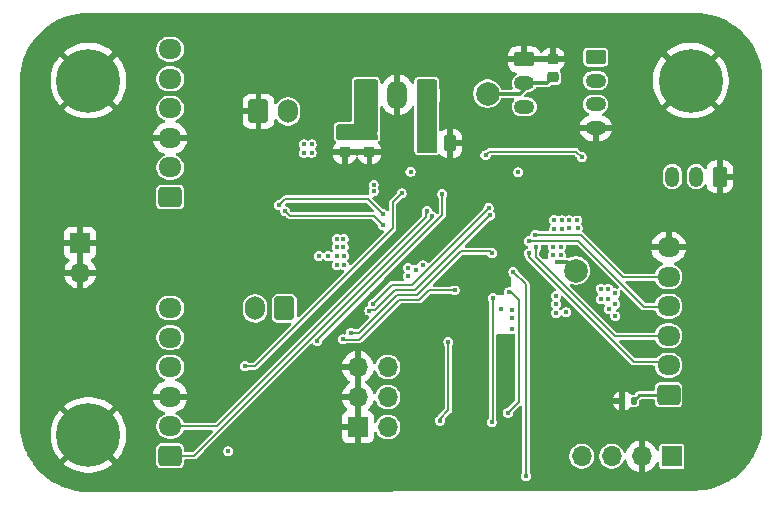
<source format=gbl>
%TF.GenerationSoftware,KiCad,Pcbnew,9.0.0*%
%TF.CreationDate,2025-04-03T16:38:41+02:00*%
%TF.ProjectId,PCB_projetV2,5043425f-7072-46f6-9a65-7456322e6b69,03/04/2025*%
%TF.SameCoordinates,Original*%
%TF.FileFunction,Copper,L4,Bot*%
%TF.FilePolarity,Positive*%
%FSLAX46Y46*%
G04 Gerber Fmt 4.6, Leading zero omitted, Abs format (unit mm)*
G04 Created by KiCad (PCBNEW 9.0.0) date 2025-04-03 16:38:41*
%MOMM*%
%LPD*%
G01*
G04 APERTURE LIST*
G04 Aperture macros list*
%AMRoundRect*
0 Rectangle with rounded corners*
0 $1 Rounding radius*
0 $2 $3 $4 $5 $6 $7 $8 $9 X,Y pos of 4 corners*
0 Add a 4 corners polygon primitive as box body*
4,1,4,$2,$3,$4,$5,$6,$7,$8,$9,$2,$3,0*
0 Add four circle primitives for the rounded corners*
1,1,$1+$1,$2,$3*
1,1,$1+$1,$4,$5*
1,1,$1+$1,$6,$7*
1,1,$1+$1,$8,$9*
0 Add four rect primitives between the rounded corners*
20,1,$1+$1,$2,$3,$4,$5,0*
20,1,$1+$1,$4,$5,$6,$7,0*
20,1,$1+$1,$6,$7,$8,$9,0*
20,1,$1+$1,$8,$9,$2,$3,0*%
G04 Aperture macros list end*
%TA.AperFunction,ComponentPad*%
%ADD10R,1.700000X1.700000*%
%TD*%
%TA.AperFunction,ComponentPad*%
%ADD11O,1.700000X1.700000*%
%TD*%
%TA.AperFunction,ComponentPad*%
%ADD12C,5.400000*%
%TD*%
%TA.AperFunction,ComponentPad*%
%ADD13RoundRect,0.250000X0.725000X-0.600000X0.725000X0.600000X-0.725000X0.600000X-0.725000X-0.600000X0*%
%TD*%
%TA.AperFunction,ComponentPad*%
%ADD14O,1.950000X1.700000*%
%TD*%
%TA.AperFunction,ComponentPad*%
%ADD15RoundRect,0.250000X-0.625000X0.350000X-0.625000X-0.350000X0.625000X-0.350000X0.625000X0.350000X0*%
%TD*%
%TA.AperFunction,ComponentPad*%
%ADD16O,1.750000X1.200000*%
%TD*%
%TA.AperFunction,ComponentPad*%
%ADD17RoundRect,0.250000X0.350000X0.625000X-0.350000X0.625000X-0.350000X-0.625000X0.350000X-0.625000X0*%
%TD*%
%TA.AperFunction,ComponentPad*%
%ADD18O,1.200000X1.750000*%
%TD*%
%TA.AperFunction,SMDPad,CuDef*%
%ADD19RoundRect,0.225000X-0.250000X0.225000X-0.250000X-0.225000X0.250000X-0.225000X0.250000X0.225000X0*%
%TD*%
%TA.AperFunction,SMDPad,CuDef*%
%ADD20RoundRect,0.140000X0.140000X0.170000X-0.140000X0.170000X-0.140000X-0.170000X0.140000X-0.170000X0*%
%TD*%
%TA.AperFunction,SMDPad,CuDef*%
%ADD21RoundRect,0.250000X-0.250000X-0.475000X0.250000X-0.475000X0.250000X0.475000X-0.250000X0.475000X0*%
%TD*%
%TA.AperFunction,ComponentPad*%
%ADD22RoundRect,0.250000X0.600000X0.750000X-0.600000X0.750000X-0.600000X-0.750000X0.600000X-0.750000X0*%
%TD*%
%TA.AperFunction,ComponentPad*%
%ADD23O,1.700000X2.000000*%
%TD*%
%TA.AperFunction,SMDPad,CuDef*%
%ADD24C,2.000000*%
%TD*%
%TA.AperFunction,ComponentPad*%
%ADD25RoundRect,0.250000X-0.600000X-0.750000X0.600000X-0.750000X0.600000X0.750000X-0.600000X0.750000X0*%
%TD*%
%TA.AperFunction,SMDPad,CuDef*%
%ADD26RoundRect,0.225000X0.250000X-0.225000X0.250000X0.225000X-0.250000X0.225000X-0.250000X-0.225000X0*%
%TD*%
%TA.AperFunction,ComponentPad*%
%ADD27R,1.700000X2.500000*%
%TD*%
%TA.AperFunction,ComponentPad*%
%ADD28O,1.700000X2.500000*%
%TD*%
%TA.AperFunction,ViaPad*%
%ADD29C,0.450000*%
%TD*%
%TA.AperFunction,Conductor*%
%ADD30C,0.250000*%
%TD*%
%TA.AperFunction,Conductor*%
%ADD31C,0.300000*%
%TD*%
%TA.AperFunction,Conductor*%
%ADD32C,0.200000*%
%TD*%
G04 APERTURE END LIST*
D10*
X148810000Y-109325000D03*
D11*
X151350000Y-109325000D03*
X148810000Y-106785000D03*
X151350000Y-106785000D03*
X148810000Y-104245000D03*
X151350000Y-104245000D03*
D12*
X126000000Y-80000000D03*
D13*
X175125000Y-106600000D03*
D14*
X175125000Y-104100000D03*
X175125000Y-101600000D03*
X175125000Y-99100000D03*
X175125000Y-96600000D03*
X175125000Y-94100000D03*
D15*
X162900000Y-78200000D03*
D16*
X162900000Y-80200000D03*
X162900000Y-82200000D03*
D10*
X175400000Y-111800000D03*
D11*
X172860000Y-111800000D03*
X170320000Y-111800000D03*
X167780000Y-111800000D03*
D17*
X179450000Y-88125000D03*
D18*
X177450000Y-88125000D03*
X175450000Y-88125000D03*
D12*
X126000000Y-110000000D03*
X177000000Y-80000000D03*
D15*
X168950000Y-78000000D03*
D16*
X168950000Y-80000000D03*
X168950000Y-82000000D03*
X168950000Y-84000000D03*
D19*
X149800000Y-84525000D03*
X149800000Y-86075000D03*
D20*
X172160000Y-107090000D03*
X171200000Y-107090000D03*
D19*
X147700000Y-84525000D03*
X147700000Y-86075000D03*
D13*
X132925000Y-89850000D03*
D14*
X132925000Y-87350000D03*
X132925000Y-84850000D03*
X132925000Y-82350000D03*
X132925000Y-79850000D03*
X132925000Y-77350000D03*
D21*
X154750000Y-85300000D03*
X156650000Y-85300000D03*
D10*
X125300000Y-93725000D03*
D11*
X125300000Y-96265000D03*
D22*
X142600000Y-99275000D03*
D23*
X140100000Y-99275000D03*
D24*
X167275000Y-96075000D03*
D13*
X132925000Y-111750000D03*
D14*
X132925000Y-109250000D03*
X132925000Y-106750000D03*
X132925000Y-104250000D03*
X132925000Y-101750000D03*
X132925000Y-99250000D03*
D24*
X159800000Y-81100000D03*
D25*
X140400000Y-82600000D03*
D23*
X142900000Y-82600000D03*
D26*
X165340000Y-79715000D03*
X165340000Y-78165000D03*
D27*
X149602500Y-81207500D03*
D28*
X152142500Y-81207500D03*
X154682500Y-81207500D03*
D29*
X155000000Y-89800000D03*
X120870000Y-91905000D03*
X167640000Y-100460000D03*
X166500000Y-78870000D03*
X147110000Y-90610000D03*
X177010000Y-85680000D03*
X143925000Y-97100000D03*
X139190744Y-111514729D03*
X140080000Y-76320000D03*
X143550000Y-88725000D03*
X152900000Y-108200000D03*
X127720000Y-105935000D03*
X140400000Y-84950000D03*
X137050000Y-107700000D03*
X135625000Y-107330000D03*
X135000000Y-76320000D03*
X120870000Y-89365000D03*
X140350000Y-92650000D03*
X128490000Y-84285000D03*
X157860000Y-76320000D03*
X165415000Y-85175000D03*
X166080000Y-106295000D03*
X150240000Y-76320000D03*
X168620000Y-106295000D03*
X145875000Y-74825000D03*
X165690000Y-90580000D03*
X125950000Y-86825000D03*
X145160000Y-76320000D03*
X136475000Y-93875000D03*
X158500000Y-114300000D03*
X164175000Y-105000000D03*
X170225000Y-109575000D03*
X157540000Y-99490000D03*
X178850000Y-96865000D03*
X122640000Y-105935000D03*
X152325000Y-91325000D03*
X159625000Y-77400000D03*
X131030000Y-91905000D03*
X136275000Y-82375000D03*
X182300000Y-101795000D03*
X139325000Y-96575000D03*
X155190000Y-93810000D03*
X161370000Y-83350000D03*
X178850000Y-94325000D03*
X144475000Y-84350000D03*
X125180000Y-98315000D03*
X150335000Y-111900000D03*
X150300000Y-105450000D03*
X148780000Y-86100000D03*
X174375000Y-90825000D03*
X159610000Y-95200000D03*
X173740000Y-114300000D03*
X146600000Y-105930000D03*
X166830000Y-90870000D03*
X150250000Y-102775000D03*
X135625000Y-109870000D03*
X146425000Y-80775000D03*
X155150000Y-94725000D03*
X169370000Y-90870000D03*
X146445000Y-78550000D03*
X163100000Y-95575000D03*
X171910000Y-90870000D03*
X178850000Y-113725000D03*
X160980000Y-104970000D03*
X168660000Y-114300000D03*
X134675000Y-98300000D03*
X136275000Y-88425000D03*
X166570000Y-81150000D03*
X145800000Y-114300000D03*
X152550000Y-99275000D03*
X163580000Y-114300000D03*
X140400000Y-88725000D03*
X152875000Y-105450000D03*
X148985000Y-78550000D03*
X128020000Y-114300000D03*
X141880000Y-107670000D03*
X121075000Y-97015000D03*
X127720000Y-100855000D03*
X143260000Y-114300000D03*
X182300000Y-86555000D03*
X164600000Y-91775000D03*
X128095000Y-74825000D03*
X128250000Y-94800000D03*
X159700000Y-102050000D03*
X121075000Y-79235000D03*
X134675000Y-100125000D03*
X158470000Y-95050000D03*
X155415000Y-111900000D03*
X173400000Y-102740000D03*
X157475000Y-91850000D03*
X130275000Y-109050000D03*
X160190000Y-89930000D03*
X162875000Y-85175000D03*
X140720000Y-114300000D03*
X150030000Y-98100000D03*
X148340000Y-114300000D03*
X120870000Y-86825000D03*
X178170000Y-83580000D03*
X155320000Y-76320000D03*
X157475000Y-89575000D03*
X160625000Y-92175000D03*
X163775000Y-102140000D03*
X158390000Y-100500000D03*
X144610000Y-103310000D03*
X136930000Y-103640000D03*
X168950000Y-85680000D03*
X150550000Y-94775000D03*
X179550000Y-90775000D03*
X161040000Y-114300000D03*
X143335000Y-74825000D03*
X138180000Y-114300000D03*
X166950000Y-85375000D03*
X152875000Y-111900000D03*
X154100000Y-88750000D03*
X163655000Y-74825000D03*
X135625000Y-112410000D03*
X140795000Y-74825000D03*
X151000000Y-90250000D03*
X157310000Y-78670000D03*
X125180000Y-100855000D03*
X172190000Y-83130000D03*
X121075000Y-109715000D03*
X178850000Y-104485000D03*
X122640000Y-100855000D03*
X143905000Y-78550000D03*
X136250000Y-80550000D03*
X152100000Y-86725000D03*
X171925000Y-95790000D03*
X136285000Y-78550000D03*
X140125000Y-101550000D03*
X154065000Y-78550000D03*
X164175000Y-112075000D03*
X138255000Y-74825000D03*
X125950000Y-89365000D03*
X131030000Y-84285000D03*
X176280000Y-114300000D03*
X133175000Y-74825000D03*
X156160000Y-80440000D03*
X133100000Y-114300000D03*
X154825000Y-105400000D03*
X173815000Y-74825000D03*
X142620000Y-76320000D03*
X172875000Y-109575000D03*
X120870000Y-81745000D03*
X144000000Y-92375000D03*
X178850000Y-99405000D03*
X121075000Y-102095000D03*
X145950000Y-82900000D03*
X147070000Y-104290000D03*
X160335000Y-85175000D03*
X160575000Y-93725000D03*
X142975000Y-86575000D03*
X151525000Y-78550000D03*
X123410000Y-86825000D03*
X121975000Y-111975000D03*
X164600000Y-88675000D03*
X127720000Y-103395000D03*
X161115000Y-74825000D03*
X182300000Y-99255000D03*
X143900000Y-107575000D03*
X125950000Y-91905000D03*
X166975000Y-83900000D03*
X136425000Y-92350000D03*
X135640000Y-114300000D03*
X161225000Y-97050000D03*
X130260000Y-98315000D03*
X123750000Y-75830000D03*
X179810000Y-85670000D03*
X138200000Y-112450000D03*
X125180000Y-105935000D03*
X163420000Y-90060000D03*
X168735000Y-74825000D03*
X130260000Y-100855000D03*
X174730000Y-85670000D03*
X153420000Y-114300000D03*
X166250000Y-109650000D03*
X123410000Y-89365000D03*
X180850000Y-76500000D03*
X161225000Y-95925000D03*
X182300000Y-91635000D03*
X122640000Y-98315000D03*
X171275000Y-74825000D03*
X120870000Y-84285000D03*
X157110000Y-81570000D03*
X148575000Y-94225000D03*
X146430000Y-102000000D03*
X140430000Y-111540000D03*
X123975000Y-113625000D03*
X171925000Y-105950000D03*
X121075000Y-104635000D03*
X137540000Y-76320000D03*
X156035000Y-74825000D03*
X163775000Y-99600000D03*
X173410000Y-97740000D03*
X171925000Y-93250000D03*
X121075000Y-99555000D03*
X125950000Y-84285000D03*
X157110000Y-83290000D03*
X182300000Y-104335000D03*
X161440000Y-76270000D03*
X151025000Y-100825000D03*
X159720000Y-104280000D03*
X148875000Y-100175000D03*
X164600000Y-94250000D03*
X178850000Y-101945000D03*
X182300000Y-96715000D03*
X153270000Y-84490000D03*
X169060000Y-76270000D03*
X161375000Y-88575000D03*
X163980000Y-76270000D03*
X164170000Y-81150000D03*
X168575000Y-92475000D03*
X171925000Y-100870000D03*
X130260000Y-103395000D03*
X130125000Y-94725000D03*
X121925000Y-77150000D03*
X170620000Y-78460000D03*
X128490000Y-86825000D03*
X144000000Y-90650000D03*
X166520000Y-76270000D03*
X145775000Y-112450000D03*
X169160000Y-96620000D03*
X159260000Y-82910000D03*
X150955000Y-74825000D03*
X161525000Y-102890000D03*
X170580000Y-76940000D03*
X130260000Y-105935000D03*
X147709454Y-87341082D03*
X182300000Y-81475000D03*
X182300000Y-89095000D03*
X131030000Y-89365000D03*
X175725000Y-109575000D03*
X150880000Y-114300000D03*
X161580000Y-79510000D03*
X178475000Y-75250000D03*
X125660000Y-75090000D03*
X173160000Y-77440000D03*
X149950000Y-92150000D03*
X153495000Y-74825000D03*
X145170000Y-107650000D03*
X166975000Y-88200000D03*
X171910000Y-99300000D03*
X140300000Y-91875000D03*
X157190000Y-107450000D03*
X138175000Y-101550000D03*
X144000000Y-94025000D03*
X181050000Y-112075000D03*
X166080000Y-103755000D03*
X147700000Y-76320000D03*
X123410000Y-84285000D03*
X135715000Y-74825000D03*
X172190000Y-85670000D03*
X151250000Y-96870000D03*
X141365000Y-78550000D03*
X154850000Y-108200000D03*
X122640000Y-103395000D03*
X130200000Y-79500000D03*
X121075000Y-107175000D03*
X178850000Y-107025000D03*
X167750000Y-97510000D03*
X130635000Y-74825000D03*
X128490000Y-91905000D03*
X138825000Y-78550000D03*
X174730000Y-83130000D03*
X130200000Y-76960000D03*
X158575000Y-74825000D03*
X176900000Y-90800000D03*
X151000000Y-89275000D03*
X168620000Y-103755000D03*
X155670000Y-92710000D03*
X125180000Y-103395000D03*
X154625000Y-100500000D03*
X154675000Y-102800000D03*
X141960000Y-103300000D03*
X146600000Y-108470000D03*
X147025000Y-98150000D03*
X171400000Y-80750000D03*
X152780000Y-76320000D03*
X170025000Y-93975000D03*
X140400000Y-88025000D03*
X121075000Y-94475000D03*
X128490000Y-89365000D03*
X179550000Y-82620000D03*
X182300000Y-84015000D03*
X151025000Y-87075000D03*
X143875000Y-80800000D03*
X136300000Y-96575000D03*
X166100000Y-101600000D03*
X182300000Y-94175000D03*
X182300000Y-106875000D03*
X134675000Y-93875000D03*
X150880000Y-84450000D03*
X178850000Y-109565000D03*
X176355000Y-74825000D03*
X155425000Y-86700000D03*
X166195000Y-74825000D03*
X164175000Y-109650000D03*
X163775000Y-97060000D03*
X158740000Y-102050000D03*
X127720000Y-98315000D03*
X182300000Y-109415000D03*
X136275000Y-84915000D03*
X130275000Y-111650000D03*
X157550000Y-98310000D03*
X182300000Y-78935000D03*
X123410000Y-91905000D03*
X140340000Y-107620000D03*
X160450000Y-111900000D03*
X159500000Y-107450000D03*
X143250000Y-112450000D03*
X148800000Y-96425000D03*
X166120000Y-114300000D03*
X148840000Y-102560000D03*
X131030000Y-86825000D03*
X140725000Y-112450000D03*
X155960000Y-114300000D03*
X161525000Y-106625000D03*
X135625000Y-104790000D03*
X171200000Y-114300000D03*
X130560000Y-114300000D03*
X148415000Y-74825000D03*
X155230000Y-83600000D03*
X165600000Y-98200000D03*
X165600000Y-98925000D03*
X170025000Y-98500000D03*
X170050000Y-99325000D03*
X169375000Y-98500000D03*
X154170000Y-83580000D03*
X154150000Y-84270000D03*
X170607930Y-98014965D03*
X170025000Y-97600000D03*
X154140000Y-82860000D03*
X170625000Y-98900000D03*
X154690000Y-83960000D03*
X155240000Y-82910000D03*
X165600000Y-99675000D03*
X169375000Y-97600000D03*
X155230000Y-84260000D03*
X170625000Y-99950000D03*
X166475000Y-99625000D03*
X154710000Y-83240000D03*
X161825000Y-101025000D03*
X153075000Y-95875000D03*
X166090000Y-92520000D03*
X137850000Y-111380000D03*
X150150000Y-89375000D03*
X165350000Y-94775000D03*
X166720000Y-91830000D03*
X166080000Y-91830000D03*
X165675000Y-95350000D03*
X153075000Y-96575000D03*
X161825000Y-100125000D03*
X167410000Y-91830000D03*
X165975000Y-94775000D03*
X153725000Y-96000000D03*
X154300000Y-95625000D03*
X165440000Y-92525000D03*
X153275000Y-87700000D03*
X161825000Y-99375000D03*
X162400000Y-87750000D03*
X165350000Y-94100000D03*
X167420000Y-92500000D03*
X150150000Y-88800000D03*
X165430000Y-91810000D03*
X160925000Y-99350000D03*
X165975000Y-94100000D03*
X166730000Y-92510000D03*
X144900000Y-85400000D03*
X147650000Y-94850000D03*
X147050000Y-94100000D03*
X147600000Y-94100000D03*
X144250000Y-86100000D03*
X144250000Y-85400000D03*
X147650000Y-95600000D03*
X147050000Y-95600000D03*
X147600000Y-93400000D03*
X146300000Y-94850000D03*
X147050000Y-94850000D03*
X147050000Y-93400000D03*
X144900000Y-86100000D03*
X145500000Y-94850000D03*
X157000000Y-97741020D03*
X147548768Y-101898768D03*
X150925000Y-91275000D03*
X142151162Y-90515077D03*
X150950000Y-92225000D03*
X142675000Y-91050000D03*
X167775000Y-86475000D03*
X159625000Y-86325000D03*
X139240000Y-104170000D03*
X152525000Y-89550000D03*
X155975000Y-89600000D03*
X145396232Y-102046232D03*
X160175000Y-94575000D03*
X148250000Y-101325000D03*
X163050000Y-113500002D03*
X161975000Y-96175000D03*
X163900000Y-94100000D03*
X163850000Y-93050000D03*
X163275000Y-94625000D03*
X163275000Y-93575000D03*
X155115211Y-91491430D03*
X154662500Y-91025000D03*
X150075000Y-98875000D03*
X159881156Y-90775906D03*
X160012500Y-91412500D03*
X149795543Y-99461862D03*
X155765000Y-108775000D03*
X156475000Y-102100000D03*
X161525000Y-108100000D03*
X161575000Y-97925000D03*
X160150000Y-108925000D03*
X160250000Y-98375000D03*
D30*
X175125000Y-106600000D02*
X172650000Y-106600000D01*
D31*
X162525000Y-81100000D02*
X162925000Y-80700000D01*
X159800000Y-81100000D02*
X162525000Y-81100000D01*
X164855000Y-80200000D02*
X165340000Y-79715000D01*
D30*
X172650000Y-106600000D02*
X172160000Y-107090000D01*
D31*
X162900000Y-80200000D02*
X164855000Y-80200000D01*
X166550000Y-95350000D02*
X167275000Y-96075000D01*
X165675000Y-95350000D02*
X166550000Y-95350000D01*
D32*
X152290100Y-98552000D02*
X153994700Y-98552000D01*
X147548768Y-101898768D02*
X147575000Y-101925000D01*
X147575000Y-101925000D02*
X148917100Y-101925000D01*
X148917100Y-101925000D02*
X152290100Y-98552000D01*
X154805680Y-97741020D02*
X157000000Y-97741020D01*
X153994700Y-98552000D02*
X154805680Y-97741020D01*
X149670000Y-90020000D02*
X150925000Y-91275000D01*
X142151162Y-90515077D02*
X142646239Y-90020000D01*
X142646239Y-90020000D02*
X149670000Y-90020000D01*
X142675000Y-91050000D02*
X143050000Y-91425000D01*
X143050000Y-91425000D02*
X150150000Y-91425000D01*
X150150000Y-91425000D02*
X150950000Y-92225000D01*
X167300000Y-86000000D02*
X159950000Y-86000000D01*
X167775000Y-86475000D02*
X167300000Y-86000000D01*
X159950000Y-86000000D02*
X159625000Y-86325000D01*
X140095000Y-104170000D02*
X151775000Y-92490000D01*
X151775000Y-90300000D02*
X152525000Y-89550000D01*
X139240000Y-104170000D02*
X140095000Y-104170000D01*
X151775000Y-92490000D02*
X151775000Y-90300000D01*
X155975000Y-91395000D02*
X155975000Y-89600000D01*
X145396232Y-102046232D02*
X145396232Y-101973768D01*
X145396232Y-101973768D02*
X155975000Y-91395000D01*
X152124000Y-98151000D02*
X148950000Y-101325000D01*
X153828600Y-98151000D02*
X153496400Y-98151000D01*
X160050000Y-94450000D02*
X157529600Y-94450000D01*
X154063500Y-97916100D02*
X153828600Y-98151000D01*
X153496400Y-98151000D02*
X152124000Y-98151000D01*
X160175000Y-94575000D02*
X160050000Y-94450000D01*
X157529600Y-94450000D02*
X154063500Y-97916100D01*
X148950000Y-101325000D02*
X148250000Y-101325000D01*
X163050000Y-113500002D02*
X163050000Y-97250000D01*
X163050000Y-97250000D02*
X161975000Y-96175000D01*
X163875000Y-94932900D02*
X170592100Y-101650000D01*
X170592100Y-101650000D02*
X175075000Y-101650000D01*
X163900000Y-94100000D02*
X163875000Y-94125000D01*
X163875000Y-94125000D02*
X163875000Y-94932900D01*
X175075000Y-101650000D02*
X175125000Y-101600000D01*
X163850000Y-93050000D02*
X167700000Y-93050000D01*
X171300000Y-96650000D02*
X175075000Y-96650000D01*
X167700000Y-93050000D02*
X171300000Y-96650000D01*
X175075000Y-96650000D02*
X175125000Y-96600000D01*
X174825000Y-103800000D02*
X175125000Y-104100000D01*
X163275000Y-94625000D02*
X163275000Y-94900000D01*
X172175000Y-103800000D02*
X174825000Y-103800000D01*
X163275000Y-94900000D02*
X172175000Y-103800000D01*
X173050835Y-99150000D02*
X175075000Y-99150000D01*
X167475835Y-93575000D02*
X173050835Y-99150000D01*
X163275000Y-93575000D02*
X167475835Y-93575000D01*
X175075000Y-99150000D02*
X175125000Y-99100000D01*
X155115211Y-91491430D02*
X155115211Y-91584789D01*
X134950000Y-111750000D02*
X132925000Y-111750000D01*
X155115211Y-91584789D02*
X134950000Y-111750000D01*
X154589211Y-91273553D02*
X154589211Y-91543689D01*
X154589211Y-91543689D02*
X136882900Y-109250000D01*
X154662500Y-91025000D02*
X154662500Y-91200264D01*
X154662500Y-91200264D02*
X154589211Y-91273553D01*
X136882900Y-109250000D02*
X132925000Y-109250000D01*
X159813500Y-90886500D02*
X159794623Y-90886500D01*
X153406123Y-97275000D02*
X151675000Y-97275000D01*
X159888500Y-90811500D02*
X159813500Y-90886500D01*
X151675000Y-97275000D02*
X150075000Y-98875000D01*
X159888500Y-90783250D02*
X159888500Y-90811500D01*
X159881156Y-90775906D02*
X159888500Y-90783250D01*
X159794623Y-90886500D02*
X153406123Y-97275000D01*
X151943877Y-97750000D02*
X153662500Y-97750000D01*
X149856764Y-99400641D02*
X149857123Y-99401000D01*
X150292877Y-99401000D02*
X151943877Y-97750000D01*
X149857123Y-99401000D02*
X150292877Y-99401000D01*
X160000000Y-91412500D02*
X160012500Y-91412500D01*
X153662500Y-97750000D02*
X160000000Y-91412500D01*
X149795543Y-99461862D02*
X149856764Y-99400641D01*
X156475000Y-107925000D02*
X155765000Y-108635000D01*
X155765000Y-108635000D02*
X155765000Y-108775000D01*
X156475000Y-102100000D02*
X156475000Y-107925000D01*
X161575000Y-97925000D02*
X161750000Y-97925000D01*
X161750000Y-97925000D02*
X162425000Y-98600000D01*
X162425000Y-98600000D02*
X162425000Y-107200000D01*
X162425000Y-107200000D02*
X161525000Y-108100000D01*
X160250000Y-98375000D02*
X160250000Y-108825000D01*
X160250000Y-108825000D02*
X160150000Y-108925000D01*
%TA.AperFunction,Conductor*%
G36*
X149060000Y-108891988D02*
G01*
X149002993Y-108859075D01*
X148875826Y-108825000D01*
X148744174Y-108825000D01*
X148617007Y-108859075D01*
X148560000Y-108891988D01*
X148560000Y-107218012D01*
X148617007Y-107250925D01*
X148744174Y-107285000D01*
X148875826Y-107285000D01*
X149002993Y-107250925D01*
X149060000Y-107218012D01*
X149060000Y-108891988D01*
G37*
%TD.AperFunction*%
%TA.AperFunction,Conductor*%
G36*
X149060000Y-106351988D02*
G01*
X149002993Y-106319075D01*
X148875826Y-106285000D01*
X148744174Y-106285000D01*
X148617007Y-106319075D01*
X148560000Y-106351988D01*
X148560000Y-104678012D01*
X148617007Y-104710925D01*
X148744174Y-104745000D01*
X148875826Y-104745000D01*
X149002993Y-104710925D01*
X149060000Y-104678012D01*
X149060000Y-106351988D01*
G37*
%TD.AperFunction*%
%TA.AperFunction,Conductor*%
G36*
X164875084Y-93895185D02*
G01*
X164920839Y-93947989D01*
X164930783Y-94017147D01*
X164927821Y-94031586D01*
X164924500Y-94043982D01*
X164924500Y-94156018D01*
X164933854Y-94190925D01*
X164953497Y-94264236D01*
X164953498Y-94264239D01*
X165009515Y-94361263D01*
X165010092Y-94362015D01*
X165010381Y-94362763D01*
X165013579Y-94368302D01*
X165012715Y-94368800D01*
X165035285Y-94427185D01*
X165021246Y-94495630D01*
X165010092Y-94512985D01*
X165009515Y-94513736D01*
X164953498Y-94610760D01*
X164953497Y-94610763D01*
X164924500Y-94718982D01*
X164924500Y-94831018D01*
X164944071Y-94904060D01*
X164948050Y-94918907D01*
X164946387Y-94988757D01*
X164907224Y-95046619D01*
X164842996Y-95074123D01*
X164828275Y-95075000D01*
X164493433Y-95075000D01*
X164426394Y-95055315D01*
X164405752Y-95038681D01*
X164211819Y-94844748D01*
X164178334Y-94783425D01*
X164175500Y-94757067D01*
X164175500Y-94477610D01*
X164195185Y-94410571D01*
X164211819Y-94389929D01*
X164222591Y-94379157D01*
X164240485Y-94361263D01*
X164296503Y-94264237D01*
X164325500Y-94156018D01*
X164325500Y-94043982D01*
X164322180Y-94031591D01*
X164323843Y-93961744D01*
X164363006Y-93903881D01*
X164427234Y-93876377D01*
X164441955Y-93875500D01*
X164808045Y-93875500D01*
X164875084Y-93895185D01*
G37*
%TD.AperFunction*%
%TA.AperFunction,Conductor*%
G36*
X149561206Y-90340185D02*
G01*
X149581848Y-90356819D01*
X150137848Y-90912819D01*
X150171333Y-90974142D01*
X150166349Y-91043834D01*
X150124477Y-91099767D01*
X150059013Y-91124184D01*
X150050167Y-91124500D01*
X143225833Y-91124500D01*
X143196392Y-91115855D01*
X143166406Y-91109332D01*
X143161390Y-91105577D01*
X143158794Y-91104815D01*
X143138152Y-91088181D01*
X143136819Y-91086848D01*
X143103334Y-91025525D01*
X143100500Y-90999167D01*
X143100500Y-90993984D01*
X143100500Y-90993982D01*
X143071503Y-90885763D01*
X143015485Y-90788737D01*
X142936263Y-90709515D01*
X142839237Y-90653497D01*
X142731018Y-90624500D01*
X142731016Y-90624500D01*
X142730020Y-90624233D01*
X142724834Y-90621072D01*
X142718778Y-90620639D01*
X142695347Y-90603099D01*
X142670359Y-90587868D01*
X142667706Y-90582407D01*
X142662845Y-90578768D01*
X142652616Y-90551344D01*
X142639830Y-90525021D01*
X142640550Y-90518992D01*
X142638429Y-90513303D01*
X142644650Y-90484701D01*
X142648125Y-90455646D01*
X142652319Y-90449447D01*
X142653281Y-90445030D01*
X142674426Y-90416783D01*
X142734393Y-90356816D01*
X142795715Y-90323334D01*
X142822072Y-90320500D01*
X149494167Y-90320500D01*
X149561206Y-90340185D01*
G37*
%TD.AperFunction*%
%TA.AperFunction,Conductor*%
G36*
X125550000Y-95831988D02*
G01*
X125492993Y-95799075D01*
X125365826Y-95765000D01*
X125234174Y-95765000D01*
X125107007Y-95799075D01*
X125050000Y-95831988D01*
X125050000Y-94158012D01*
X125107007Y-94190925D01*
X125234174Y-94225000D01*
X125365826Y-94225000D01*
X125492993Y-94190925D01*
X125550000Y-94158012D01*
X125550000Y-95831988D01*
G37*
%TD.AperFunction*%
%TA.AperFunction,Conductor*%
G36*
X177377443Y-74250596D02*
G01*
X177817304Y-74267878D01*
X177826999Y-74268640D01*
X178261780Y-74320099D01*
X178271376Y-74321620D01*
X178700764Y-74407031D01*
X178710195Y-74409295D01*
X179131553Y-74528130D01*
X179140787Y-74531130D01*
X179551534Y-74682663D01*
X179560528Y-74686389D01*
X179958092Y-74869667D01*
X179966768Y-74874088D01*
X180348734Y-75088000D01*
X180357036Y-75093087D01*
X180721031Y-75336301D01*
X180728905Y-75342022D01*
X181072711Y-75613056D01*
X181080102Y-75619369D01*
X181401583Y-75916543D01*
X181408462Y-75923422D01*
X181705625Y-76244891D01*
X181711945Y-76252291D01*
X181780987Y-76339870D01*
X181982975Y-76596091D01*
X181988698Y-76603968D01*
X182231912Y-76967963D01*
X182236999Y-76976265D01*
X182450911Y-77358231D01*
X182455332Y-77366907D01*
X182638610Y-77764471D01*
X182642336Y-77773465D01*
X182793865Y-78184199D01*
X182796873Y-78193460D01*
X182915699Y-78614787D01*
X182917972Y-78624254D01*
X182985268Y-78962573D01*
X182997617Y-79024652D01*
X183000000Y-79048843D01*
X183000000Y-109855880D01*
X182997617Y-109880071D01*
X182916591Y-110287414D01*
X182914318Y-110296882D01*
X182794423Y-110721995D01*
X182791415Y-110731255D01*
X182638530Y-111145668D01*
X182634804Y-111154663D01*
X182449882Y-111555792D01*
X182445461Y-111564467D01*
X182229631Y-111949858D01*
X182224544Y-111958160D01*
X181979149Y-112325420D01*
X181973426Y-112333296D01*
X181699968Y-112680177D01*
X181693645Y-112687581D01*
X181393817Y-113011932D01*
X181386932Y-113018817D01*
X181062581Y-113318645D01*
X181055177Y-113324968D01*
X180708296Y-113598426D01*
X180700420Y-113604149D01*
X180333160Y-113849544D01*
X180324858Y-113854631D01*
X179939467Y-114070461D01*
X179930792Y-114074882D01*
X179529663Y-114259804D01*
X179520668Y-114263530D01*
X179106255Y-114416415D01*
X179096995Y-114419423D01*
X178671882Y-114539318D01*
X178662414Y-114541591D01*
X178229197Y-114627763D01*
X178219581Y-114629286D01*
X177780940Y-114681203D01*
X177771233Y-114681967D01*
X177327419Y-114699404D01*
X177322815Y-114699500D01*
X177280830Y-114699500D01*
X177280580Y-114699589D01*
X177269711Y-114699613D01*
X177269709Y-114699612D01*
X177269706Y-114699613D01*
X125945180Y-114806852D01*
X125940054Y-114806756D01*
X125496417Y-114789329D01*
X125486710Y-114788566D01*
X125048045Y-114736650D01*
X125038428Y-114735126D01*
X124605229Y-114648959D01*
X124595762Y-114646687D01*
X124170627Y-114526789D01*
X124161367Y-114523780D01*
X123746963Y-114370900D01*
X123737973Y-114367176D01*
X123475450Y-114246153D01*
X123336844Y-114182255D01*
X123328169Y-114177835D01*
X122942765Y-113962000D01*
X122934477Y-113956920D01*
X122567215Y-113711525D01*
X122559338Y-113705802D01*
X122212451Y-113432339D01*
X122205048Y-113426016D01*
X122095735Y-113324968D01*
X121880690Y-113126182D01*
X121873817Y-113119309D01*
X121573978Y-112794945D01*
X121567660Y-112787548D01*
X121555119Y-112771640D01*
X121390548Y-112562882D01*
X121311207Y-112462238D01*
X121294197Y-112440661D01*
X121288474Y-112432784D01*
X121269419Y-112404266D01*
X121043074Y-112065515D01*
X121037999Y-112057234D01*
X121022759Y-112030021D01*
X120835999Y-111696534D01*
X120822164Y-111671830D01*
X120817744Y-111663155D01*
X120769562Y-111558639D01*
X120632817Y-111262013D01*
X120629099Y-111253036D01*
X120622058Y-111233951D01*
X120476215Y-110838622D01*
X120473210Y-110829372D01*
X120456544Y-110770276D01*
X120353308Y-110404223D01*
X120351043Y-110394785D01*
X120264870Y-109961556D01*
X120263351Y-109951969D01*
X120247766Y-109820287D01*
X122800000Y-109820287D01*
X122800000Y-110179712D01*
X122840240Y-110536851D01*
X122840242Y-110536863D01*
X122920219Y-110887268D01*
X122920220Y-110887270D01*
X123038927Y-111226517D01*
X123194870Y-111550336D01*
X123386092Y-111854664D01*
X123566081Y-112080364D01*
X124884728Y-110761717D01*
X124970278Y-110879466D01*
X125120534Y-111029722D01*
X125238281Y-111115270D01*
X123919634Y-112433916D01*
X123919634Y-112433917D01*
X124145335Y-112613907D01*
X124449663Y-112805129D01*
X124773482Y-112961072D01*
X125112729Y-113079779D01*
X125112731Y-113079780D01*
X125463136Y-113159757D01*
X125463148Y-113159759D01*
X125820287Y-113199999D01*
X125820289Y-113200000D01*
X126179711Y-113200000D01*
X126179712Y-113199999D01*
X126536851Y-113159759D01*
X126536863Y-113159757D01*
X126887268Y-113079780D01*
X126887270Y-113079779D01*
X127226517Y-112961072D01*
X127550336Y-112805129D01*
X127854664Y-112613907D01*
X128080364Y-112433916D01*
X126761718Y-111115270D01*
X126879466Y-111029722D01*
X127029722Y-110879466D01*
X127115270Y-110761718D01*
X128433916Y-112080364D01*
X128613907Y-111854664D01*
X128805129Y-111550336D01*
X128961072Y-111226517D01*
X129079779Y-110887270D01*
X129079780Y-110887268D01*
X129159757Y-110536863D01*
X129159759Y-110536851D01*
X129199999Y-110179712D01*
X129200000Y-110179710D01*
X129200000Y-109820289D01*
X129199999Y-109820287D01*
X129159759Y-109463148D01*
X129159757Y-109463136D01*
X129079780Y-109112731D01*
X129079779Y-109112729D01*
X128961072Y-108773482D01*
X128805129Y-108449663D01*
X128613907Y-108145335D01*
X128433916Y-107919634D01*
X127115270Y-109238281D01*
X127029722Y-109120534D01*
X126879466Y-108970278D01*
X126761716Y-108884728D01*
X128080364Y-107566081D01*
X127854664Y-107386092D01*
X127550336Y-107194870D01*
X127300709Y-107074656D01*
X127300707Y-107074654D01*
X127226522Y-107038929D01*
X127226518Y-107038927D01*
X126887270Y-106920220D01*
X126887268Y-106920219D01*
X126536863Y-106840242D01*
X126536851Y-106840240D01*
X126179712Y-106800000D01*
X125820287Y-106800000D01*
X125463148Y-106840240D01*
X125463136Y-106840242D01*
X125112731Y-106920219D01*
X125112729Y-106920220D01*
X124773482Y-107038927D01*
X124449663Y-107194870D01*
X124145335Y-107386092D01*
X123919634Y-107566081D01*
X125238282Y-108884729D01*
X125120534Y-108970278D01*
X124970278Y-109120534D01*
X124884729Y-109238282D01*
X123566081Y-107919634D01*
X123386092Y-108145335D01*
X123194870Y-108449663D01*
X123038927Y-108773482D01*
X122920220Y-109112729D01*
X122920219Y-109112731D01*
X122840242Y-109463136D01*
X122840240Y-109463148D01*
X122800000Y-109820287D01*
X120247766Y-109820287D01*
X120211432Y-109513281D01*
X120210670Y-109503582D01*
X120208013Y-109435957D01*
X120193237Y-109059804D01*
X120193141Y-109054937D01*
X120193141Y-106500000D01*
X131472769Y-106500000D01*
X132520854Y-106500000D01*
X132482370Y-106566657D01*
X132450000Y-106687465D01*
X132450000Y-106812535D01*
X132482370Y-106933343D01*
X132520854Y-107000000D01*
X131472769Y-107000000D01*
X131483242Y-107066126D01*
X131483242Y-107066129D01*
X131548904Y-107268217D01*
X131645379Y-107457557D01*
X131770272Y-107629459D01*
X131770276Y-107629464D01*
X131920535Y-107779723D01*
X131920540Y-107779727D01*
X132092442Y-107904620D01*
X132281782Y-108001095D01*
X132403855Y-108040759D01*
X132461530Y-108080196D01*
X132488729Y-108144555D01*
X132476815Y-108213401D01*
X132429570Y-108264877D01*
X132412990Y-108273251D01*
X132302404Y-108319057D01*
X132130342Y-108434024D01*
X131984024Y-108580342D01*
X131869058Y-108752403D01*
X131789870Y-108943579D01*
X131789868Y-108943587D01*
X131749500Y-109146530D01*
X131749500Y-109353469D01*
X131789868Y-109556412D01*
X131789870Y-109556420D01*
X131859739Y-109725099D01*
X131869059Y-109747598D01*
X131874475Y-109755703D01*
X131984024Y-109919657D01*
X132130342Y-110065975D01*
X132130345Y-110065977D01*
X132302402Y-110180941D01*
X132493580Y-110260130D01*
X132630747Y-110287414D01*
X132696530Y-110300499D01*
X132696534Y-110300500D01*
X132696535Y-110300500D01*
X133153466Y-110300500D01*
X133153467Y-110300499D01*
X133356420Y-110260130D01*
X133547598Y-110180941D01*
X133719655Y-110065977D01*
X133865977Y-109919655D01*
X133980941Y-109747598D01*
X134030875Y-109627046D01*
X134074716Y-109572644D01*
X134141010Y-109550579D01*
X134145436Y-109550500D01*
X136425167Y-109550500D01*
X136492206Y-109570185D01*
X136537961Y-109622989D01*
X136547905Y-109692147D01*
X136518880Y-109755703D01*
X136512848Y-109762181D01*
X134861848Y-111413181D01*
X134800525Y-111446666D01*
X134774167Y-111449500D01*
X134224500Y-111449500D01*
X134157461Y-111429815D01*
X134111706Y-111377011D01*
X134100500Y-111325500D01*
X134100500Y-111095730D01*
X134097646Y-111065300D01*
X134097646Y-111065298D01*
X134052793Y-110937119D01*
X134052792Y-110937117D01*
X133972150Y-110827850D01*
X133862882Y-110747207D01*
X133862880Y-110747206D01*
X133734700Y-110702353D01*
X133704270Y-110699500D01*
X133704266Y-110699500D01*
X132145734Y-110699500D01*
X132145730Y-110699500D01*
X132115300Y-110702353D01*
X132115298Y-110702353D01*
X131987119Y-110747206D01*
X131987117Y-110747207D01*
X131877850Y-110827850D01*
X131797207Y-110937117D01*
X131797206Y-110937119D01*
X131752353Y-111065298D01*
X131752353Y-111065300D01*
X131749500Y-111095730D01*
X131749500Y-112404269D01*
X131752353Y-112434699D01*
X131752353Y-112434701D01*
X131797206Y-112562880D01*
X131797207Y-112562882D01*
X131877850Y-112672150D01*
X131987118Y-112752793D01*
X132029845Y-112767744D01*
X132115299Y-112797646D01*
X132145730Y-112800500D01*
X132145734Y-112800500D01*
X133704270Y-112800500D01*
X133734699Y-112797646D01*
X133734701Y-112797646D01*
X133809020Y-112771640D01*
X133862882Y-112752793D01*
X133972150Y-112672150D01*
X134052793Y-112562882D01*
X134085414Y-112469657D01*
X134097646Y-112434701D01*
X134097646Y-112434699D01*
X134100500Y-112404269D01*
X134100500Y-112174500D01*
X134120185Y-112107461D01*
X134172989Y-112061706D01*
X134224500Y-112050500D01*
X134989560Y-112050500D01*
X134989562Y-112050500D01*
X135065989Y-112030021D01*
X135134511Y-111990460D01*
X135190460Y-111934511D01*
X135800989Y-111323982D01*
X137424500Y-111323982D01*
X137424500Y-111436018D01*
X137453497Y-111544237D01*
X137509515Y-111641263D01*
X137588737Y-111720485D01*
X137685763Y-111776503D01*
X137793982Y-111805500D01*
X137793984Y-111805500D01*
X137906016Y-111805500D01*
X137906018Y-111805500D01*
X138014237Y-111776503D01*
X138111263Y-111720485D01*
X138190485Y-111641263D01*
X138246503Y-111544237D01*
X138275500Y-111436018D01*
X138275500Y-111323982D01*
X138246503Y-111215763D01*
X138190485Y-111118737D01*
X138111263Y-111039515D01*
X138014237Y-110983497D01*
X137906018Y-110954500D01*
X137793982Y-110954500D01*
X137685763Y-110983497D01*
X137685760Y-110983498D01*
X137588740Y-111039513D01*
X137588734Y-111039517D01*
X137509517Y-111118734D01*
X137509513Y-111118740D01*
X137453498Y-111215760D01*
X137453497Y-111215763D01*
X137424500Y-111323982D01*
X135800989Y-111323982D01*
X138697815Y-108427155D01*
X147460000Y-108427155D01*
X147460000Y-109075000D01*
X148376988Y-109075000D01*
X148344075Y-109132007D01*
X148310000Y-109259174D01*
X148310000Y-109390826D01*
X148344075Y-109517993D01*
X148376988Y-109575000D01*
X147460000Y-109575000D01*
X147460000Y-110222844D01*
X147466401Y-110282372D01*
X147466403Y-110282379D01*
X147516645Y-110417086D01*
X147516649Y-110417093D01*
X147602809Y-110532187D01*
X147602812Y-110532190D01*
X147717906Y-110618350D01*
X147717913Y-110618354D01*
X147852620Y-110668596D01*
X147852627Y-110668598D01*
X147912155Y-110674999D01*
X147912172Y-110675000D01*
X148560000Y-110675000D01*
X148560000Y-109758012D01*
X148617007Y-109790925D01*
X148744174Y-109825000D01*
X148875826Y-109825000D01*
X149002993Y-109790925D01*
X149060000Y-109758012D01*
X149060000Y-110675000D01*
X149707828Y-110675000D01*
X149707844Y-110674999D01*
X149767372Y-110668598D01*
X149767379Y-110668596D01*
X149902086Y-110618354D01*
X149902093Y-110618350D01*
X150017187Y-110532190D01*
X150017190Y-110532187D01*
X150103350Y-110417093D01*
X150103354Y-110417086D01*
X150153596Y-110282379D01*
X150153598Y-110282372D01*
X150159999Y-110222844D01*
X150160000Y-110222827D01*
X150160000Y-109820564D01*
X150179685Y-109753525D01*
X150232489Y-109707770D01*
X150301647Y-109697826D01*
X150365203Y-109726851D01*
X150398561Y-109773112D01*
X150418102Y-109820289D01*
X150419059Y-109822598D01*
X150457461Y-109880071D01*
X150534024Y-109994657D01*
X150680342Y-110140975D01*
X150680345Y-110140977D01*
X150852402Y-110255941D01*
X151043580Y-110335130D01*
X151246530Y-110375499D01*
X151246534Y-110375500D01*
X151246535Y-110375500D01*
X151453466Y-110375500D01*
X151453467Y-110375499D01*
X151656420Y-110335130D01*
X151847598Y-110255941D01*
X152019655Y-110140977D01*
X152165977Y-109994655D01*
X152280941Y-109822598D01*
X152360130Y-109631420D01*
X152400500Y-109428465D01*
X152400500Y-109221535D01*
X152360130Y-109018580D01*
X152280941Y-108827402D01*
X152249098Y-108779745D01*
X152249097Y-108779742D01*
X152208498Y-108718982D01*
X155339500Y-108718982D01*
X155339500Y-108831018D01*
X155368497Y-108939237D01*
X155424515Y-109036263D01*
X155503737Y-109115485D01*
X155600763Y-109171503D01*
X155708982Y-109200500D01*
X155708984Y-109200500D01*
X155821016Y-109200500D01*
X155821018Y-109200500D01*
X155929237Y-109171503D01*
X156026263Y-109115485D01*
X156105485Y-109036263D01*
X156161503Y-108939237D01*
X156180328Y-108868982D01*
X159724500Y-108868982D01*
X159724500Y-108981018D01*
X159753497Y-109089237D01*
X159809515Y-109186263D01*
X159888737Y-109265485D01*
X159985763Y-109321503D01*
X160093982Y-109350500D01*
X160093984Y-109350500D01*
X160206016Y-109350500D01*
X160206018Y-109350500D01*
X160314237Y-109321503D01*
X160411263Y-109265485D01*
X160490485Y-109186263D01*
X160546503Y-109089237D01*
X160575500Y-108981018D01*
X160575500Y-108868982D01*
X160554725Y-108791448D01*
X160550500Y-108759355D01*
X160550500Y-101549000D01*
X160570185Y-101481961D01*
X160622989Y-101436206D01*
X160674500Y-101425000D01*
X161541700Y-101425000D01*
X161561548Y-101411464D01*
X161631392Y-101409555D01*
X161653191Y-101418540D01*
X161653253Y-101418392D01*
X161660756Y-101421499D01*
X161660763Y-101421503D01*
X161768982Y-101450500D01*
X161768984Y-101450500D01*
X161881015Y-101450500D01*
X161881018Y-101450500D01*
X161968411Y-101427083D01*
X162038255Y-101428746D01*
X162096118Y-101467908D01*
X162123623Y-101532136D01*
X162124500Y-101546858D01*
X162124500Y-107024167D01*
X162104815Y-107091206D01*
X162088181Y-107111848D01*
X161561848Y-107638181D01*
X161500525Y-107671666D01*
X161474167Y-107674500D01*
X161468982Y-107674500D01*
X161360763Y-107703497D01*
X161360760Y-107703498D01*
X161263740Y-107759513D01*
X161263734Y-107759517D01*
X161184517Y-107838734D01*
X161184513Y-107838740D01*
X161128498Y-107935760D01*
X161128497Y-107935763D01*
X161099500Y-108043982D01*
X161099500Y-108156017D01*
X161128497Y-108264236D01*
X161128498Y-108264239D01*
X161133701Y-108273251D01*
X161184515Y-108361263D01*
X161263737Y-108440485D01*
X161360763Y-108496503D01*
X161468982Y-108525500D01*
X161468984Y-108525500D01*
X161581016Y-108525500D01*
X161581018Y-108525500D01*
X161689237Y-108496503D01*
X161786263Y-108440485D01*
X161865485Y-108361263D01*
X161921503Y-108264237D01*
X161950500Y-108156018D01*
X161950500Y-108150833D01*
X161970185Y-108083794D01*
X161986819Y-108063152D01*
X162537819Y-107512152D01*
X162599142Y-107478667D01*
X162668834Y-107483651D01*
X162724767Y-107525523D01*
X162749184Y-107590987D01*
X162749500Y-107599833D01*
X162749500Y-113147392D01*
X162729815Y-113214431D01*
X162713181Y-113235073D01*
X162709517Y-113238736D01*
X162709513Y-113238742D01*
X162653498Y-113335762D01*
X162653497Y-113335765D01*
X162624500Y-113443984D01*
X162624500Y-113556020D01*
X162653497Y-113664239D01*
X162709515Y-113761265D01*
X162788737Y-113840487D01*
X162885763Y-113896505D01*
X162993982Y-113925502D01*
X162993984Y-113925502D01*
X163106016Y-113925502D01*
X163106018Y-113925502D01*
X163214237Y-113896505D01*
X163311263Y-113840487D01*
X163390485Y-113761265D01*
X163446503Y-113664239D01*
X163475500Y-113556020D01*
X163475500Y-113443984D01*
X163446503Y-113335765D01*
X163390485Y-113238739D01*
X163386819Y-113235073D01*
X163353334Y-113173750D01*
X163350500Y-113147392D01*
X163350500Y-111696530D01*
X166729500Y-111696530D01*
X166729500Y-111903469D01*
X166769868Y-112106412D01*
X166769870Y-112106420D01*
X166835939Y-112265925D01*
X166849059Y-112297598D01*
X166894796Y-112366048D01*
X166964024Y-112469657D01*
X167110342Y-112615975D01*
X167110345Y-112615977D01*
X167282402Y-112730941D01*
X167473580Y-112810130D01*
X167618052Y-112838867D01*
X167676530Y-112850499D01*
X167676534Y-112850500D01*
X167676535Y-112850500D01*
X167883466Y-112850500D01*
X167883467Y-112850499D01*
X168086420Y-112810130D01*
X168277598Y-112730941D01*
X168449655Y-112615977D01*
X168595977Y-112469655D01*
X168710941Y-112297598D01*
X168790130Y-112106420D01*
X168830500Y-111903465D01*
X168830500Y-111696535D01*
X168830499Y-111696530D01*
X169269500Y-111696530D01*
X169269500Y-111903469D01*
X169309868Y-112106412D01*
X169309870Y-112106420D01*
X169375939Y-112265925D01*
X169389059Y-112297598D01*
X169434796Y-112366048D01*
X169504024Y-112469657D01*
X169650342Y-112615975D01*
X169650345Y-112615977D01*
X169822402Y-112730941D01*
X170013580Y-112810130D01*
X170158052Y-112838867D01*
X170216530Y-112850499D01*
X170216534Y-112850500D01*
X170216535Y-112850500D01*
X170423466Y-112850500D01*
X170423467Y-112850499D01*
X170626420Y-112810130D01*
X170817598Y-112730941D01*
X170989655Y-112615977D01*
X171135977Y-112469655D01*
X171250941Y-112297598D01*
X171319165Y-112132889D01*
X171363004Y-112078488D01*
X171429298Y-112056423D01*
X171496998Y-112073702D01*
X171544609Y-112124839D01*
X171551656Y-112142026D01*
X171608904Y-112318216D01*
X171705379Y-112507557D01*
X171830272Y-112679459D01*
X171830276Y-112679464D01*
X171980535Y-112829723D01*
X171980540Y-112829727D01*
X172152442Y-112954620D01*
X172341782Y-113051095D01*
X172543871Y-113116757D01*
X172610000Y-113127231D01*
X172610000Y-112233012D01*
X172667007Y-112265925D01*
X172794174Y-112300000D01*
X172925826Y-112300000D01*
X173052993Y-112265925D01*
X173110000Y-112233012D01*
X173110000Y-113127230D01*
X173176126Y-113116757D01*
X173176129Y-113116757D01*
X173378217Y-113051095D01*
X173567557Y-112954620D01*
X173739459Y-112829727D01*
X173739464Y-112829723D01*
X173889723Y-112679464D01*
X173889727Y-112679459D01*
X174014620Y-112507557D01*
X174113306Y-112313879D01*
X174114321Y-112314396D01*
X174154779Y-112264192D01*
X174221073Y-112242127D01*
X174288772Y-112259406D01*
X174336383Y-112310542D01*
X174349500Y-112366048D01*
X174349500Y-112669752D01*
X174361131Y-112728229D01*
X174361132Y-112728230D01*
X174405447Y-112794552D01*
X174471769Y-112838867D01*
X174471770Y-112838868D01*
X174530247Y-112850499D01*
X174530250Y-112850500D01*
X174530252Y-112850500D01*
X176269750Y-112850500D01*
X176269751Y-112850499D01*
X176284568Y-112847552D01*
X176328229Y-112838868D01*
X176328229Y-112838867D01*
X176328231Y-112838867D01*
X176394552Y-112794552D01*
X176438867Y-112728231D01*
X176438867Y-112728229D01*
X176438868Y-112728229D01*
X176447665Y-112684002D01*
X176450500Y-112669748D01*
X176450500Y-110930252D01*
X176450500Y-110930249D01*
X176450499Y-110930247D01*
X176438868Y-110871770D01*
X176438867Y-110871769D01*
X176394552Y-110805447D01*
X176328230Y-110761132D01*
X176328229Y-110761131D01*
X176269752Y-110749500D01*
X176269748Y-110749500D01*
X174530252Y-110749500D01*
X174530247Y-110749500D01*
X174471770Y-110761131D01*
X174471769Y-110761132D01*
X174405447Y-110805447D01*
X174361132Y-110871769D01*
X174361131Y-110871770D01*
X174349500Y-110930247D01*
X174349500Y-111233951D01*
X174329815Y-111300990D01*
X174277011Y-111346745D01*
X174207853Y-111356689D01*
X174144297Y-111327664D01*
X174114061Y-111285736D01*
X174113306Y-111286121D01*
X174014620Y-111092442D01*
X173889727Y-110920540D01*
X173889723Y-110920535D01*
X173739464Y-110770276D01*
X173739459Y-110770272D01*
X173567557Y-110645379D01*
X173378215Y-110548903D01*
X173176124Y-110483241D01*
X173110000Y-110472768D01*
X173110000Y-111366988D01*
X173052993Y-111334075D01*
X172925826Y-111300000D01*
X172794174Y-111300000D01*
X172667007Y-111334075D01*
X172610000Y-111366988D01*
X172610000Y-110472768D01*
X172609999Y-110472768D01*
X172543875Y-110483241D01*
X172341784Y-110548903D01*
X172152442Y-110645379D01*
X171980540Y-110770272D01*
X171980535Y-110770276D01*
X171830276Y-110920535D01*
X171830272Y-110920540D01*
X171705379Y-111092442D01*
X171608905Y-111281781D01*
X171551656Y-111457974D01*
X171512218Y-111515649D01*
X171447859Y-111542847D01*
X171379013Y-111530932D01*
X171327537Y-111483688D01*
X171319164Y-111467107D01*
X171303717Y-111429815D01*
X171269309Y-111346745D01*
X171250943Y-111302405D01*
X171135975Y-111130342D01*
X170989657Y-110984024D01*
X170821655Y-110871770D01*
X170817598Y-110869059D01*
X170626420Y-110789870D01*
X170626412Y-110789868D01*
X170423469Y-110749500D01*
X170423465Y-110749500D01*
X170216535Y-110749500D01*
X170216530Y-110749500D01*
X170013587Y-110789868D01*
X170013579Y-110789870D01*
X169822403Y-110869058D01*
X169650342Y-110984024D01*
X169504024Y-111130342D01*
X169389058Y-111302403D01*
X169309870Y-111493579D01*
X169309868Y-111493587D01*
X169269500Y-111696530D01*
X168830499Y-111696530D01*
X168790130Y-111493580D01*
X168710941Y-111302402D01*
X168595977Y-111130345D01*
X168595975Y-111130342D01*
X168449657Y-110984024D01*
X168281655Y-110871770D01*
X168277598Y-110869059D01*
X168086420Y-110789870D01*
X168086412Y-110789868D01*
X167883469Y-110749500D01*
X167883465Y-110749500D01*
X167676535Y-110749500D01*
X167676530Y-110749500D01*
X167473587Y-110789868D01*
X167473579Y-110789870D01*
X167282403Y-110869058D01*
X167110342Y-110984024D01*
X166964024Y-111130342D01*
X166849058Y-111302403D01*
X166769870Y-111493579D01*
X166769868Y-111493587D01*
X166729500Y-111696530D01*
X163350500Y-111696530D01*
X163350500Y-107340000D01*
X170421210Y-107340000D01*
X170422854Y-107360910D01*
X170467968Y-107516195D01*
X170550278Y-107655374D01*
X170550285Y-107655383D01*
X170664616Y-107769714D01*
X170664625Y-107769721D01*
X170803804Y-107852031D01*
X170950000Y-107894504D01*
X170950000Y-107340000D01*
X170421210Y-107340000D01*
X163350500Y-107340000D01*
X163350500Y-106839999D01*
X170421209Y-106839999D01*
X170421210Y-106840000D01*
X170950000Y-106840000D01*
X170950000Y-106285494D01*
X171450000Y-106285494D01*
X171450000Y-107894503D01*
X171596195Y-107852031D01*
X171735374Y-107769721D01*
X171735383Y-107769714D01*
X171849714Y-107655383D01*
X171854499Y-107649215D01*
X171856459Y-107650735D01*
X171898583Y-107611382D01*
X171967321Y-107598858D01*
X171970443Y-107599228D01*
X171980099Y-107600500D01*
X172339900Y-107600499D01*
X172389487Y-107593972D01*
X172498316Y-107543224D01*
X172583224Y-107458316D01*
X172633972Y-107349487D01*
X172640500Y-107299901D01*
X172640499Y-107121188D01*
X172649143Y-107091746D01*
X172655667Y-107061760D01*
X172659420Y-107056746D01*
X172660183Y-107054149D01*
X172676809Y-107033516D01*
X172748509Y-106961816D01*
X172809831Y-106928334D01*
X172836188Y-106925500D01*
X173825500Y-106925500D01*
X173892539Y-106945185D01*
X173938294Y-106997989D01*
X173949500Y-107049500D01*
X173949500Y-107254269D01*
X173952353Y-107284699D01*
X173952353Y-107284701D01*
X173997206Y-107412880D01*
X173997207Y-107412882D01*
X174077850Y-107522150D01*
X174187118Y-107602793D01*
X174211664Y-107611382D01*
X174315299Y-107647646D01*
X174345730Y-107650500D01*
X174345734Y-107650500D01*
X175904270Y-107650500D01*
X175934699Y-107647646D01*
X175934701Y-107647646D01*
X175998790Y-107625219D01*
X176062882Y-107602793D01*
X176172150Y-107522150D01*
X176252793Y-107412882D01*
X176275219Y-107348790D01*
X176297646Y-107284701D01*
X176297646Y-107284699D01*
X176300500Y-107254269D01*
X176300500Y-105945730D01*
X176297646Y-105915300D01*
X176297646Y-105915298D01*
X176252793Y-105787119D01*
X176252792Y-105787117D01*
X176172150Y-105677850D01*
X176062882Y-105597207D01*
X176062880Y-105597206D01*
X175934700Y-105552353D01*
X175904270Y-105549500D01*
X175904266Y-105549500D01*
X174345734Y-105549500D01*
X174345730Y-105549500D01*
X174315300Y-105552353D01*
X174315298Y-105552353D01*
X174187119Y-105597206D01*
X174187117Y-105597207D01*
X174077850Y-105677850D01*
X173997207Y-105787117D01*
X173997206Y-105787119D01*
X173952353Y-105915298D01*
X173952353Y-105915300D01*
X173949500Y-105945730D01*
X173949500Y-106150500D01*
X173929815Y-106217539D01*
X173877011Y-106263294D01*
X173825500Y-106274500D01*
X172700465Y-106274500D01*
X172700449Y-106274499D01*
X172692853Y-106274499D01*
X172607147Y-106274499D01*
X172574033Y-106283372D01*
X172524359Y-106296682D01*
X172524358Y-106296683D01*
X172450141Y-106339532D01*
X172450136Y-106339536D01*
X172389535Y-106400137D01*
X172389535Y-106400138D01*
X172389533Y-106400140D01*
X172311680Y-106477993D01*
X172246491Y-106543182D01*
X172185168Y-106576666D01*
X172158811Y-106579500D01*
X171980102Y-106579500D01*
X171971746Y-106580600D01*
X171970459Y-106580769D01*
X171901425Y-106570001D01*
X171855964Y-106529648D01*
X171854499Y-106530785D01*
X171849714Y-106524616D01*
X171735383Y-106410285D01*
X171735374Y-106410278D01*
X171596193Y-106327967D01*
X171596190Y-106327965D01*
X171450001Y-106285493D01*
X171450000Y-106285494D01*
X170950000Y-106285494D01*
X170949998Y-106285493D01*
X170803809Y-106327965D01*
X170803806Y-106327967D01*
X170664625Y-106410278D01*
X170664616Y-106410285D01*
X170550285Y-106524616D01*
X170550278Y-106524625D01*
X170467968Y-106663804D01*
X170467966Y-106663809D01*
X170422855Y-106819081D01*
X170422854Y-106819087D01*
X170421209Y-106839999D01*
X163350500Y-106839999D01*
X163350500Y-97210438D01*
X163348640Y-97203497D01*
X163344366Y-97187547D01*
X163330022Y-97134012D01*
X163290460Y-97065489D01*
X162436819Y-96211848D01*
X162403334Y-96150525D01*
X162400500Y-96124167D01*
X162400500Y-96118984D01*
X162400500Y-96118982D01*
X162371503Y-96010763D01*
X162315485Y-95913737D01*
X162236263Y-95834515D01*
X162139237Y-95778497D01*
X162031018Y-95749500D01*
X161918982Y-95749500D01*
X161810763Y-95778497D01*
X161810760Y-95778498D01*
X161713740Y-95834513D01*
X161713734Y-95834517D01*
X161634517Y-95913734D01*
X161634513Y-95913740D01*
X161578498Y-96010760D01*
X161578497Y-96010763D01*
X161549500Y-96118982D01*
X161549500Y-96231018D01*
X161576244Y-96330826D01*
X161578497Y-96339236D01*
X161578498Y-96339239D01*
X161597169Y-96371579D01*
X161634515Y-96436263D01*
X161634517Y-96436265D01*
X161703681Y-96505429D01*
X161737166Y-96566752D01*
X161740000Y-96593110D01*
X161740000Y-97375500D01*
X161720315Y-97442539D01*
X161667511Y-97488294D01*
X161616000Y-97499500D01*
X161518982Y-97499500D01*
X161410763Y-97528497D01*
X161410760Y-97528498D01*
X161313740Y-97584513D01*
X161313734Y-97584517D01*
X161234517Y-97663734D01*
X161234513Y-97663740D01*
X161178498Y-97760760D01*
X161178497Y-97760763D01*
X161149500Y-97868982D01*
X161149500Y-97981018D01*
X161157327Y-98010232D01*
X161155665Y-98080080D01*
X161116503Y-98137943D01*
X161052274Y-98165447D01*
X161041902Y-98166248D01*
X160739782Y-98176849D01*
X160703638Y-98178117D01*
X160635950Y-98160796D01*
X160595668Y-98120005D01*
X160595433Y-98120186D01*
X160593993Y-98118309D01*
X160591902Y-98116193D01*
X160590485Y-98113737D01*
X160511263Y-98034515D01*
X160439676Y-97993184D01*
X160414239Y-97978498D01*
X160414238Y-97978497D01*
X160414237Y-97978497D01*
X160306018Y-97949500D01*
X160193982Y-97949500D01*
X160085763Y-97978497D01*
X160085760Y-97978498D01*
X159988740Y-98034513D01*
X159988734Y-98034517D01*
X159909517Y-98113734D01*
X159909513Y-98113740D01*
X159853498Y-98210760D01*
X159853497Y-98210763D01*
X159824500Y-98318982D01*
X159824500Y-98431018D01*
X159852233Y-98534517D01*
X159853497Y-98539236D01*
X159853498Y-98539239D01*
X159865206Y-98559517D01*
X159909515Y-98636263D01*
X159909517Y-98636265D01*
X159913181Y-98639929D01*
X159946666Y-98701252D01*
X159949500Y-98727610D01*
X159949500Y-108477842D01*
X159929815Y-108544881D01*
X159894447Y-108578604D01*
X159895186Y-108579567D01*
X159888734Y-108584517D01*
X159809517Y-108663734D01*
X159809513Y-108663740D01*
X159753498Y-108760760D01*
X159753497Y-108760763D01*
X159724500Y-108868982D01*
X156180328Y-108868982D01*
X156190500Y-108831018D01*
X156190500Y-108718982D01*
X156186937Y-108705688D01*
X156186944Y-108689340D01*
X156192373Y-108670874D01*
X156192831Y-108651635D01*
X156202877Y-108635152D01*
X156206654Y-108622308D01*
X156215233Y-108614879D01*
X156223261Y-108601708D01*
X156715460Y-108109511D01*
X156755022Y-108040988D01*
X156775500Y-107964562D01*
X156775500Y-107885438D01*
X156775500Y-102452610D01*
X156795185Y-102385571D01*
X156811819Y-102364929D01*
X156815485Y-102361263D01*
X156871503Y-102264237D01*
X156900500Y-102156018D01*
X156900500Y-102043982D01*
X156871503Y-101935763D01*
X156815485Y-101838737D01*
X156736263Y-101759515D01*
X156639237Y-101703497D01*
X156531018Y-101674500D01*
X156418982Y-101674500D01*
X156310763Y-101703497D01*
X156310760Y-101703498D01*
X156213740Y-101759513D01*
X156213734Y-101759517D01*
X156134517Y-101838734D01*
X156134513Y-101838740D01*
X156078498Y-101935760D01*
X156078497Y-101935763D01*
X156049500Y-102043982D01*
X156049500Y-102156018D01*
X156078497Y-102264237D01*
X156134515Y-102361263D01*
X156134517Y-102361265D01*
X156138181Y-102364929D01*
X156171666Y-102426252D01*
X156174500Y-102452610D01*
X156174500Y-107749166D01*
X156154815Y-107816205D01*
X156138181Y-107836847D01*
X155602296Y-108372731D01*
X155576617Y-108392436D01*
X155503740Y-108434513D01*
X155503734Y-108434517D01*
X155424517Y-108513734D01*
X155424513Y-108513740D01*
X155368498Y-108610760D01*
X155368497Y-108610763D01*
X155339500Y-108718982D01*
X152208498Y-108718982D01*
X152165980Y-108655349D01*
X152165974Y-108655341D01*
X152019657Y-108509024D01*
X151897130Y-108427155D01*
X151847598Y-108394059D01*
X151768412Y-108361259D01*
X151656420Y-108314870D01*
X151656412Y-108314868D01*
X151453469Y-108274500D01*
X151453465Y-108274500D01*
X151246535Y-108274500D01*
X151246530Y-108274500D01*
X151043587Y-108314868D01*
X151043579Y-108314870D01*
X150852403Y-108394058D01*
X150680342Y-108509024D01*
X150534024Y-108655342D01*
X150419058Y-108827403D01*
X150398561Y-108876888D01*
X150354720Y-108931291D01*
X150288426Y-108953356D01*
X150220726Y-108936077D01*
X150173116Y-108884939D01*
X150160000Y-108829435D01*
X150160000Y-108427172D01*
X150159999Y-108427155D01*
X150153598Y-108367627D01*
X150153596Y-108367620D01*
X150103354Y-108232913D01*
X150103350Y-108232906D01*
X150017190Y-108117812D01*
X150017187Y-108117809D01*
X149902093Y-108031649D01*
X149902086Y-108031645D01*
X149770013Y-107982385D01*
X149714079Y-107940514D01*
X149689662Y-107875049D01*
X149704514Y-107806776D01*
X149725665Y-107778521D01*
X149839728Y-107664458D01*
X149964620Y-107492557D01*
X150061095Y-107303217D01*
X150118343Y-107127026D01*
X150157780Y-107069351D01*
X150222139Y-107042152D01*
X150290985Y-107054066D01*
X150342461Y-107101310D01*
X150350835Y-107117891D01*
X150405939Y-107250925D01*
X150419059Y-107282598D01*
X150471385Y-107360910D01*
X150534024Y-107454657D01*
X150680342Y-107600975D01*
X150680345Y-107600977D01*
X150852402Y-107715941D01*
X151043580Y-107795130D01*
X151246530Y-107835499D01*
X151246534Y-107835500D01*
X151246535Y-107835500D01*
X151453466Y-107835500D01*
X151453467Y-107835499D01*
X151656420Y-107795130D01*
X151847598Y-107715941D01*
X152019655Y-107600977D01*
X152165977Y-107454655D01*
X152280941Y-107282598D01*
X152360130Y-107091420D01*
X152400500Y-106888465D01*
X152400500Y-106681535D01*
X152360130Y-106478580D01*
X152280941Y-106287402D01*
X152165977Y-106115345D01*
X152165975Y-106115342D01*
X152019657Y-105969024D01*
X151924638Y-105905535D01*
X151847598Y-105854059D01*
X151656420Y-105774870D01*
X151656412Y-105774868D01*
X151453469Y-105734500D01*
X151453465Y-105734500D01*
X151246535Y-105734500D01*
X151246530Y-105734500D01*
X151043587Y-105774868D01*
X151043579Y-105774870D01*
X150852403Y-105854058D01*
X150680342Y-105969024D01*
X150534024Y-106115342D01*
X150419057Y-106287403D01*
X150350835Y-106452108D01*
X150306994Y-106506511D01*
X150240700Y-106528576D01*
X150173000Y-106511297D01*
X150125390Y-106460159D01*
X150118343Y-106442973D01*
X150061095Y-106266782D01*
X149964620Y-106077442D01*
X149839727Y-105905540D01*
X149839723Y-105905535D01*
X149689464Y-105755276D01*
X149689459Y-105755272D01*
X149517558Y-105630379D01*
X149507954Y-105625486D01*
X149457157Y-105577512D01*
X149440361Y-105509692D01*
X149462897Y-105443556D01*
X149507954Y-105404514D01*
X149517558Y-105399620D01*
X149689459Y-105274727D01*
X149689464Y-105274723D01*
X149839723Y-105124464D01*
X149839727Y-105124459D01*
X149964620Y-104952557D01*
X150061095Y-104763217D01*
X150118343Y-104587026D01*
X150157780Y-104529351D01*
X150222139Y-104502152D01*
X150290985Y-104514066D01*
X150342461Y-104561310D01*
X150350835Y-104577891D01*
X150419058Y-104742596D01*
X150534024Y-104914657D01*
X150680342Y-105060975D01*
X150680345Y-105060977D01*
X150852402Y-105175941D01*
X151043580Y-105255130D01*
X151246530Y-105295499D01*
X151246534Y-105295500D01*
X151246535Y-105295500D01*
X151453466Y-105295500D01*
X151453467Y-105295499D01*
X151656420Y-105255130D01*
X151847598Y-105175941D01*
X152019655Y-105060977D01*
X152165977Y-104914655D01*
X152280941Y-104742598D01*
X152360130Y-104551420D01*
X152400500Y-104348465D01*
X152400500Y-104141535D01*
X152360130Y-103938580D01*
X152280941Y-103747402D01*
X152165977Y-103575345D01*
X152165975Y-103575342D01*
X152019657Y-103429024D01*
X151855081Y-103319059D01*
X151847598Y-103314059D01*
X151656420Y-103234870D01*
X151656412Y-103234868D01*
X151453469Y-103194500D01*
X151453465Y-103194500D01*
X151246535Y-103194500D01*
X151246530Y-103194500D01*
X151043587Y-103234868D01*
X151043579Y-103234870D01*
X150852403Y-103314058D01*
X150680342Y-103429024D01*
X150534024Y-103575342D01*
X150419057Y-103747403D01*
X150350835Y-103912108D01*
X150306994Y-103966511D01*
X150240700Y-103988576D01*
X150173000Y-103971297D01*
X150125390Y-103920159D01*
X150118343Y-103902973D01*
X150061095Y-103726782D01*
X149964620Y-103537442D01*
X149839727Y-103365540D01*
X149839723Y-103365535D01*
X149689464Y-103215276D01*
X149689459Y-103215272D01*
X149517557Y-103090379D01*
X149328215Y-102993903D01*
X149126124Y-102928241D01*
X149060000Y-102917768D01*
X149060000Y-103811988D01*
X149002993Y-103779075D01*
X148875826Y-103745000D01*
X148744174Y-103745000D01*
X148617007Y-103779075D01*
X148560000Y-103811988D01*
X148560000Y-102917768D01*
X148559999Y-102917768D01*
X148493875Y-102928241D01*
X148291784Y-102993903D01*
X148102442Y-103090379D01*
X147930540Y-103215272D01*
X147930535Y-103215276D01*
X147780276Y-103365535D01*
X147780272Y-103365540D01*
X147655379Y-103537442D01*
X147558904Y-103726782D01*
X147493242Y-103928870D01*
X147493242Y-103928873D01*
X147482769Y-103995000D01*
X148376988Y-103995000D01*
X148344075Y-104052007D01*
X148310000Y-104179174D01*
X148310000Y-104310826D01*
X148344075Y-104437993D01*
X148376988Y-104495000D01*
X147482769Y-104495000D01*
X147493242Y-104561126D01*
X147493242Y-104561129D01*
X147558904Y-104763217D01*
X147655379Y-104952557D01*
X147780272Y-105124459D01*
X147780276Y-105124464D01*
X147930535Y-105274723D01*
X147930540Y-105274727D01*
X148102444Y-105399622D01*
X148112048Y-105404516D01*
X148162844Y-105452491D01*
X148179638Y-105520312D01*
X148157100Y-105586447D01*
X148112048Y-105625484D01*
X148102444Y-105630377D01*
X147930540Y-105755272D01*
X147930535Y-105755276D01*
X147780276Y-105905535D01*
X147780272Y-105905540D01*
X147655379Y-106077442D01*
X147558904Y-106266782D01*
X147493242Y-106468870D01*
X147493242Y-106468873D01*
X147482769Y-106535000D01*
X148376988Y-106535000D01*
X148344075Y-106592007D01*
X148310000Y-106719174D01*
X148310000Y-106850826D01*
X148344075Y-106977993D01*
X148376988Y-107035000D01*
X147482769Y-107035000D01*
X147493242Y-107101126D01*
X147493242Y-107101129D01*
X147558904Y-107303217D01*
X147655379Y-107492557D01*
X147780272Y-107664459D01*
X147780276Y-107664464D01*
X147894334Y-107778522D01*
X147927819Y-107839845D01*
X147922835Y-107909537D01*
X147880963Y-107965470D01*
X147849987Y-107982385D01*
X147717911Y-108031646D01*
X147717906Y-108031649D01*
X147602812Y-108117809D01*
X147602809Y-108117812D01*
X147516649Y-108232906D01*
X147516645Y-108232913D01*
X147466403Y-108367620D01*
X147466401Y-108367627D01*
X147460000Y-108427155D01*
X138697815Y-108427155D01*
X144854267Y-102270702D01*
X144915588Y-102237219D01*
X144985280Y-102242203D01*
X145041213Y-102284075D01*
X145049327Y-102296376D01*
X145055747Y-102307495D01*
X145134969Y-102386717D01*
X145231995Y-102442735D01*
X145340214Y-102471732D01*
X145340216Y-102471732D01*
X145452248Y-102471732D01*
X145452250Y-102471732D01*
X145560469Y-102442735D01*
X145657495Y-102386717D01*
X145736717Y-102307495D01*
X145792735Y-102210469D01*
X145821732Y-102102250D01*
X145821732Y-102024600D01*
X145841417Y-101957561D01*
X145858051Y-101936919D01*
X145952220Y-101842750D01*
X147123268Y-101842750D01*
X147123268Y-101954786D01*
X147152265Y-102063005D01*
X147208283Y-102160031D01*
X147287505Y-102239253D01*
X147384531Y-102295271D01*
X147492750Y-102324268D01*
X147492752Y-102324268D01*
X147604784Y-102324268D01*
X147604786Y-102324268D01*
X147713005Y-102295271D01*
X147805077Y-102242112D01*
X147867077Y-102225500D01*
X148956660Y-102225500D01*
X148956662Y-102225500D01*
X149033089Y-102205021D01*
X149101611Y-102165460D01*
X149157560Y-102109511D01*
X152378252Y-98888819D01*
X152439575Y-98855334D01*
X152465933Y-98852500D01*
X154034260Y-98852500D01*
X154034262Y-98852500D01*
X154110689Y-98832021D01*
X154179211Y-98792460D01*
X154235160Y-98736511D01*
X154893832Y-98077839D01*
X154955155Y-98044354D01*
X154981513Y-98041520D01*
X156647390Y-98041520D01*
X156714429Y-98061205D01*
X156735071Y-98077839D01*
X156738737Y-98081505D01*
X156835763Y-98137523D01*
X156943982Y-98166520D01*
X156943984Y-98166520D01*
X157056016Y-98166520D01*
X157056018Y-98166520D01*
X157164237Y-98137523D01*
X157261263Y-98081505D01*
X157340485Y-98002283D01*
X157396503Y-97905257D01*
X157425500Y-97797038D01*
X157425500Y-97685002D01*
X157396503Y-97576783D01*
X157340485Y-97479757D01*
X157261263Y-97400535D01*
X157164237Y-97344517D01*
X157056018Y-97315520D01*
X156943982Y-97315520D01*
X156835763Y-97344517D01*
X156835760Y-97344518D01*
X156738740Y-97400533D01*
X156738734Y-97400537D01*
X156735071Y-97404201D01*
X156673748Y-97437686D01*
X156647390Y-97440520D01*
X155263413Y-97440520D01*
X155196374Y-97420835D01*
X155150619Y-97368031D01*
X155140675Y-97298873D01*
X155169700Y-97235317D01*
X155175732Y-97228839D01*
X157617752Y-94786819D01*
X157679075Y-94753334D01*
X157705433Y-94750500D01*
X159713408Y-94750500D01*
X159780447Y-94770185D01*
X159820795Y-94812500D01*
X159834512Y-94836259D01*
X159834514Y-94836262D01*
X159834515Y-94836263D01*
X159913737Y-94915485D01*
X160010763Y-94971503D01*
X160118982Y-95000500D01*
X160118984Y-95000500D01*
X160231016Y-95000500D01*
X160231018Y-95000500D01*
X160339237Y-94971503D01*
X160436263Y-94915485D01*
X160515485Y-94836263D01*
X160571503Y-94739237D01*
X160600500Y-94631018D01*
X160600500Y-94518982D01*
X160571503Y-94410763D01*
X160515485Y-94313737D01*
X160436263Y-94234515D01*
X160339237Y-94178497D01*
X160231018Y-94149500D01*
X160118982Y-94149500D01*
X160110856Y-94149500D01*
X160110856Y-94149307D01*
X160097689Y-94149307D01*
X160097689Y-94149500D01*
X157987333Y-94149500D01*
X157920294Y-94129815D01*
X157874539Y-94077011D01*
X157864595Y-94007853D01*
X157893620Y-93944297D01*
X157899652Y-93937819D01*
X158318489Y-93518982D01*
X162849500Y-93518982D01*
X162849500Y-93631018D01*
X162859332Y-93667709D01*
X162878497Y-93739236D01*
X162878498Y-93739239D01*
X162897169Y-93771579D01*
X162934515Y-93836263D01*
X163013737Y-93915485D01*
X163110763Y-93971503D01*
X163143317Y-93980225D01*
X163202976Y-94016590D01*
X163233505Y-94079437D01*
X163225210Y-94148813D01*
X163180725Y-94202691D01*
X163143318Y-94219773D01*
X163127736Y-94223948D01*
X163110761Y-94228497D01*
X163110760Y-94228498D01*
X163013740Y-94284513D01*
X163013734Y-94284517D01*
X162934517Y-94363734D01*
X162934513Y-94363740D01*
X162878498Y-94460760D01*
X162878497Y-94460763D01*
X162849500Y-94568982D01*
X162849500Y-94681018D01*
X162865100Y-94739236D01*
X162878497Y-94789236D01*
X162878498Y-94789239D01*
X162891928Y-94812500D01*
X162934515Y-94886263D01*
X162934517Y-94886265D01*
X162946132Y-94897880D01*
X162951674Y-94906420D01*
X162957058Y-94910377D01*
X162965830Y-94928234D01*
X162974246Y-94941203D01*
X162976554Y-94947229D01*
X162994979Y-95015989D01*
X163013599Y-95048240D01*
X163018501Y-95056730D01*
X163034539Y-95084509D01*
X163034541Y-95084512D01*
X165534506Y-97584477D01*
X165567991Y-97645800D01*
X165563007Y-97715492D01*
X165521135Y-97771425D01*
X165478921Y-97791932D01*
X165435765Y-97803496D01*
X165435760Y-97803498D01*
X165338740Y-97859513D01*
X165338734Y-97859517D01*
X165259517Y-97938734D01*
X165259513Y-97938740D01*
X165203498Y-98035760D01*
X165203497Y-98035763D01*
X165174500Y-98143982D01*
X165174500Y-98256018D01*
X165202757Y-98361473D01*
X165203497Y-98364236D01*
X165203498Y-98364239D01*
X165222169Y-98396579D01*
X165259515Y-98461263D01*
X165259517Y-98461265D01*
X165273071Y-98474819D01*
X165306556Y-98536142D01*
X165301572Y-98605834D01*
X165273071Y-98650181D01*
X165259517Y-98663734D01*
X165259513Y-98663740D01*
X165203498Y-98760760D01*
X165203497Y-98760763D01*
X165174500Y-98868982D01*
X165174500Y-98981018D01*
X165203497Y-99089237D01*
X165259515Y-99186263D01*
X165259517Y-99186265D01*
X165285571Y-99212319D01*
X165319056Y-99273642D01*
X165314072Y-99343334D01*
X165285571Y-99387681D01*
X165259517Y-99413734D01*
X165259513Y-99413740D01*
X165203498Y-99510760D01*
X165203497Y-99510763D01*
X165174500Y-99618982D01*
X165174500Y-99731018D01*
X165199144Y-99822989D01*
X165203497Y-99839236D01*
X165203498Y-99839239D01*
X165215521Y-99860064D01*
X165259515Y-99936263D01*
X165338737Y-100015485D01*
X165435763Y-100071503D01*
X165543982Y-100100500D01*
X165543984Y-100100500D01*
X165656016Y-100100500D01*
X165656018Y-100100500D01*
X165764237Y-100071503D01*
X165861263Y-100015485D01*
X165940485Y-99936263D01*
X165949007Y-99921501D01*
X165999570Y-99873289D01*
X166068177Y-99860064D01*
X166133043Y-99886031D01*
X166144074Y-99895822D01*
X166213737Y-99965485D01*
X166310763Y-100021503D01*
X166418982Y-100050500D01*
X166418984Y-100050500D01*
X166531016Y-100050500D01*
X166531018Y-100050500D01*
X166639237Y-100021503D01*
X166736263Y-99965485D01*
X166815485Y-99886263D01*
X166871503Y-99789237D01*
X166900500Y-99681018D01*
X166900500Y-99568982D01*
X166871503Y-99460763D01*
X166815485Y-99363737D01*
X166736263Y-99284515D01*
X166639237Y-99228497D01*
X166531018Y-99199500D01*
X166418982Y-99199500D01*
X166310763Y-99228497D01*
X166310760Y-99228498D01*
X166213740Y-99284513D01*
X166213734Y-99284517D01*
X166134517Y-99363734D01*
X166134510Y-99363743D01*
X166125991Y-99378499D01*
X166107898Y-99395749D01*
X166092916Y-99415763D01*
X166083046Y-99419444D01*
X166075423Y-99426713D01*
X166050875Y-99431443D01*
X166027452Y-99440180D01*
X166017158Y-99437940D01*
X166006815Y-99439934D01*
X165983606Y-99430641D01*
X165959179Y-99425328D01*
X165946353Y-99415726D01*
X165941951Y-99413964D01*
X165930925Y-99404177D01*
X165914429Y-99387681D01*
X165880944Y-99326358D01*
X165885928Y-99256666D01*
X165914429Y-99212319D01*
X165927248Y-99199500D01*
X165940485Y-99186263D01*
X165996503Y-99089237D01*
X166025500Y-98981018D01*
X166025500Y-98868982D01*
X165996503Y-98760763D01*
X165940485Y-98663737D01*
X165926929Y-98650181D01*
X165893444Y-98588858D01*
X165898428Y-98519166D01*
X165905544Y-98503503D01*
X165914144Y-98487603D01*
X165940485Y-98461263D01*
X165996503Y-98364237D01*
X166011840Y-98306996D01*
X166018775Y-98294177D01*
X166033528Y-98279306D01*
X166044431Y-98261420D01*
X166057641Y-98255002D01*
X166067985Y-98244577D01*
X166088435Y-98240043D01*
X166107277Y-98230891D01*
X166121860Y-98232634D01*
X166136199Y-98229456D01*
X166155852Y-98236698D01*
X166176653Y-98239185D01*
X166193447Y-98250552D01*
X166201759Y-98253615D01*
X166205713Y-98258854D01*
X166215522Y-98265493D01*
X171990489Y-104040460D01*
X172059012Y-104080022D01*
X172135438Y-104100500D01*
X172214562Y-104100500D01*
X173827255Y-104100500D01*
X173894294Y-104120185D01*
X173940049Y-104172989D01*
X173948872Y-104200309D01*
X173989868Y-104406412D01*
X173989870Y-104406420D01*
X174069058Y-104597596D01*
X174184024Y-104769657D01*
X174330342Y-104915975D01*
X174330345Y-104915977D01*
X174502402Y-105030941D01*
X174693580Y-105110130D01*
X174896530Y-105150499D01*
X174896534Y-105150500D01*
X174896535Y-105150500D01*
X175353466Y-105150500D01*
X175353467Y-105150499D01*
X175556420Y-105110130D01*
X175747598Y-105030941D01*
X175919655Y-104915977D01*
X176065977Y-104769655D01*
X176180941Y-104597598D01*
X176260130Y-104406420D01*
X176300500Y-104203465D01*
X176300500Y-103996535D01*
X176260130Y-103793580D01*
X176180941Y-103602402D01*
X176065977Y-103430345D01*
X176065975Y-103430342D01*
X175919657Y-103284024D01*
X175785673Y-103194500D01*
X175747598Y-103169059D01*
X175556420Y-103089870D01*
X175556412Y-103089868D01*
X175353469Y-103049500D01*
X175353465Y-103049500D01*
X174896535Y-103049500D01*
X174896530Y-103049500D01*
X174693587Y-103089868D01*
X174693579Y-103089870D01*
X174502403Y-103169058D01*
X174330342Y-103284024D01*
X174184025Y-103430341D01*
X174184020Y-103430347D01*
X174174636Y-103444392D01*
X174121023Y-103489197D01*
X174071535Y-103499500D01*
X172350833Y-103499500D01*
X172283794Y-103479815D01*
X172263152Y-103463181D01*
X170962152Y-102162181D01*
X170928667Y-102100858D01*
X170933651Y-102031166D01*
X170975523Y-101975233D01*
X171040987Y-101950816D01*
X171049833Y-101950500D01*
X173925275Y-101950500D01*
X173992314Y-101970185D01*
X174038069Y-102022989D01*
X174039836Y-102027048D01*
X174069056Y-102097594D01*
X174184024Y-102269657D01*
X174330342Y-102415975D01*
X174330345Y-102415977D01*
X174502402Y-102530941D01*
X174693580Y-102610130D01*
X174896530Y-102650499D01*
X174896534Y-102650500D01*
X174896535Y-102650500D01*
X175353466Y-102650500D01*
X175353467Y-102650499D01*
X175556420Y-102610130D01*
X175747598Y-102530941D01*
X175919655Y-102415977D01*
X176065977Y-102269655D01*
X176180941Y-102097598D01*
X176260130Y-101906420D01*
X176300500Y-101703465D01*
X176300500Y-101496535D01*
X176260130Y-101293580D01*
X176180941Y-101102402D01*
X176065977Y-100930345D01*
X176065975Y-100930342D01*
X175919657Y-100784024D01*
X175793156Y-100699500D01*
X175747598Y-100669059D01*
X175705581Y-100651655D01*
X175556420Y-100589870D01*
X175556412Y-100589868D01*
X175353469Y-100549500D01*
X175353465Y-100549500D01*
X174896535Y-100549500D01*
X174896530Y-100549500D01*
X174693587Y-100589868D01*
X174693579Y-100589870D01*
X174502403Y-100669058D01*
X174330342Y-100784024D01*
X174184024Y-100930342D01*
X174069057Y-101102403D01*
X173998414Y-101272953D01*
X173954573Y-101327356D01*
X173888279Y-101349421D01*
X173883853Y-101349500D01*
X170767933Y-101349500D01*
X170700894Y-101329815D01*
X170680252Y-101313181D01*
X166794914Y-97427843D01*
X166761429Y-97366520D01*
X166766413Y-97296828D01*
X166808285Y-97240895D01*
X166873749Y-97216478D01*
X166920914Y-97222231D01*
X166993881Y-97245940D01*
X167180514Y-97275500D01*
X167180519Y-97275500D01*
X167369486Y-97275500D01*
X167556118Y-97245940D01*
X167588812Y-97235317D01*
X167735832Y-97187547D01*
X167904199Y-97101760D01*
X168057073Y-96990690D01*
X168190690Y-96857073D01*
X168301760Y-96704199D01*
X168387547Y-96535832D01*
X168445940Y-96356118D01*
X168450106Y-96329815D01*
X168475500Y-96169486D01*
X168475500Y-95980513D01*
X168445940Y-95793881D01*
X168405382Y-95669059D01*
X168387547Y-95614168D01*
X168387545Y-95614165D01*
X168387545Y-95614163D01*
X168309382Y-95460760D01*
X168301760Y-95445801D01*
X168190690Y-95292927D01*
X168057073Y-95159310D01*
X167904199Y-95048240D01*
X167901018Y-95046619D01*
X167735836Y-94962454D01*
X167556118Y-94904059D01*
X167369486Y-94874500D01*
X167369481Y-94874500D01*
X167180519Y-94874500D01*
X167180514Y-94874500D01*
X166993881Y-94904059D01*
X166814167Y-94962453D01*
X166814160Y-94962456D01*
X166733787Y-95003408D01*
X166665117Y-95016304D01*
X166664114Y-95016199D01*
X166654620Y-95015168D01*
X166596144Y-94999500D01*
X166510247Y-94999500D01*
X166503576Y-94998776D01*
X166477257Y-94987843D01*
X166449916Y-94979815D01*
X166445409Y-94974613D01*
X166439052Y-94971973D01*
X166422819Y-94948544D01*
X166404161Y-94927011D01*
X166403181Y-94920199D01*
X166399261Y-94914541D01*
X166398272Y-94886059D01*
X166394217Y-94857853D01*
X166396848Y-94845022D01*
X166396838Y-94844713D01*
X166396951Y-94844522D01*
X166397180Y-94843407D01*
X166400500Y-94831018D01*
X166400500Y-94718982D01*
X166371503Y-94610763D01*
X166315485Y-94513737D01*
X166315481Y-94513733D01*
X166314913Y-94512993D01*
X166314624Y-94512246D01*
X166311421Y-94506698D01*
X166312285Y-94506198D01*
X166289715Y-94447826D01*
X166303748Y-94379380D01*
X166314913Y-94362007D01*
X166315478Y-94361269D01*
X166315485Y-94361263D01*
X166371503Y-94264237D01*
X166400500Y-94156018D01*
X166400500Y-94043982D01*
X166397180Y-94031591D01*
X166398843Y-93961744D01*
X166438006Y-93903881D01*
X166502234Y-93876377D01*
X166516955Y-93875500D01*
X167300002Y-93875500D01*
X167367041Y-93895185D01*
X167387683Y-93911819D01*
X170885014Y-97409150D01*
X170899360Y-97435422D01*
X170915861Y-97460403D01*
X170915928Y-97465765D01*
X170918499Y-97470473D01*
X170916363Y-97500335D01*
X170916740Y-97530267D01*
X170913897Y-97534814D01*
X170913515Y-97540165D01*
X170895574Y-97564130D01*
X170879708Y-97589515D01*
X170874857Y-97591804D01*
X170871643Y-97596098D01*
X170843593Y-97606559D01*
X170816522Y-97619337D01*
X170810234Y-97619002D01*
X170806179Y-97620515D01*
X170781231Y-97619781D01*
X170772462Y-97618632D01*
X170772167Y-97618462D01*
X170663948Y-97589465D01*
X170551912Y-97589465D01*
X170551202Y-97589655D01*
X170541733Y-97588415D01*
X170516868Y-97577435D01*
X170490796Y-97569780D01*
X170485382Y-97563532D01*
X170477817Y-97560192D01*
X170462835Y-97537511D01*
X170445041Y-97516976D01*
X170439990Y-97502927D01*
X170439307Y-97501893D01*
X170439295Y-97500995D01*
X170438063Y-97497566D01*
X170421503Y-97435763D01*
X170365485Y-97338737D01*
X170286263Y-97259515D01*
X170189237Y-97203497D01*
X170081018Y-97174500D01*
X169968982Y-97174500D01*
X169860763Y-97203497D01*
X169860762Y-97203497D01*
X169761999Y-97260518D01*
X169694099Y-97276990D01*
X169638001Y-97260518D01*
X169539237Y-97203497D01*
X169431018Y-97174500D01*
X169318982Y-97174500D01*
X169210763Y-97203497D01*
X169210760Y-97203498D01*
X169113740Y-97259513D01*
X169113734Y-97259517D01*
X169034517Y-97338734D01*
X169034513Y-97338740D01*
X168978498Y-97435760D01*
X168978497Y-97435763D01*
X168949500Y-97543982D01*
X168949500Y-97656018D01*
X168978497Y-97764237D01*
X169034515Y-97861263D01*
X169113737Y-97940485D01*
X169116784Y-97942244D01*
X169117426Y-97942615D01*
X169119913Y-97945223D01*
X169120186Y-97945433D01*
X169120153Y-97945475D01*
X169165640Y-97993184D01*
X169178860Y-98061791D01*
X169152890Y-98126655D01*
X169117426Y-98157385D01*
X169113740Y-98159513D01*
X169113734Y-98159517D01*
X169034517Y-98238734D01*
X169034513Y-98238740D01*
X168978498Y-98335760D01*
X168978497Y-98335763D01*
X168949500Y-98443982D01*
X168949500Y-98556018D01*
X168971665Y-98638737D01*
X168978497Y-98664236D01*
X168978498Y-98664239D01*
X168992304Y-98688152D01*
X169034515Y-98761263D01*
X169113737Y-98840485D01*
X169210763Y-98896503D01*
X169318982Y-98925500D01*
X169318984Y-98925500D01*
X169431016Y-98925500D01*
X169431018Y-98925500D01*
X169539237Y-98896503D01*
X169539245Y-98896498D01*
X169546747Y-98893392D01*
X169547299Y-98894726D01*
X169606587Y-98880333D01*
X169672618Y-98903175D01*
X169715818Y-98958089D01*
X169722471Y-99027641D01*
X169708096Y-99066193D01*
X169653497Y-99160762D01*
X169653497Y-99160763D01*
X169624500Y-99268982D01*
X169624500Y-99381018D01*
X169645868Y-99460763D01*
X169653497Y-99489236D01*
X169653498Y-99489239D01*
X169665923Y-99510760D01*
X169709515Y-99586263D01*
X169788737Y-99665485D01*
X169885763Y-99721503D01*
X169993982Y-99750500D01*
X169993984Y-99750500D01*
X170076995Y-99750500D01*
X170144034Y-99770185D01*
X170189789Y-99822989D01*
X170199210Y-99885855D01*
X170199500Y-99885855D01*
X170199500Y-99887789D01*
X170199934Y-99890686D01*
X170199500Y-99893982D01*
X170199500Y-100006018D01*
X170228497Y-100114237D01*
X170284515Y-100211263D01*
X170363737Y-100290485D01*
X170460763Y-100346503D01*
X170568982Y-100375500D01*
X170568984Y-100375500D01*
X170681016Y-100375500D01*
X170681018Y-100375500D01*
X170789237Y-100346503D01*
X170886263Y-100290485D01*
X170965485Y-100211263D01*
X171021503Y-100114237D01*
X171050500Y-100006018D01*
X171050500Y-99893982D01*
X171021503Y-99785763D01*
X170965485Y-99688737D01*
X170886263Y-99609515D01*
X170803454Y-99561705D01*
X170789239Y-99553498D01*
X170789238Y-99553497D01*
X170789237Y-99553497D01*
X170756682Y-99544774D01*
X170697023Y-99508410D01*
X170666494Y-99445564D01*
X170674788Y-99376188D01*
X170719274Y-99322310D01*
X170756681Y-99305226D01*
X170789237Y-99296503D01*
X170886263Y-99240485D01*
X170965485Y-99161263D01*
X171021503Y-99064237D01*
X171050500Y-98956018D01*
X171050500Y-98843982D01*
X171021503Y-98735763D01*
X170965485Y-98638737D01*
X170886263Y-98559515D01*
X170885479Y-98559062D01*
X170884953Y-98558510D01*
X170879814Y-98554567D01*
X170880428Y-98553765D01*
X170837265Y-98508496D01*
X170824041Y-98439889D01*
X170850009Y-98375025D01*
X170863722Y-98361473D01*
X170863446Y-98361197D01*
X170905661Y-98318982D01*
X170948415Y-98276228D01*
X171004433Y-98179202D01*
X171033430Y-98070983D01*
X171033430Y-97958947D01*
X171006288Y-97857651D01*
X171007951Y-97787805D01*
X171047113Y-97729942D01*
X171111342Y-97702438D01*
X171180244Y-97714024D01*
X171213744Y-97737880D01*
X172866324Y-99390460D01*
X172934847Y-99430022D01*
X173011273Y-99450500D01*
X173090397Y-99450500D01*
X173925275Y-99450500D01*
X173992314Y-99470185D01*
X174038069Y-99522989D01*
X174039836Y-99527048D01*
X174069056Y-99597594D01*
X174184024Y-99769657D01*
X174330342Y-99915975D01*
X174330345Y-99915977D01*
X174502402Y-100030941D01*
X174693580Y-100110130D01*
X174896530Y-100150499D01*
X174896534Y-100150500D01*
X174896535Y-100150500D01*
X175353466Y-100150500D01*
X175353467Y-100150499D01*
X175556420Y-100110130D01*
X175747598Y-100030941D01*
X175919655Y-99915977D01*
X176065977Y-99769655D01*
X176180941Y-99597598D01*
X176260130Y-99406420D01*
X176300500Y-99203465D01*
X176300500Y-98996535D01*
X176260130Y-98793580D01*
X176180941Y-98602402D01*
X176065977Y-98430345D01*
X176065975Y-98430342D01*
X175919657Y-98284024D01*
X175785012Y-98194058D01*
X175747598Y-98169059D01*
X175741468Y-98166520D01*
X175556420Y-98089870D01*
X175556412Y-98089868D01*
X175353469Y-98049500D01*
X175353465Y-98049500D01*
X174896535Y-98049500D01*
X174896530Y-98049500D01*
X174693587Y-98089868D01*
X174693579Y-98089870D01*
X174502403Y-98169058D01*
X174330342Y-98284024D01*
X174184024Y-98430342D01*
X174069057Y-98602403D01*
X173998414Y-98772953D01*
X173954573Y-98827356D01*
X173888279Y-98849421D01*
X173883853Y-98849500D01*
X173226668Y-98849500D01*
X173159629Y-98829815D01*
X173138987Y-98813181D01*
X171487987Y-97162181D01*
X171454502Y-97100858D01*
X171459486Y-97031166D01*
X171501358Y-96975233D01*
X171566822Y-96950816D01*
X171575668Y-96950500D01*
X173925275Y-96950500D01*
X173992314Y-96970185D01*
X174038069Y-97022989D01*
X174039836Y-97027048D01*
X174069056Y-97097594D01*
X174184024Y-97269657D01*
X174330342Y-97415975D01*
X174330345Y-97415977D01*
X174502402Y-97530941D01*
X174693580Y-97610130D01*
X174896530Y-97650499D01*
X174896534Y-97650500D01*
X174896535Y-97650500D01*
X175353466Y-97650500D01*
X175353467Y-97650499D01*
X175556420Y-97610130D01*
X175747598Y-97530941D01*
X175919655Y-97415977D01*
X176065977Y-97269655D01*
X176180941Y-97097598D01*
X176260130Y-96906420D01*
X176300500Y-96703465D01*
X176300500Y-96496535D01*
X176260130Y-96293580D01*
X176180941Y-96102402D01*
X176065977Y-95930345D01*
X176065975Y-95930342D01*
X175919657Y-95784024D01*
X175747596Y-95669057D01*
X175637009Y-95623251D01*
X175582606Y-95579410D01*
X175560541Y-95513116D01*
X175577820Y-95445416D01*
X175628958Y-95397806D01*
X175646144Y-95390759D01*
X175768217Y-95351095D01*
X175957557Y-95254620D01*
X176129459Y-95129727D01*
X176129464Y-95129723D01*
X176279723Y-94979464D01*
X176279727Y-94979459D01*
X176404620Y-94807557D01*
X176501095Y-94618217D01*
X176566757Y-94416129D01*
X176566757Y-94416126D01*
X176577231Y-94350000D01*
X175529146Y-94350000D01*
X175567630Y-94283343D01*
X175600000Y-94162535D01*
X175600000Y-94037465D01*
X175567630Y-93916657D01*
X175529146Y-93850000D01*
X176577231Y-93850000D01*
X176566757Y-93783873D01*
X176566757Y-93783870D01*
X176501095Y-93581782D01*
X176404620Y-93392442D01*
X176279727Y-93220540D01*
X176279723Y-93220535D01*
X176129464Y-93070276D01*
X176129459Y-93070272D01*
X175957557Y-92945379D01*
X175768217Y-92848904D01*
X175566128Y-92783242D01*
X175375000Y-92752969D01*
X175375000Y-93695854D01*
X175308343Y-93657370D01*
X175187535Y-93625000D01*
X175062465Y-93625000D01*
X174941657Y-93657370D01*
X174875000Y-93695854D01*
X174875000Y-92752969D01*
X174683872Y-92783242D01*
X174683869Y-92783242D01*
X174481782Y-92848904D01*
X174292442Y-92945379D01*
X174120540Y-93070272D01*
X174120535Y-93070276D01*
X173970276Y-93220535D01*
X173970272Y-93220540D01*
X173845379Y-93392442D01*
X173748904Y-93581782D01*
X173683242Y-93783870D01*
X173683242Y-93783873D01*
X173672769Y-93850000D01*
X174720854Y-93850000D01*
X174682370Y-93916657D01*
X174650000Y-94037465D01*
X174650000Y-94162535D01*
X174682370Y-94283343D01*
X174720854Y-94350000D01*
X173672769Y-94350000D01*
X173683242Y-94416126D01*
X173683242Y-94416129D01*
X173748904Y-94618217D01*
X173845379Y-94807557D01*
X173970272Y-94979459D01*
X173970276Y-94979464D01*
X174120535Y-95129723D01*
X174120540Y-95129727D01*
X174292442Y-95254620D01*
X174481782Y-95351095D01*
X174603855Y-95390759D01*
X174661530Y-95430196D01*
X174688729Y-95494555D01*
X174676815Y-95563401D01*
X174629570Y-95614877D01*
X174612990Y-95623251D01*
X174502404Y-95669057D01*
X174330342Y-95784024D01*
X174184024Y-95930342D01*
X174069057Y-96102403D01*
X173998414Y-96272953D01*
X173954573Y-96327356D01*
X173888279Y-96349421D01*
X173883853Y-96349500D01*
X171475833Y-96349500D01*
X171408794Y-96329815D01*
X171388152Y-96313181D01*
X167884512Y-92809541D01*
X167884507Y-92809537D01*
X167875065Y-92804086D01*
X167875066Y-92804084D01*
X167875049Y-92804077D01*
X167874278Y-92803632D01*
X167826072Y-92753058D01*
X167812860Y-92684448D01*
X167816519Y-92664174D01*
X167845500Y-92556018D01*
X167845500Y-92443982D01*
X167816503Y-92335763D01*
X167777128Y-92267564D01*
X167760488Y-92238742D01*
X167760487Y-92238741D01*
X167760485Y-92238737D01*
X167760481Y-92238733D01*
X167756633Y-92233719D01*
X167731436Y-92168551D01*
X167745470Y-92100105D01*
X167747618Y-92096226D01*
X167750481Y-92091266D01*
X167750485Y-92091263D01*
X167806503Y-91994237D01*
X167835500Y-91886018D01*
X167835500Y-91773982D01*
X167806503Y-91665763D01*
X167750485Y-91568737D01*
X167671263Y-91489515D01*
X167584179Y-91439237D01*
X167574239Y-91433498D01*
X167574238Y-91433497D01*
X167574237Y-91433497D01*
X167466018Y-91404500D01*
X167353982Y-91404500D01*
X167245763Y-91433497D01*
X167245760Y-91433498D01*
X167148740Y-91489513D01*
X167142291Y-91494462D01*
X167140554Y-91492199D01*
X167091324Y-91519063D01*
X167021634Y-91514059D01*
X166988842Y-91492985D01*
X166987709Y-91494462D01*
X166981267Y-91489519D01*
X166981263Y-91489515D01*
X166894179Y-91439237D01*
X166884239Y-91433498D01*
X166884238Y-91433497D01*
X166884237Y-91433497D01*
X166776018Y-91404500D01*
X166663982Y-91404500D01*
X166555763Y-91433497D01*
X166555760Y-91433498D01*
X166462000Y-91487631D01*
X166394100Y-91504104D01*
X166338000Y-91487631D01*
X166244239Y-91433498D01*
X166244238Y-91433497D01*
X166244237Y-91433497D01*
X166136018Y-91404500D01*
X166023982Y-91404500D01*
X165915763Y-91433497D01*
X165915760Y-91433498D01*
X165832622Y-91481498D01*
X165764721Y-91497971D01*
X165698695Y-91475118D01*
X165695134Y-91472486D01*
X165691267Y-91469519D01*
X165691263Y-91469515D01*
X165594237Y-91413497D01*
X165486018Y-91384500D01*
X165373982Y-91384500D01*
X165265763Y-91413497D01*
X165265760Y-91413498D01*
X165168740Y-91469513D01*
X165168734Y-91469517D01*
X165089517Y-91548734D01*
X165089513Y-91548740D01*
X165033498Y-91645760D01*
X165033497Y-91645763D01*
X165004500Y-91753982D01*
X165004500Y-91866018D01*
X165033497Y-91974237D01*
X165089515Y-92071263D01*
X165089517Y-92071265D01*
X165103071Y-92084819D01*
X165136556Y-92146142D01*
X165131572Y-92215834D01*
X165103071Y-92260181D01*
X165099517Y-92263734D01*
X165099513Y-92263740D01*
X165043498Y-92360760D01*
X165043497Y-92360763D01*
X165014500Y-92468982D01*
X165014500Y-92581017D01*
X165017820Y-92593407D01*
X165016157Y-92663256D01*
X164976994Y-92721119D01*
X164912766Y-92748623D01*
X164898045Y-92749500D01*
X164202610Y-92749500D01*
X164135571Y-92729815D01*
X164114929Y-92713181D01*
X164111265Y-92709517D01*
X164111263Y-92709515D01*
X164014237Y-92653497D01*
X163906018Y-92624500D01*
X163793982Y-92624500D01*
X163685763Y-92653497D01*
X163685760Y-92653498D01*
X163588740Y-92709513D01*
X163588734Y-92709517D01*
X163509517Y-92788734D01*
X163509513Y-92788740D01*
X163453498Y-92885760D01*
X163453497Y-92885763D01*
X163424500Y-92993982D01*
X163424500Y-93025500D01*
X163404815Y-93092539D01*
X163352011Y-93138294D01*
X163300500Y-93149500D01*
X163218982Y-93149500D01*
X163110763Y-93178497D01*
X163110760Y-93178498D01*
X163013740Y-93234513D01*
X163013734Y-93234517D01*
X162934517Y-93313734D01*
X162934513Y-93313740D01*
X162878498Y-93410760D01*
X162878497Y-93410763D01*
X162849500Y-93518982D01*
X158318489Y-93518982D01*
X159963152Y-91874319D01*
X160024475Y-91840834D01*
X160050833Y-91838000D01*
X160068516Y-91838000D01*
X160068518Y-91838000D01*
X160176737Y-91809003D01*
X160273763Y-91752985D01*
X160352985Y-91673763D01*
X160409003Y-91576737D01*
X160438000Y-91468518D01*
X160438000Y-91356482D01*
X160409003Y-91248263D01*
X160352985Y-91151237D01*
X160295244Y-91093496D01*
X160261759Y-91032173D01*
X160266743Y-90962481D01*
X160275534Y-90943821D01*
X160277659Y-90940143D01*
X160306656Y-90831924D01*
X160306656Y-90719888D01*
X160277659Y-90611669D01*
X160221641Y-90514643D01*
X160142419Y-90435421D01*
X160045393Y-90379403D01*
X159937174Y-90350406D01*
X159825138Y-90350406D01*
X159716919Y-90379403D01*
X159716916Y-90379404D01*
X159619896Y-90435419D01*
X159619890Y-90435423D01*
X159540673Y-90514640D01*
X159540669Y-90514646D01*
X159484654Y-90611666D01*
X159484653Y-90611669D01*
X159455656Y-90719888D01*
X159455656Y-90749133D01*
X159435971Y-90816172D01*
X159419337Y-90836814D01*
X154846965Y-95409185D01*
X154785642Y-95442670D01*
X154715950Y-95437686D01*
X154660017Y-95395814D01*
X154651903Y-95383514D01*
X154640485Y-95363737D01*
X154561263Y-95284515D01*
X154464237Y-95228497D01*
X154356018Y-95199500D01*
X154243982Y-95199500D01*
X154135763Y-95228497D01*
X154135760Y-95228498D01*
X154038740Y-95284513D01*
X154038734Y-95284517D01*
X153959517Y-95363734D01*
X153959513Y-95363740D01*
X153903498Y-95460760D01*
X153903498Y-95460761D01*
X153903497Y-95460763D01*
X153897647Y-95482595D01*
X153861283Y-95542254D01*
X153798436Y-95572783D01*
X153777873Y-95574500D01*
X153668982Y-95574500D01*
X153560763Y-95603497D01*
X153560758Y-95603499D01*
X153544567Y-95612847D01*
X153476667Y-95629318D01*
X153410640Y-95606465D01*
X153394888Y-95593140D01*
X153336265Y-95534517D01*
X153336263Y-95534515D01*
X153267050Y-95494555D01*
X153239239Y-95478498D01*
X153239238Y-95478497D01*
X153239237Y-95478497D01*
X153131018Y-95449500D01*
X153018982Y-95449500D01*
X152910763Y-95478497D01*
X152910760Y-95478498D01*
X152813740Y-95534513D01*
X152813734Y-95534517D01*
X152734517Y-95613734D01*
X152734513Y-95613740D01*
X152678498Y-95710760D01*
X152678497Y-95710763D01*
X152649500Y-95818982D01*
X152649500Y-95931018D01*
X152678414Y-96038925D01*
X152678497Y-96039236D01*
X152678498Y-96039239D01*
X152694013Y-96066112D01*
X152734515Y-96136263D01*
X152734517Y-96136265D01*
X152735577Y-96137325D01*
X152736184Y-96138437D01*
X152739462Y-96142709D01*
X152738795Y-96143220D01*
X152769057Y-96198651D01*
X152764068Y-96268342D01*
X152739177Y-96307072D01*
X152739462Y-96307291D01*
X152736847Y-96310698D01*
X152735577Y-96312675D01*
X152734517Y-96313734D01*
X152734513Y-96313740D01*
X152678498Y-96410760D01*
X152678497Y-96410763D01*
X152649500Y-96518982D01*
X152649500Y-96631018D01*
X152668913Y-96703466D01*
X152678497Y-96739236D01*
X152678498Y-96739239D01*
X152706939Y-96788500D01*
X152723412Y-96856400D01*
X152700559Y-96922427D01*
X152645638Y-96965618D01*
X152599552Y-96974500D01*
X151635438Y-96974500D01*
X151559010Y-96994978D01*
X151490489Y-97034540D01*
X151490486Y-97034542D01*
X150111848Y-98413181D01*
X150050525Y-98446666D01*
X150024167Y-98449500D01*
X150018982Y-98449500D01*
X149910763Y-98478497D01*
X149910760Y-98478498D01*
X149813740Y-98534513D01*
X149813734Y-98534517D01*
X149734517Y-98613734D01*
X149734513Y-98613740D01*
X149678498Y-98710760D01*
X149678497Y-98710763D01*
X149649500Y-98818982D01*
X149649500Y-98931022D01*
X149653610Y-98946359D01*
X149651946Y-99016209D01*
X149612783Y-99074070D01*
X149595836Y-99085836D01*
X149534286Y-99121372D01*
X149534277Y-99121379D01*
X149455060Y-99200596D01*
X149455056Y-99200602D01*
X149399041Y-99297622D01*
X149399040Y-99297625D01*
X149370043Y-99405844D01*
X149370043Y-99517880D01*
X149399040Y-99626099D01*
X149455058Y-99723125D01*
X149534280Y-99802347D01*
X149631306Y-99858365D01*
X149708055Y-99878929D01*
X149767715Y-99915294D01*
X149798244Y-99978141D01*
X149789949Y-100047516D01*
X149763642Y-100086385D01*
X148861848Y-100988181D01*
X148834920Y-101002884D01*
X148809102Y-101019477D01*
X148802901Y-101020368D01*
X148800525Y-101021666D01*
X148774167Y-101024500D01*
X148602610Y-101024500D01*
X148535571Y-101004815D01*
X148514929Y-100988181D01*
X148511265Y-100984517D01*
X148511263Y-100984515D01*
X148414237Y-100928497D01*
X148306018Y-100899500D01*
X148193982Y-100899500D01*
X148085763Y-100928497D01*
X148085760Y-100928498D01*
X147988740Y-100984513D01*
X147988734Y-100984517D01*
X147909517Y-101063734D01*
X147909513Y-101063740D01*
X147853498Y-101160760D01*
X147853497Y-101160763D01*
X147824500Y-101268982D01*
X147824500Y-101370540D01*
X147804815Y-101437579D01*
X147752011Y-101483334D01*
X147682853Y-101493278D01*
X147668407Y-101490315D01*
X147637229Y-101481961D01*
X147604786Y-101473268D01*
X147492750Y-101473268D01*
X147384531Y-101502265D01*
X147384528Y-101502266D01*
X147287508Y-101558281D01*
X147287502Y-101558285D01*
X147208285Y-101637502D01*
X147208281Y-101637508D01*
X147152266Y-101734528D01*
X147152265Y-101734531D01*
X147123268Y-101842750D01*
X145952220Y-101842750D01*
X151011753Y-96783217D01*
X156215460Y-91579511D01*
X156229599Y-91555021D01*
X156255021Y-91510989D01*
X156275500Y-91434562D01*
X156275500Y-89952610D01*
X156295185Y-89885571D01*
X156311819Y-89864929D01*
X156315485Y-89861263D01*
X156371503Y-89764237D01*
X156400500Y-89656018D01*
X156400500Y-89543982D01*
X156371503Y-89435763D01*
X156315485Y-89338737D01*
X156236263Y-89259515D01*
X156171579Y-89222169D01*
X156139239Y-89203498D01*
X156139238Y-89203497D01*
X156139237Y-89203497D01*
X156031018Y-89174500D01*
X155918982Y-89174500D01*
X155810763Y-89203497D01*
X155810760Y-89203498D01*
X155713740Y-89259513D01*
X155713734Y-89259517D01*
X155634517Y-89338734D01*
X155634513Y-89338740D01*
X155578498Y-89435760D01*
X155578497Y-89435763D01*
X155549500Y-89543982D01*
X155549500Y-89656018D01*
X155578497Y-89764237D01*
X155634515Y-89861263D01*
X155634517Y-89861265D01*
X155638181Y-89864929D01*
X155671666Y-89926252D01*
X155674500Y-89952610D01*
X155674500Y-91150026D01*
X155654815Y-91217065D01*
X155602011Y-91262820D01*
X155532853Y-91272764D01*
X155469297Y-91243739D01*
X155461690Y-91235666D01*
X155461443Y-91235914D01*
X155376476Y-91150947D01*
X155376474Y-91150945D01*
X155298658Y-91106018D01*
X155279450Y-91094928D01*
X155279449Y-91094927D01*
X155279448Y-91094927D01*
X155178217Y-91067802D01*
X155118557Y-91031438D01*
X155091809Y-90976374D01*
X155090103Y-90976832D01*
X155081254Y-90943807D01*
X155059003Y-90860763D01*
X155002985Y-90763737D01*
X154923763Y-90684515D01*
X154826737Y-90628497D01*
X154718518Y-90599500D01*
X154606482Y-90599500D01*
X154498263Y-90628497D01*
X154498260Y-90628498D01*
X154401240Y-90684513D01*
X154401234Y-90684517D01*
X154322017Y-90763734D01*
X154322013Y-90763740D01*
X154265998Y-90860760D01*
X154265997Y-90860763D01*
X154237000Y-90968982D01*
X154237000Y-91081018D01*
X154265997Y-91189237D01*
X154272098Y-91199805D01*
X154276248Y-91215292D01*
X154283688Y-91226869D01*
X154288711Y-91261804D01*
X154288711Y-91367856D01*
X154269026Y-91434895D01*
X154252392Y-91455537D01*
X136794748Y-108913181D01*
X136733425Y-108946666D01*
X136707067Y-108949500D01*
X134145436Y-108949500D01*
X134078397Y-108929815D01*
X134032642Y-108877011D01*
X134030875Y-108872953D01*
X134029230Y-108868982D01*
X133980941Y-108752402D01*
X133865977Y-108580345D01*
X133865975Y-108580342D01*
X133719657Y-108434024D01*
X133547596Y-108319057D01*
X133437009Y-108273251D01*
X133382606Y-108229410D01*
X133360541Y-108163116D01*
X133377820Y-108095416D01*
X133428958Y-108047806D01*
X133446144Y-108040759D01*
X133568217Y-108001095D01*
X133757557Y-107904620D01*
X133929459Y-107779727D01*
X133929464Y-107779723D01*
X134079723Y-107629464D01*
X134079727Y-107629459D01*
X134204620Y-107457557D01*
X134301095Y-107268217D01*
X134366757Y-107066129D01*
X134366757Y-107066126D01*
X134377231Y-107000000D01*
X133329146Y-107000000D01*
X133367630Y-106933343D01*
X133400000Y-106812535D01*
X133400000Y-106687465D01*
X133367630Y-106566657D01*
X133329146Y-106500000D01*
X134377231Y-106500000D01*
X134366757Y-106433873D01*
X134366757Y-106433870D01*
X134301095Y-106231782D01*
X134204620Y-106042442D01*
X134079727Y-105870540D01*
X134079723Y-105870535D01*
X133929464Y-105720276D01*
X133929459Y-105720272D01*
X133757557Y-105595379D01*
X133568216Y-105498904D01*
X133446144Y-105459240D01*
X133388468Y-105419802D01*
X133361270Y-105355444D01*
X133373185Y-105286597D01*
X133420429Y-105235122D01*
X133437006Y-105226749D01*
X133547598Y-105180941D01*
X133719655Y-105065977D01*
X133865977Y-104919655D01*
X133980941Y-104747598D01*
X134060130Y-104556420D01*
X134100500Y-104353465D01*
X134100500Y-104146535D01*
X134100499Y-104146530D01*
X134097220Y-104130044D01*
X134097220Y-104130041D01*
X134094026Y-104113982D01*
X138814500Y-104113982D01*
X138814500Y-104226017D01*
X138843497Y-104334236D01*
X138843498Y-104334239D01*
X138851712Y-104348466D01*
X138899515Y-104431263D01*
X138978737Y-104510485D01*
X139075763Y-104566503D01*
X139183982Y-104595500D01*
X139183984Y-104595500D01*
X139296016Y-104595500D01*
X139296018Y-104595500D01*
X139404237Y-104566503D01*
X139501263Y-104510485D01*
X139504929Y-104506819D01*
X139566252Y-104473334D01*
X139592610Y-104470500D01*
X140134560Y-104470500D01*
X140134562Y-104470500D01*
X140210989Y-104450021D01*
X140279511Y-104410460D01*
X140335460Y-104354511D01*
X152015460Y-92674511D01*
X152027592Y-92653497D01*
X152029323Y-92650500D01*
X152055018Y-92605994D01*
X152055020Y-92605991D01*
X152061712Y-92581017D01*
X152075500Y-92529562D01*
X152075500Y-90475833D01*
X152095185Y-90408794D01*
X152111819Y-90388152D01*
X152488152Y-90011819D01*
X152549475Y-89978334D01*
X152575833Y-89975500D01*
X152581016Y-89975500D01*
X152581018Y-89975500D01*
X152689237Y-89946503D01*
X152786263Y-89890485D01*
X152865485Y-89811263D01*
X152921503Y-89714237D01*
X152950500Y-89606018D01*
X152950500Y-89493982D01*
X152921503Y-89385763D01*
X152865485Y-89288737D01*
X152786263Y-89209515D01*
X152717367Y-89169738D01*
X152689239Y-89153498D01*
X152689238Y-89153497D01*
X152689237Y-89153497D01*
X152581018Y-89124500D01*
X152468982Y-89124500D01*
X152360763Y-89153497D01*
X152360760Y-89153498D01*
X152263740Y-89209513D01*
X152263734Y-89209517D01*
X152184517Y-89288734D01*
X152184513Y-89288740D01*
X152128498Y-89385760D01*
X152128497Y-89385763D01*
X152099500Y-89493982D01*
X152099500Y-89499167D01*
X152079815Y-89566206D01*
X152063181Y-89586848D01*
X151534541Y-90115487D01*
X151534535Y-90115495D01*
X151494982Y-90184004D01*
X151494979Y-90184009D01*
X151474500Y-90260439D01*
X151474500Y-90923390D01*
X151454815Y-90990429D01*
X151402011Y-91036184D01*
X151332853Y-91046128D01*
X151269297Y-91017103D01*
X151262819Y-91011071D01*
X151186265Y-90934517D01*
X151186263Y-90934515D01*
X151089237Y-90878497D01*
X150981018Y-90849500D01*
X150981017Y-90849500D01*
X150975833Y-90849500D01*
X150908794Y-90829815D01*
X150888152Y-90813181D01*
X150087152Y-90012181D01*
X150053667Y-89950858D01*
X150058651Y-89881166D01*
X150100523Y-89825233D01*
X150165987Y-89800816D01*
X150174833Y-89800500D01*
X150206016Y-89800500D01*
X150206018Y-89800500D01*
X150314237Y-89771503D01*
X150411263Y-89715485D01*
X150490485Y-89636263D01*
X150546503Y-89539237D01*
X150575500Y-89431018D01*
X150575500Y-89318982D01*
X150546503Y-89210763D01*
X150511131Y-89149496D01*
X150494659Y-89081601D01*
X150511130Y-89025503D01*
X150546503Y-88964237D01*
X150575500Y-88856018D01*
X150575500Y-88743982D01*
X150546503Y-88635763D01*
X150490485Y-88538737D01*
X150411263Y-88459515D01*
X150314237Y-88403497D01*
X150206018Y-88374500D01*
X150093982Y-88374500D01*
X149985763Y-88403497D01*
X149985760Y-88403498D01*
X149888740Y-88459513D01*
X149888734Y-88459517D01*
X149809517Y-88538734D01*
X149809513Y-88538740D01*
X149753498Y-88635760D01*
X149753497Y-88635763D01*
X149724500Y-88743982D01*
X149724500Y-88856018D01*
X149739041Y-88910284D01*
X149753497Y-88964236D01*
X149753498Y-88964239D01*
X149788867Y-89025500D01*
X149805340Y-89093400D01*
X149788867Y-89149500D01*
X149753498Y-89210760D01*
X149753497Y-89210763D01*
X149724500Y-89318982D01*
X149724500Y-89431018D01*
X149742984Y-89499999D01*
X149753497Y-89539236D01*
X149756608Y-89546747D01*
X149753688Y-89547956D01*
X149766659Y-89601379D01*
X149743817Y-89667410D01*
X149688903Y-89710610D01*
X149642798Y-89719500D01*
X142606677Y-89719500D01*
X142530249Y-89739978D01*
X142461728Y-89779540D01*
X142461725Y-89779542D01*
X142188010Y-90053258D01*
X142126687Y-90086743D01*
X142100329Y-90089577D01*
X142095144Y-90089577D01*
X141986925Y-90118574D01*
X141986922Y-90118575D01*
X141889902Y-90174590D01*
X141889896Y-90174594D01*
X141810679Y-90253811D01*
X141810675Y-90253817D01*
X141754660Y-90350837D01*
X141754659Y-90350840D01*
X141725662Y-90459059D01*
X141725662Y-90571095D01*
X141754659Y-90679314D01*
X141810677Y-90776340D01*
X141889899Y-90855562D01*
X141986925Y-90911580D01*
X142095144Y-90940577D01*
X142095146Y-90940577D01*
X142125500Y-90940577D01*
X142192539Y-90960262D01*
X142238294Y-91013066D01*
X142249500Y-91064577D01*
X142249500Y-91106018D01*
X142274630Y-91199803D01*
X142278497Y-91214236D01*
X142278498Y-91214239D01*
X142289902Y-91233991D01*
X142334515Y-91311263D01*
X142413737Y-91390485D01*
X142510763Y-91446503D01*
X142618982Y-91475500D01*
X142624167Y-91475500D01*
X142691206Y-91495185D01*
X142711848Y-91511819D01*
X142809540Y-91609511D01*
X142865489Y-91665460D01*
X142865491Y-91665461D01*
X142865495Y-91665464D01*
X142914444Y-91693724D01*
X142934011Y-91705021D01*
X143010438Y-91725500D01*
X149974167Y-91725500D01*
X150041206Y-91745185D01*
X150061848Y-91761819D01*
X150488181Y-92188152D01*
X150521666Y-92249475D01*
X150524500Y-92275833D01*
X150524500Y-92281018D01*
X150553497Y-92389237D01*
X150609515Y-92486263D01*
X150688737Y-92565485D01*
X150785763Y-92621503D01*
X150893982Y-92650500D01*
X150893990Y-92650500D01*
X150902042Y-92651561D01*
X150901734Y-92653896D01*
X150957206Y-92670185D01*
X151002961Y-92722989D01*
X151012905Y-92792147D01*
X150983880Y-92855703D01*
X150977848Y-92862181D01*
X148273974Y-95566053D01*
X148212651Y-95599538D01*
X148142959Y-95594554D01*
X148087026Y-95552682D01*
X148066520Y-95510468D01*
X148046503Y-95435763D01*
X147990485Y-95338737D01*
X147964429Y-95312681D01*
X147930944Y-95251358D01*
X147935928Y-95181666D01*
X147964429Y-95137319D01*
X147972025Y-95129723D01*
X147990485Y-95111263D01*
X148046503Y-95014237D01*
X148075500Y-94906018D01*
X148075500Y-94793982D01*
X148046503Y-94685763D01*
X147990485Y-94588737D01*
X147939429Y-94537681D01*
X147905944Y-94476358D01*
X147910928Y-94406666D01*
X147935823Y-94367928D01*
X147935538Y-94367709D01*
X147938165Y-94364284D01*
X147939429Y-94362319D01*
X147939741Y-94362007D01*
X147940485Y-94361263D01*
X147996503Y-94264237D01*
X148025500Y-94156018D01*
X148025500Y-94043982D01*
X147996503Y-93935763D01*
X147940485Y-93838737D01*
X147939429Y-93837681D01*
X147938824Y-93836573D01*
X147935538Y-93832291D01*
X147936205Y-93831778D01*
X147905944Y-93776358D01*
X147910928Y-93706666D01*
X147935823Y-93667928D01*
X147935538Y-93667709D01*
X147938165Y-93664284D01*
X147939429Y-93662319D01*
X147940485Y-93661263D01*
X147996503Y-93564237D01*
X148025500Y-93456018D01*
X148025500Y-93343982D01*
X147996503Y-93235763D01*
X147940485Y-93138737D01*
X147861263Y-93059515D01*
X147764237Y-93003497D01*
X147656018Y-92974500D01*
X147543982Y-92974500D01*
X147435763Y-93003497D01*
X147435760Y-93003498D01*
X147387000Y-93031650D01*
X147319099Y-93048123D01*
X147263000Y-93031650D01*
X147214239Y-93003498D01*
X147214238Y-93003497D01*
X147214237Y-93003497D01*
X147106018Y-92974500D01*
X146993982Y-92974500D01*
X146885763Y-93003497D01*
X146885760Y-93003498D01*
X146788740Y-93059513D01*
X146788734Y-93059517D01*
X146709517Y-93138734D01*
X146709513Y-93138740D01*
X146653498Y-93235760D01*
X146653497Y-93235763D01*
X146624500Y-93343982D01*
X146624500Y-93456018D01*
X146653497Y-93564237D01*
X146709515Y-93661263D01*
X146709517Y-93661265D01*
X146710577Y-93662325D01*
X146711184Y-93663437D01*
X146714462Y-93667709D01*
X146713795Y-93668220D01*
X146744057Y-93723651D01*
X146739068Y-93793342D01*
X146714177Y-93832072D01*
X146714462Y-93832291D01*
X146711847Y-93835698D01*
X146710577Y-93837675D01*
X146709517Y-93838734D01*
X146709513Y-93838740D01*
X146653498Y-93935760D01*
X146653497Y-93935763D01*
X146624500Y-94043982D01*
X146624500Y-94156018D01*
X146633854Y-94190925D01*
X146653497Y-94264236D01*
X146653498Y-94264239D01*
X146680644Y-94311257D01*
X146697117Y-94379157D01*
X146674264Y-94445184D01*
X146619343Y-94488375D01*
X146549790Y-94495016D01*
X146511257Y-94480644D01*
X146464239Y-94453498D01*
X146464238Y-94453497D01*
X146464237Y-94453497D01*
X146356018Y-94424500D01*
X146243982Y-94424500D01*
X146135763Y-94453497D01*
X146135760Y-94453498D01*
X146038740Y-94509513D01*
X146038734Y-94509517D01*
X145987681Y-94560571D01*
X145926358Y-94594056D01*
X145856666Y-94589072D01*
X145812319Y-94560571D01*
X145761265Y-94509517D01*
X145761263Y-94509515D01*
X145664237Y-94453497D01*
X145556018Y-94424500D01*
X145443982Y-94424500D01*
X145335763Y-94453497D01*
X145335760Y-94453498D01*
X145238740Y-94509513D01*
X145238734Y-94509517D01*
X145159517Y-94588734D01*
X145159513Y-94588740D01*
X145103498Y-94685760D01*
X145103497Y-94685763D01*
X145074500Y-94793982D01*
X145074500Y-94906018D01*
X145100596Y-95003408D01*
X145103497Y-95014236D01*
X145103498Y-95014239D01*
X145104630Y-95016199D01*
X145159515Y-95111263D01*
X145238737Y-95190485D01*
X145335763Y-95246503D01*
X145443982Y-95275500D01*
X145443984Y-95275500D01*
X145556016Y-95275500D01*
X145556018Y-95275500D01*
X145664237Y-95246503D01*
X145761263Y-95190485D01*
X145812319Y-95139429D01*
X145873642Y-95105944D01*
X145943334Y-95110928D01*
X145987681Y-95139429D01*
X146038737Y-95190485D01*
X146135763Y-95246503D01*
X146243982Y-95275500D01*
X146243984Y-95275500D01*
X146356016Y-95275500D01*
X146356018Y-95275500D01*
X146464237Y-95246503D01*
X146511258Y-95219355D01*
X146579155Y-95202882D01*
X146645183Y-95225734D01*
X146688374Y-95280654D01*
X146695016Y-95350207D01*
X146680645Y-95388741D01*
X146653497Y-95435762D01*
X146653497Y-95435763D01*
X146624500Y-95543982D01*
X146624500Y-95656018D01*
X146649549Y-95749500D01*
X146653497Y-95764236D01*
X146653498Y-95764239D01*
X146658550Y-95772989D01*
X146709515Y-95861263D01*
X146788737Y-95940485D01*
X146885763Y-95996503D01*
X146993982Y-96025500D01*
X146993984Y-96025500D01*
X147106016Y-96025500D01*
X147106018Y-96025500D01*
X147214237Y-95996503D01*
X147288003Y-95953913D01*
X147292030Y-95952936D01*
X147295082Y-95950126D01*
X147325694Y-95944769D01*
X147355899Y-95937442D01*
X147360987Y-95938594D01*
X147363906Y-95938084D01*
X147375327Y-95941843D01*
X147398058Y-95946993D01*
X147405236Y-95950010D01*
X147485763Y-95996503D01*
X147568644Y-96018710D01*
X147576430Y-96021984D01*
X147597227Y-96038925D01*
X147620125Y-96052882D01*
X147623900Y-96060653D01*
X147630601Y-96066112D01*
X147638937Y-96091607D01*
X147650655Y-96115729D01*
X147649629Y-96124308D01*
X147652315Y-96132522D01*
X147645544Y-96158474D01*
X147642361Y-96185104D01*
X147636237Y-96194151D01*
X147634678Y-96200129D01*
X147628074Y-96206212D01*
X147616053Y-96223974D01*
X143862181Y-99977847D01*
X143800858Y-100011332D01*
X143731166Y-100006348D01*
X143675233Y-99964476D01*
X143650816Y-99899012D01*
X143650500Y-99890166D01*
X143650500Y-98470730D01*
X143647646Y-98440300D01*
X143647646Y-98440298D01*
X143607386Y-98325244D01*
X143602793Y-98312118D01*
X143522150Y-98202850D01*
X143412882Y-98122207D01*
X143412880Y-98122206D01*
X143284700Y-98077353D01*
X143254270Y-98074500D01*
X143254266Y-98074500D01*
X141945734Y-98074500D01*
X141945730Y-98074500D01*
X141915300Y-98077353D01*
X141915298Y-98077353D01*
X141787119Y-98122206D01*
X141787117Y-98122207D01*
X141677850Y-98202850D01*
X141597207Y-98312117D01*
X141597206Y-98312119D01*
X141552353Y-98440298D01*
X141552353Y-98440300D01*
X141549500Y-98470730D01*
X141549500Y-100079269D01*
X141552353Y-100109699D01*
X141552353Y-100109701D01*
X141587893Y-100211265D01*
X141597207Y-100237882D01*
X141677850Y-100347150D01*
X141787118Y-100427793D01*
X141808089Y-100435131D01*
X141915299Y-100472646D01*
X141945730Y-100475500D01*
X143065166Y-100475500D01*
X143132205Y-100495185D01*
X143177960Y-100547989D01*
X143187904Y-100617147D01*
X143158879Y-100680703D01*
X143152847Y-100687181D01*
X140006848Y-103833181D01*
X139945525Y-103866666D01*
X139919167Y-103869500D01*
X139592610Y-103869500D01*
X139525571Y-103849815D01*
X139504929Y-103833181D01*
X139501265Y-103829517D01*
X139501263Y-103829515D01*
X139436579Y-103792169D01*
X139404239Y-103773498D01*
X139404238Y-103773497D01*
X139404237Y-103773497D01*
X139296018Y-103744500D01*
X139183982Y-103744500D01*
X139075763Y-103773497D01*
X139075760Y-103773498D01*
X138978740Y-103829513D01*
X138978734Y-103829517D01*
X138899517Y-103908734D01*
X138899513Y-103908740D01*
X138843498Y-104005760D01*
X138843497Y-104005763D01*
X138814500Y-104113982D01*
X134094026Y-104113982D01*
X134060131Y-103943587D01*
X134060130Y-103943580D01*
X133980941Y-103752402D01*
X133865977Y-103580345D01*
X133865975Y-103580342D01*
X133719657Y-103434024D01*
X133617155Y-103365535D01*
X133547598Y-103319059D01*
X133356420Y-103239870D01*
X133356412Y-103239868D01*
X133153469Y-103199500D01*
X133153465Y-103199500D01*
X132696535Y-103199500D01*
X132696530Y-103199500D01*
X132493587Y-103239868D01*
X132493579Y-103239870D01*
X132302403Y-103319058D01*
X132130342Y-103434024D01*
X131984024Y-103580342D01*
X131869058Y-103752403D01*
X131789870Y-103943579D01*
X131789868Y-103943587D01*
X131749500Y-104146530D01*
X131749500Y-104353469D01*
X131789868Y-104556412D01*
X131789870Y-104556420D01*
X131869058Y-104747596D01*
X131984024Y-104919657D01*
X132130342Y-105065975D01*
X132130345Y-105065977D01*
X132302402Y-105180941D01*
X132412990Y-105226748D01*
X132467393Y-105270589D01*
X132489458Y-105336883D01*
X132472179Y-105404582D01*
X132421042Y-105452193D01*
X132403856Y-105459240D01*
X132281781Y-105498905D01*
X132092442Y-105595379D01*
X131920540Y-105720272D01*
X131920535Y-105720276D01*
X131770276Y-105870535D01*
X131770272Y-105870540D01*
X131645379Y-106042442D01*
X131548904Y-106231782D01*
X131483242Y-106433870D01*
X131483242Y-106433873D01*
X131472769Y-106500000D01*
X120193141Y-106500000D01*
X120193141Y-101646530D01*
X131749500Y-101646530D01*
X131749500Y-101853469D01*
X131789868Y-102056412D01*
X131789870Y-102056420D01*
X131869058Y-102247596D01*
X131984024Y-102419657D01*
X132130342Y-102565975D01*
X132130345Y-102565977D01*
X132302402Y-102680941D01*
X132493580Y-102760130D01*
X132696530Y-102800499D01*
X132696534Y-102800500D01*
X132696535Y-102800500D01*
X133153466Y-102800500D01*
X133153467Y-102800499D01*
X133356420Y-102760130D01*
X133547598Y-102680941D01*
X133719655Y-102565977D01*
X133865977Y-102419655D01*
X133980941Y-102247598D01*
X134060130Y-102056420D01*
X134100500Y-101853465D01*
X134100500Y-101646535D01*
X134060130Y-101443580D01*
X133980941Y-101252402D01*
X133865977Y-101080345D01*
X133865975Y-101080342D01*
X133719657Y-100934024D01*
X133610008Y-100860760D01*
X133547598Y-100819059D01*
X133414032Y-100763734D01*
X133356420Y-100739870D01*
X133356412Y-100739868D01*
X133153469Y-100699500D01*
X133153465Y-100699500D01*
X132696535Y-100699500D01*
X132696530Y-100699500D01*
X132493587Y-100739868D01*
X132493579Y-100739870D01*
X132302403Y-100819058D01*
X132130342Y-100934024D01*
X131984024Y-101080342D01*
X131869058Y-101252403D01*
X131789870Y-101443579D01*
X131789868Y-101443587D01*
X131749500Y-101646530D01*
X120193141Y-101646530D01*
X120193141Y-99146530D01*
X131749500Y-99146530D01*
X131749500Y-99353469D01*
X131789868Y-99556412D01*
X131789870Y-99556420D01*
X131868604Y-99746501D01*
X131869059Y-99747598D01*
X131899619Y-99793334D01*
X131984024Y-99919657D01*
X132130342Y-100065975D01*
X132130345Y-100065977D01*
X132302402Y-100180941D01*
X132493580Y-100260130D01*
X132639907Y-100289236D01*
X132696530Y-100300499D01*
X132696534Y-100300500D01*
X132696535Y-100300500D01*
X133153466Y-100300500D01*
X133153467Y-100300499D01*
X133356420Y-100260130D01*
X133547598Y-100180941D01*
X133719655Y-100065977D01*
X133865977Y-99919655D01*
X133980941Y-99747598D01*
X134060130Y-99556420D01*
X134100500Y-99353465D01*
X134100500Y-99146535D01*
X134093976Y-99113735D01*
X134079237Y-99039634D01*
X134075636Y-99021530D01*
X139049500Y-99021530D01*
X139049500Y-99528469D01*
X139089868Y-99731412D01*
X139089870Y-99731420D01*
X139166315Y-99915975D01*
X139169059Y-99922598D01*
X139224797Y-100006016D01*
X139284024Y-100094657D01*
X139430342Y-100240975D01*
X139430345Y-100240977D01*
X139602402Y-100355941D01*
X139793580Y-100435130D01*
X139982187Y-100472646D01*
X139996530Y-100475499D01*
X139996534Y-100475500D01*
X139996535Y-100475500D01*
X140203466Y-100475500D01*
X140203467Y-100475499D01*
X140406420Y-100435130D01*
X140597598Y-100355941D01*
X140769655Y-100240977D01*
X140915977Y-100094655D01*
X141030941Y-99922598D01*
X141110130Y-99731420D01*
X141150500Y-99528465D01*
X141150500Y-99021535D01*
X141110130Y-98818580D01*
X141030941Y-98627402D01*
X140915977Y-98455345D01*
X140915975Y-98455342D01*
X140769657Y-98309024D01*
X140650574Y-98229456D01*
X140597598Y-98194059D01*
X140561730Y-98179202D01*
X140406420Y-98114870D01*
X140406412Y-98114868D01*
X140203469Y-98074500D01*
X140203465Y-98074500D01*
X139996535Y-98074500D01*
X139996530Y-98074500D01*
X139793587Y-98114868D01*
X139793579Y-98114870D01*
X139602403Y-98194058D01*
X139430342Y-98309024D01*
X139284024Y-98455342D01*
X139169058Y-98627403D01*
X139089870Y-98818579D01*
X139089868Y-98818587D01*
X139049500Y-99021530D01*
X134075636Y-99021530D01*
X134062604Y-98956017D01*
X134060130Y-98943580D01*
X133980941Y-98752402D01*
X133865977Y-98580345D01*
X133865975Y-98580342D01*
X133719657Y-98434024D01*
X133610662Y-98361197D01*
X133547598Y-98319059D01*
X133547412Y-98318982D01*
X133356420Y-98239870D01*
X133356412Y-98239868D01*
X133153469Y-98199500D01*
X133153465Y-98199500D01*
X132696535Y-98199500D01*
X132696530Y-98199500D01*
X132493587Y-98239868D01*
X132493579Y-98239870D01*
X132302403Y-98319058D01*
X132130342Y-98434024D01*
X131984024Y-98580342D01*
X131869058Y-98752403D01*
X131789870Y-98943579D01*
X131789868Y-98943587D01*
X131749500Y-99146530D01*
X120193141Y-99146530D01*
X120193141Y-92827155D01*
X123950000Y-92827155D01*
X123950000Y-93475000D01*
X124866988Y-93475000D01*
X124834075Y-93532007D01*
X124800000Y-93659174D01*
X124800000Y-93790826D01*
X124834075Y-93917993D01*
X124866988Y-93975000D01*
X123950000Y-93975000D01*
X123950000Y-94622844D01*
X123956401Y-94682372D01*
X123956403Y-94682379D01*
X124006645Y-94817086D01*
X124006649Y-94817093D01*
X124092809Y-94932187D01*
X124092812Y-94932190D01*
X124207906Y-95018350D01*
X124207913Y-95018354D01*
X124339986Y-95067614D01*
X124395920Y-95109485D01*
X124420337Y-95174949D01*
X124405486Y-95243222D01*
X124384335Y-95271477D01*
X124270271Y-95385541D01*
X124145379Y-95557442D01*
X124048904Y-95746782D01*
X123983242Y-95948870D01*
X123983242Y-95948873D01*
X123972769Y-96015000D01*
X124866988Y-96015000D01*
X124834075Y-96072007D01*
X124800000Y-96199174D01*
X124800000Y-96330826D01*
X124834075Y-96457993D01*
X124866988Y-96515000D01*
X123972769Y-96515000D01*
X123983242Y-96581126D01*
X123983242Y-96581129D01*
X124048904Y-96783217D01*
X124145379Y-96972557D01*
X124270272Y-97144459D01*
X124270276Y-97144464D01*
X124420535Y-97294723D01*
X124420540Y-97294727D01*
X124592442Y-97419620D01*
X124781782Y-97516095D01*
X124983871Y-97581757D01*
X125050000Y-97592231D01*
X125050000Y-96698012D01*
X125107007Y-96730925D01*
X125234174Y-96765000D01*
X125365826Y-96765000D01*
X125492993Y-96730925D01*
X125550000Y-96698012D01*
X125550000Y-97592230D01*
X125616126Y-97581757D01*
X125616129Y-97581757D01*
X125818217Y-97516095D01*
X126007557Y-97419620D01*
X126179459Y-97294727D01*
X126179464Y-97294723D01*
X126329723Y-97144464D01*
X126329727Y-97144459D01*
X126454620Y-96972557D01*
X126551095Y-96783217D01*
X126616757Y-96581129D01*
X126616757Y-96581126D01*
X126627231Y-96515000D01*
X125733012Y-96515000D01*
X125765925Y-96457993D01*
X125800000Y-96330826D01*
X125800000Y-96199174D01*
X125765925Y-96072007D01*
X125733012Y-96015000D01*
X126627231Y-96015000D01*
X126616757Y-95948873D01*
X126616757Y-95948870D01*
X126551095Y-95746782D01*
X126454620Y-95557442D01*
X126329727Y-95385540D01*
X126329723Y-95385535D01*
X126215665Y-95271477D01*
X126182180Y-95210154D01*
X126187164Y-95140462D01*
X126229036Y-95084529D01*
X126260013Y-95067614D01*
X126392086Y-95018354D01*
X126392093Y-95018350D01*
X126507187Y-94932190D01*
X126507190Y-94932187D01*
X126593350Y-94817093D01*
X126593354Y-94817086D01*
X126643596Y-94682379D01*
X126643598Y-94682372D01*
X126649999Y-94622844D01*
X126650000Y-94622827D01*
X126650000Y-93975000D01*
X125733012Y-93975000D01*
X125765925Y-93917993D01*
X125800000Y-93790826D01*
X125800000Y-93659174D01*
X125765925Y-93532007D01*
X125733012Y-93475000D01*
X126650000Y-93475000D01*
X126650000Y-92827172D01*
X126649999Y-92827155D01*
X126643598Y-92767627D01*
X126643596Y-92767620D01*
X126593354Y-92632913D01*
X126593350Y-92632906D01*
X126507190Y-92517812D01*
X126507187Y-92517809D01*
X126392093Y-92431649D01*
X126392086Y-92431645D01*
X126257379Y-92381403D01*
X126257372Y-92381401D01*
X126197844Y-92375000D01*
X125550000Y-92375000D01*
X125550000Y-93291988D01*
X125492993Y-93259075D01*
X125365826Y-93225000D01*
X125234174Y-93225000D01*
X125107007Y-93259075D01*
X125050000Y-93291988D01*
X125050000Y-92375000D01*
X124402155Y-92375000D01*
X124342627Y-92381401D01*
X124342620Y-92381403D01*
X124207913Y-92431645D01*
X124207906Y-92431649D01*
X124092812Y-92517809D01*
X124092809Y-92517812D01*
X124006649Y-92632906D01*
X124006645Y-92632913D01*
X123956403Y-92767620D01*
X123956401Y-92767627D01*
X123950000Y-92827155D01*
X120193141Y-92827155D01*
X120193141Y-89195730D01*
X131749500Y-89195730D01*
X131749500Y-90504269D01*
X131752353Y-90534699D01*
X131752353Y-90534701D01*
X131793923Y-90653497D01*
X131797207Y-90662882D01*
X131877850Y-90772150D01*
X131987118Y-90852793D01*
X132029845Y-90867744D01*
X132115299Y-90897646D01*
X132145730Y-90900500D01*
X132145734Y-90900500D01*
X133704270Y-90900500D01*
X133734699Y-90897646D01*
X133734701Y-90897646D01*
X133798790Y-90875219D01*
X133862882Y-90852793D01*
X133972150Y-90772150D01*
X134052793Y-90662882D01*
X134075219Y-90598790D01*
X134097646Y-90534701D01*
X134097646Y-90534699D01*
X134100500Y-90504269D01*
X134100500Y-89195730D01*
X134097646Y-89165300D01*
X134097646Y-89165298D01*
X134052793Y-89037119D01*
X134052792Y-89037117D01*
X133972150Y-88927850D01*
X133862882Y-88847207D01*
X133862880Y-88847206D01*
X133734700Y-88802353D01*
X133704270Y-88799500D01*
X133704266Y-88799500D01*
X132145734Y-88799500D01*
X132145730Y-88799500D01*
X132115300Y-88802353D01*
X132115298Y-88802353D01*
X131987119Y-88847206D01*
X131987117Y-88847207D01*
X131877850Y-88927850D01*
X131797207Y-89037117D01*
X131797206Y-89037119D01*
X131752353Y-89165298D01*
X131752353Y-89165300D01*
X131749500Y-89195730D01*
X120193141Y-89195730D01*
X120193141Y-84600000D01*
X131472769Y-84600000D01*
X132520854Y-84600000D01*
X132482370Y-84666657D01*
X132450000Y-84787465D01*
X132450000Y-84912535D01*
X132482370Y-85033343D01*
X132520854Y-85100000D01*
X131472769Y-85100000D01*
X131483242Y-85166126D01*
X131483242Y-85166129D01*
X131548904Y-85368217D01*
X131645379Y-85557557D01*
X131770272Y-85729459D01*
X131770276Y-85729464D01*
X131920535Y-85879723D01*
X131920540Y-85879727D01*
X132092442Y-86004620D01*
X132281782Y-86101095D01*
X132403855Y-86140759D01*
X132461530Y-86180196D01*
X132488729Y-86244555D01*
X132476815Y-86313401D01*
X132429570Y-86364877D01*
X132412990Y-86373251D01*
X132302404Y-86419057D01*
X132130342Y-86534024D01*
X131984024Y-86680342D01*
X131869058Y-86852403D01*
X131789870Y-87043579D01*
X131789868Y-87043587D01*
X131749500Y-87246530D01*
X131749500Y-87453469D01*
X131781929Y-87616498D01*
X131789870Y-87656420D01*
X131869059Y-87847598D01*
X131913587Y-87914239D01*
X131984024Y-88019657D01*
X132130342Y-88165975D01*
X132130345Y-88165977D01*
X132302402Y-88280941D01*
X132493580Y-88360130D01*
X132696530Y-88400499D01*
X132696534Y-88400500D01*
X132696535Y-88400500D01*
X133153466Y-88400500D01*
X133153467Y-88400499D01*
X133356420Y-88360130D01*
X133547598Y-88280941D01*
X133719655Y-88165977D01*
X133865977Y-88019655D01*
X133980941Y-87847598D01*
X134060130Y-87656420D01*
X134062604Y-87643982D01*
X152849500Y-87643982D01*
X152849500Y-87756018D01*
X152878497Y-87864237D01*
X152934515Y-87961263D01*
X153013737Y-88040485D01*
X153110763Y-88096503D01*
X153218982Y-88125500D01*
X153218984Y-88125500D01*
X153331016Y-88125500D01*
X153331018Y-88125500D01*
X153439237Y-88096503D01*
X153536263Y-88040485D01*
X153615485Y-87961263D01*
X153671503Y-87864237D01*
X153700500Y-87756018D01*
X153700500Y-87693982D01*
X161974500Y-87693982D01*
X161974500Y-87806018D01*
X162003497Y-87914237D01*
X162059515Y-88011263D01*
X162138737Y-88090485D01*
X162235763Y-88146503D01*
X162343982Y-88175500D01*
X162343984Y-88175500D01*
X162456016Y-88175500D01*
X162456018Y-88175500D01*
X162564237Y-88146503D01*
X162661263Y-88090485D01*
X162740485Y-88011263D01*
X162796503Y-87914237D01*
X162825500Y-87806018D01*
X162825500Y-87771153D01*
X174649500Y-87771153D01*
X174649500Y-88478846D01*
X174680261Y-88633489D01*
X174680264Y-88633501D01*
X174740602Y-88779172D01*
X174740609Y-88779185D01*
X174828210Y-88910288D01*
X174828213Y-88910292D01*
X174939707Y-89021786D01*
X174939711Y-89021789D01*
X175070814Y-89109390D01*
X175070827Y-89109397D01*
X175177298Y-89153498D01*
X175216503Y-89169737D01*
X175347178Y-89195730D01*
X175371153Y-89200499D01*
X175371156Y-89200500D01*
X175371158Y-89200500D01*
X175528844Y-89200500D01*
X175528845Y-89200499D01*
X175683497Y-89169737D01*
X175829179Y-89109394D01*
X175960289Y-89021789D01*
X176071789Y-88910289D01*
X176159394Y-88779179D01*
X176219737Y-88633497D01*
X176250500Y-88478842D01*
X176250500Y-87771158D01*
X176250500Y-87771155D01*
X176250499Y-87771153D01*
X176649500Y-87771153D01*
X176649500Y-88478846D01*
X176680261Y-88633489D01*
X176680264Y-88633501D01*
X176740602Y-88779172D01*
X176740609Y-88779185D01*
X176828210Y-88910288D01*
X176828213Y-88910292D01*
X176939707Y-89021786D01*
X176939711Y-89021789D01*
X177070814Y-89109390D01*
X177070827Y-89109397D01*
X177177298Y-89153498D01*
X177216503Y-89169737D01*
X177347178Y-89195730D01*
X177371153Y-89200499D01*
X177371156Y-89200500D01*
X177371158Y-89200500D01*
X177528844Y-89200500D01*
X177528845Y-89200499D01*
X177683497Y-89169737D01*
X177829179Y-89109394D01*
X177960289Y-89021789D01*
X178071789Y-88910289D01*
X178108052Y-88856018D01*
X178131440Y-88821016D01*
X178185052Y-88776210D01*
X178254377Y-88767503D01*
X178317404Y-88797657D01*
X178354124Y-88857100D01*
X178357900Y-88877304D01*
X178360494Y-88902697D01*
X178415641Y-89069119D01*
X178415643Y-89069124D01*
X178507684Y-89218345D01*
X178631654Y-89342315D01*
X178780875Y-89434356D01*
X178780880Y-89434358D01*
X178947302Y-89489505D01*
X178947309Y-89489506D01*
X179050019Y-89499999D01*
X179199999Y-89499999D01*
X179200000Y-89499998D01*
X179200000Y-88405330D01*
X179219745Y-88425075D01*
X179305255Y-88474444D01*
X179400630Y-88500000D01*
X179499370Y-88500000D01*
X179594745Y-88474444D01*
X179680255Y-88425075D01*
X179700000Y-88405330D01*
X179700000Y-89499999D01*
X179849972Y-89499999D01*
X179849986Y-89499998D01*
X179952697Y-89489505D01*
X180119119Y-89434358D01*
X180119124Y-89434356D01*
X180268345Y-89342315D01*
X180392315Y-89218345D01*
X180484356Y-89069124D01*
X180484358Y-89069119D01*
X180539505Y-88902697D01*
X180539506Y-88902690D01*
X180549999Y-88799986D01*
X180550000Y-88799973D01*
X180550000Y-88375000D01*
X179730330Y-88375000D01*
X179750075Y-88355255D01*
X179799444Y-88269745D01*
X179825000Y-88174370D01*
X179825000Y-88075630D01*
X179799444Y-87980255D01*
X179750075Y-87894745D01*
X179730330Y-87875000D01*
X180549999Y-87875000D01*
X180549999Y-87450028D01*
X180549998Y-87450013D01*
X180539505Y-87347302D01*
X180484358Y-87180880D01*
X180484356Y-87180875D01*
X180392315Y-87031654D01*
X180268345Y-86907684D01*
X180119124Y-86815643D01*
X180119119Y-86815641D01*
X179952697Y-86760494D01*
X179952690Y-86760493D01*
X179849986Y-86750000D01*
X179700000Y-86750000D01*
X179700000Y-87844670D01*
X179680255Y-87824925D01*
X179594745Y-87775556D01*
X179499370Y-87750000D01*
X179400630Y-87750000D01*
X179305255Y-87775556D01*
X179219745Y-87824925D01*
X179200000Y-87844670D01*
X179200000Y-86750000D01*
X179050027Y-86750000D01*
X179050012Y-86750001D01*
X178947302Y-86760494D01*
X178780880Y-86815641D01*
X178780875Y-86815643D01*
X178631654Y-86907684D01*
X178507684Y-87031654D01*
X178415643Y-87180875D01*
X178415641Y-87180880D01*
X178360494Y-87347302D01*
X178360493Y-87347308D01*
X178357899Y-87372698D01*
X178331501Y-87437389D01*
X178274319Y-87477539D01*
X178204508Y-87480400D01*
X178144232Y-87445064D01*
X178131439Y-87428983D01*
X178071789Y-87339711D01*
X178071786Y-87339707D01*
X177960292Y-87228213D01*
X177960288Y-87228210D01*
X177829185Y-87140609D01*
X177829172Y-87140602D01*
X177683501Y-87080264D01*
X177683489Y-87080261D01*
X177528845Y-87049500D01*
X177528842Y-87049500D01*
X177371158Y-87049500D01*
X177371155Y-87049500D01*
X177216510Y-87080261D01*
X177216498Y-87080264D01*
X177070827Y-87140602D01*
X177070814Y-87140609D01*
X176939711Y-87228210D01*
X176939707Y-87228213D01*
X176828213Y-87339707D01*
X176828210Y-87339711D01*
X176740609Y-87470814D01*
X176740602Y-87470827D01*
X176680264Y-87616498D01*
X176680261Y-87616510D01*
X176649500Y-87771153D01*
X176250499Y-87771153D01*
X176235149Y-87693984D01*
X176219737Y-87616503D01*
X176186294Y-87535763D01*
X176159397Y-87470827D01*
X176159390Y-87470814D01*
X176071789Y-87339711D01*
X176071786Y-87339707D01*
X175960292Y-87228213D01*
X175960288Y-87228210D01*
X175829185Y-87140609D01*
X175829172Y-87140602D01*
X175683501Y-87080264D01*
X175683489Y-87080261D01*
X175528845Y-87049500D01*
X175528842Y-87049500D01*
X175371158Y-87049500D01*
X175371155Y-87049500D01*
X175216510Y-87080261D01*
X175216498Y-87080264D01*
X175070827Y-87140602D01*
X175070814Y-87140609D01*
X174939711Y-87228210D01*
X174939707Y-87228213D01*
X174828213Y-87339707D01*
X174828210Y-87339711D01*
X174740609Y-87470814D01*
X174740602Y-87470827D01*
X174680264Y-87616498D01*
X174680261Y-87616510D01*
X174649500Y-87771153D01*
X162825500Y-87771153D01*
X162825500Y-87693982D01*
X162796503Y-87585763D01*
X162740485Y-87488737D01*
X162661263Y-87409515D01*
X162574664Y-87359517D01*
X162564239Y-87353498D01*
X162564238Y-87353497D01*
X162564237Y-87353497D01*
X162456018Y-87324500D01*
X162343982Y-87324500D01*
X162235763Y-87353497D01*
X162235760Y-87353498D01*
X162138740Y-87409513D01*
X162138734Y-87409517D01*
X162059517Y-87488734D01*
X162059513Y-87488740D01*
X162003498Y-87585760D01*
X162003497Y-87585763D01*
X161974500Y-87693982D01*
X153700500Y-87693982D01*
X153700500Y-87643982D01*
X153671503Y-87535763D01*
X153615485Y-87438737D01*
X153536263Y-87359515D01*
X153439237Y-87303497D01*
X153331018Y-87274500D01*
X153218982Y-87274500D01*
X153110763Y-87303497D01*
X153110760Y-87303498D01*
X153013740Y-87359513D01*
X153013734Y-87359517D01*
X152934517Y-87438734D01*
X152934513Y-87438740D01*
X152878498Y-87535760D01*
X152878497Y-87535763D01*
X152849500Y-87643982D01*
X134062604Y-87643982D01*
X134068071Y-87616498D01*
X134069033Y-87611664D01*
X134095711Y-87477539D01*
X134100500Y-87453465D01*
X134100500Y-87246535D01*
X134060130Y-87043580D01*
X133980941Y-86852402D01*
X133865977Y-86680345D01*
X133865975Y-86680342D01*
X133719657Y-86534024D01*
X133547596Y-86419057D01*
X133437009Y-86373251D01*
X133382606Y-86329410D01*
X133360541Y-86263116D01*
X133377820Y-86195416D01*
X133428958Y-86147806D01*
X133446144Y-86140759D01*
X133568217Y-86101095D01*
X133757557Y-86004620D01*
X133929459Y-85879727D01*
X133929464Y-85879723D01*
X134079723Y-85729464D01*
X134079727Y-85729459D01*
X134204620Y-85557557D01*
X134301095Y-85368217D01*
X134308970Y-85343982D01*
X143824500Y-85343982D01*
X143824500Y-85456018D01*
X143853497Y-85564237D01*
X143909515Y-85661263D01*
X143909517Y-85661265D01*
X143910577Y-85662325D01*
X143911184Y-85663437D01*
X143914462Y-85667709D01*
X143913795Y-85668220D01*
X143944057Y-85723651D01*
X143939068Y-85793342D01*
X143914177Y-85832072D01*
X143914462Y-85832291D01*
X143911847Y-85835698D01*
X143910577Y-85837675D01*
X143909517Y-85838734D01*
X143909513Y-85838740D01*
X143853498Y-85935760D01*
X143853497Y-85935763D01*
X143824500Y-86043982D01*
X143824500Y-86156018D01*
X143848224Y-86244555D01*
X143853497Y-86264236D01*
X143853498Y-86264239D01*
X143861147Y-86277488D01*
X143909515Y-86361263D01*
X143988737Y-86440485D01*
X144085763Y-86496503D01*
X144193982Y-86525500D01*
X144193984Y-86525500D01*
X144306016Y-86525500D01*
X144306018Y-86525500D01*
X144414237Y-86496503D01*
X144511263Y-86440485D01*
X144511263Y-86440484D01*
X144513000Y-86439482D01*
X144580900Y-86423009D01*
X144637000Y-86439482D01*
X144638736Y-86440484D01*
X144638737Y-86440485D01*
X144735763Y-86496503D01*
X144843982Y-86525500D01*
X144843984Y-86525500D01*
X144956016Y-86525500D01*
X144956018Y-86525500D01*
X145064237Y-86496503D01*
X145161263Y-86440485D01*
X145240485Y-86361263D01*
X145247956Y-86348322D01*
X146725001Y-86348322D01*
X146735144Y-86447607D01*
X146788452Y-86608481D01*
X146788457Y-86608492D01*
X146877424Y-86752728D01*
X146877427Y-86752732D01*
X146997267Y-86872572D01*
X146997271Y-86872575D01*
X147141507Y-86961542D01*
X147141518Y-86961547D01*
X147302393Y-87014855D01*
X147401683Y-87024999D01*
X147950000Y-87024999D01*
X147998308Y-87024999D01*
X147998322Y-87024998D01*
X148097607Y-87014855D01*
X148258481Y-86961547D01*
X148258492Y-86961542D01*
X148402728Y-86872575D01*
X148402732Y-86872572D01*
X148522572Y-86752732D01*
X148522575Y-86752728D01*
X148611542Y-86608492D01*
X148611547Y-86608481D01*
X148632294Y-86545872D01*
X148672066Y-86488427D01*
X148736582Y-86461604D01*
X148805358Y-86473919D01*
X148856558Y-86521462D01*
X148867706Y-86545872D01*
X148888452Y-86608481D01*
X148888457Y-86608492D01*
X148977424Y-86752728D01*
X148977427Y-86752732D01*
X149097267Y-86872572D01*
X149097271Y-86872575D01*
X149241507Y-86961542D01*
X149241518Y-86961547D01*
X149402393Y-87014855D01*
X149501683Y-87024999D01*
X150050000Y-87024999D01*
X150098308Y-87024999D01*
X150098322Y-87024998D01*
X150197607Y-87014855D01*
X150358481Y-86961547D01*
X150358492Y-86961542D01*
X150502728Y-86872575D01*
X150502732Y-86872572D01*
X150622572Y-86752732D01*
X150622575Y-86752728D01*
X150711542Y-86608492D01*
X150711547Y-86608481D01*
X150764855Y-86447606D01*
X150774999Y-86348322D01*
X150775000Y-86348309D01*
X150775000Y-86325000D01*
X150050000Y-86325000D01*
X150050000Y-87024999D01*
X149501683Y-87024999D01*
X149549999Y-87024998D01*
X149550000Y-87024998D01*
X149550000Y-86325000D01*
X148814459Y-86325000D01*
X148776356Y-86345805D01*
X148706664Y-86340819D01*
X148682050Y-86325000D01*
X147950000Y-86325000D01*
X147950000Y-87024999D01*
X147401683Y-87024999D01*
X147449999Y-87024998D01*
X147450000Y-87024998D01*
X147450000Y-86325000D01*
X146725001Y-86325000D01*
X146725001Y-86348322D01*
X145247956Y-86348322D01*
X145296503Y-86264237D01*
X145325500Y-86156018D01*
X145325500Y-86043982D01*
X145296503Y-85935763D01*
X145240485Y-85838737D01*
X145231364Y-85829616D01*
X145224909Y-85820221D01*
X145218837Y-85801677D01*
X146725000Y-85801677D01*
X146725000Y-85825000D01*
X148685540Y-85825000D01*
X148723638Y-85804195D01*
X148793330Y-85809178D01*
X148817950Y-85825000D01*
X150774999Y-85825000D01*
X150774999Y-85801692D01*
X150774998Y-85801677D01*
X150764855Y-85702392D01*
X150711547Y-85541518D01*
X150711542Y-85541507D01*
X150622575Y-85397271D01*
X150622572Y-85397267D01*
X150553030Y-85327725D01*
X150519545Y-85266402D01*
X150524529Y-85196710D01*
X150559510Y-85146330D01*
X150562081Y-85144101D01*
X150562085Y-85144100D01*
X150614889Y-85098345D01*
X150632843Y-85080754D01*
X150677490Y-85000937D01*
X150697175Y-84933898D01*
X150705500Y-84876000D01*
X150705500Y-84676046D01*
X150703408Y-84646800D01*
X150698385Y-84611865D01*
X150690598Y-84590990D01*
X150687006Y-84579753D01*
X150664225Y-84494727D01*
X150660000Y-84462636D01*
X150660000Y-84437361D01*
X150664225Y-84405269D01*
X150677251Y-84356654D01*
X150681995Y-84338949D01*
X150681994Y-84338948D01*
X150686387Y-84322555D01*
X150687017Y-84320289D01*
X150689194Y-84312741D01*
X150689193Y-84312739D01*
X150690910Y-84306788D01*
X150691598Y-84303110D01*
X150695118Y-84289757D01*
X150695190Y-84289636D01*
X150695246Y-84289274D01*
X150698498Y-84277142D01*
X150705500Y-84223954D01*
X150705500Y-82277356D01*
X150725185Y-82210317D01*
X150777989Y-82164562D01*
X150847147Y-82154618D01*
X150910703Y-82183643D01*
X150939985Y-82221061D01*
X150987879Y-82315057D01*
X151112772Y-82486959D01*
X151112776Y-82486964D01*
X151263035Y-82637223D01*
X151263040Y-82637227D01*
X151434942Y-82762120D01*
X151624282Y-82858595D01*
X151826371Y-82924257D01*
X151892500Y-82934731D01*
X151892500Y-81755982D01*
X151910909Y-81766611D01*
X152063509Y-81807500D01*
X152221491Y-81807500D01*
X152374091Y-81766611D01*
X152392500Y-81755982D01*
X152392500Y-82934730D01*
X152458626Y-82924257D01*
X152458629Y-82924257D01*
X152660717Y-82858595D01*
X152850057Y-82762120D01*
X153021959Y-82637227D01*
X153021964Y-82637223D01*
X153172223Y-82486964D01*
X153172227Y-82486959D01*
X153297120Y-82315057D01*
X153360015Y-82191622D01*
X153407990Y-82140826D01*
X153475811Y-82124031D01*
X153541946Y-82146569D01*
X153585397Y-82201284D01*
X153594500Y-82247917D01*
X153594500Y-85976007D01*
X153599197Y-86019686D01*
X153610397Y-86071174D01*
X153612890Y-86081372D01*
X153612891Y-86081375D01*
X153634395Y-86121729D01*
X153652666Y-86156017D01*
X153655899Y-86162083D01*
X153655901Y-86162086D01*
X153701660Y-86214895D01*
X153719242Y-86232839D01*
X153719246Y-86232843D01*
X153719247Y-86232844D01*
X153719249Y-86232845D01*
X153799059Y-86277488D01*
X153799063Y-86277490D01*
X153866102Y-86297175D01*
X153924000Y-86305500D01*
X153924004Y-86305500D01*
X155375991Y-86305500D01*
X155376000Y-86305500D01*
X155419684Y-86300803D01*
X155448875Y-86294452D01*
X155471174Y-86289602D01*
X155471190Y-86289598D01*
X155471195Y-86289597D01*
X155481373Y-86287110D01*
X155562085Y-86244100D01*
X155612248Y-86200632D01*
X155675802Y-86171608D01*
X155744960Y-86181551D01*
X155797765Y-86227306D01*
X155798987Y-86229247D01*
X155807680Y-86243340D01*
X155807683Y-86243344D01*
X155931654Y-86367315D01*
X156080875Y-86459356D01*
X156080880Y-86459358D01*
X156247302Y-86514505D01*
X156247309Y-86514506D01*
X156350019Y-86524999D01*
X156900000Y-86524999D01*
X156949972Y-86524999D01*
X156949986Y-86524998D01*
X157052697Y-86514505D01*
X157219119Y-86459358D01*
X157219124Y-86459356D01*
X157368345Y-86367315D01*
X157466678Y-86268982D01*
X159199500Y-86268982D01*
X159199500Y-86381018D01*
X159228497Y-86489237D01*
X159284515Y-86586263D01*
X159363737Y-86665485D01*
X159460763Y-86721503D01*
X159568982Y-86750500D01*
X159568984Y-86750500D01*
X159681016Y-86750500D01*
X159681018Y-86750500D01*
X159789237Y-86721503D01*
X159886263Y-86665485D01*
X159965485Y-86586263D01*
X160021503Y-86489237D01*
X160047448Y-86392405D01*
X160083813Y-86332746D01*
X160146660Y-86302217D01*
X160167223Y-86300500D01*
X167124167Y-86300500D01*
X167153607Y-86309144D01*
X167183594Y-86315668D01*
X167188609Y-86319422D01*
X167191206Y-86320185D01*
X167211848Y-86336819D01*
X167313181Y-86438152D01*
X167346666Y-86499475D01*
X167349500Y-86525833D01*
X167349500Y-86531018D01*
X167378497Y-86639237D01*
X167434515Y-86736263D01*
X167513737Y-86815485D01*
X167610763Y-86871503D01*
X167718982Y-86900500D01*
X167718984Y-86900500D01*
X167831016Y-86900500D01*
X167831018Y-86900500D01*
X167939237Y-86871503D01*
X168036263Y-86815485D01*
X168115485Y-86736263D01*
X168171503Y-86639237D01*
X168200500Y-86531018D01*
X168200500Y-86418982D01*
X168171503Y-86310763D01*
X168115485Y-86213737D01*
X168036263Y-86134515D01*
X167944222Y-86081375D01*
X167939239Y-86078498D01*
X167939238Y-86078497D01*
X167939237Y-86078497D01*
X167831018Y-86049500D01*
X167831017Y-86049500D01*
X167825833Y-86049500D01*
X167758794Y-86029815D01*
X167738152Y-86013181D01*
X167484516Y-85759544D01*
X167484513Y-85759542D01*
X167484511Y-85759540D01*
X167484468Y-85759515D01*
X167484311Y-85759424D01*
X167415991Y-85719980D01*
X167415990Y-85719979D01*
X167390513Y-85713152D01*
X167339562Y-85699500D01*
X159910438Y-85699500D01*
X159883695Y-85706666D01*
X159834009Y-85719979D01*
X159834008Y-85719980D01*
X159765688Y-85759424D01*
X159765532Y-85759515D01*
X159765489Y-85759540D01*
X159765486Y-85759542D01*
X159731687Y-85793342D01*
X159661846Y-85863182D01*
X159600526Y-85896666D01*
X159574167Y-85899500D01*
X159568982Y-85899500D01*
X159460763Y-85928497D01*
X159460760Y-85928498D01*
X159363740Y-85984513D01*
X159363734Y-85984517D01*
X159284517Y-86063734D01*
X159284513Y-86063740D01*
X159228498Y-86160760D01*
X159228497Y-86160763D01*
X159199500Y-86268982D01*
X157466678Y-86268982D01*
X157492316Y-86243344D01*
X157492319Y-86243340D01*
X157521666Y-86195761D01*
X157521668Y-86195758D01*
X157584356Y-86094124D01*
X157584358Y-86094119D01*
X157639505Y-85927697D01*
X157639506Y-85927690D01*
X157649999Y-85824986D01*
X157650000Y-85824973D01*
X157650000Y-85550000D01*
X156900000Y-85550000D01*
X156900000Y-86524999D01*
X156350019Y-86524999D01*
X156399999Y-86524998D01*
X156400000Y-86524998D01*
X156400000Y-85050000D01*
X156900000Y-85050000D01*
X157649999Y-85050000D01*
X157649999Y-84775028D01*
X157649998Y-84775013D01*
X157639505Y-84672302D01*
X157584358Y-84505880D01*
X157584356Y-84505875D01*
X157492315Y-84356654D01*
X157368345Y-84232684D01*
X157219124Y-84140643D01*
X157219119Y-84140641D01*
X157052697Y-84085494D01*
X157052690Y-84085493D01*
X156949986Y-84075000D01*
X156900000Y-84075000D01*
X156900000Y-85050000D01*
X156400000Y-85050000D01*
X156400000Y-84075000D01*
X156399999Y-84074999D01*
X156350029Y-84075000D01*
X156350011Y-84075001D01*
X156247302Y-84085494D01*
X156080880Y-84140641D01*
X156080875Y-84140643D01*
X155931654Y-84232684D01*
X155917181Y-84247158D01*
X155855858Y-84280643D01*
X155786166Y-84275659D01*
X155730233Y-84233787D01*
X155705816Y-84168323D01*
X155705500Y-84159477D01*
X155705500Y-83749999D01*
X167600884Y-83749999D01*
X167600885Y-83750000D01*
X168669670Y-83750000D01*
X168649925Y-83769745D01*
X168600556Y-83855255D01*
X168575000Y-83950630D01*
X168575000Y-84049370D01*
X168600556Y-84144745D01*
X168649925Y-84230255D01*
X168669670Y-84250000D01*
X167600885Y-84250000D01*
X167602085Y-84257584D01*
X167655591Y-84422255D01*
X167734195Y-84576524D01*
X167835967Y-84716602D01*
X167958397Y-84839032D01*
X168098475Y-84940804D01*
X168252742Y-85019408D01*
X168417415Y-85072914D01*
X168588429Y-85100000D01*
X168700000Y-85100000D01*
X168700000Y-84280330D01*
X168719745Y-84300075D01*
X168805255Y-84349444D01*
X168900630Y-84375000D01*
X168999370Y-84375000D01*
X169094745Y-84349444D01*
X169180255Y-84300075D01*
X169200000Y-84280330D01*
X169200000Y-85100000D01*
X169311571Y-85100000D01*
X169482584Y-85072914D01*
X169647257Y-85019408D01*
X169801524Y-84940804D01*
X169941602Y-84839032D01*
X170064032Y-84716602D01*
X170165804Y-84576524D01*
X170244408Y-84422255D01*
X170297914Y-84257584D01*
X170299115Y-84250000D01*
X169230330Y-84250000D01*
X169250075Y-84230255D01*
X169299444Y-84144745D01*
X169325000Y-84049370D01*
X169325000Y-83950630D01*
X169299444Y-83855255D01*
X169250075Y-83769745D01*
X169230330Y-83750000D01*
X170299115Y-83750000D01*
X170299115Y-83749999D01*
X170297914Y-83742415D01*
X170244408Y-83577744D01*
X170165804Y-83423475D01*
X170064032Y-83283397D01*
X169941602Y-83160967D01*
X169801524Y-83059195D01*
X169647255Y-82980591D01*
X169575869Y-82957396D01*
X169518193Y-82917958D01*
X169490995Y-82853600D01*
X169502910Y-82784753D01*
X169550154Y-82733278D01*
X169566735Y-82724904D01*
X169604173Y-82709397D01*
X169604176Y-82709395D01*
X169604179Y-82709394D01*
X169735289Y-82621789D01*
X169846789Y-82510289D01*
X169934394Y-82379179D01*
X169946480Y-82350000D01*
X169951444Y-82338017D01*
X169951444Y-82338016D01*
X169994737Y-82233497D01*
X170025500Y-82078842D01*
X170025500Y-81921158D01*
X170025500Y-81921155D01*
X170025499Y-81921153D01*
X170005543Y-81820827D01*
X169994737Y-81766503D01*
X169979285Y-81729199D01*
X169934397Y-81620827D01*
X169934390Y-81620814D01*
X169846789Y-81489711D01*
X169846786Y-81489707D01*
X169735292Y-81378213D01*
X169735288Y-81378210D01*
X169604185Y-81290609D01*
X169604172Y-81290602D01*
X169458501Y-81230264D01*
X169458489Y-81230261D01*
X169303845Y-81199500D01*
X169303842Y-81199500D01*
X168596158Y-81199500D01*
X168596155Y-81199500D01*
X168441510Y-81230261D01*
X168441498Y-81230264D01*
X168295827Y-81290602D01*
X168295814Y-81290609D01*
X168164711Y-81378210D01*
X168164707Y-81378213D01*
X168053213Y-81489707D01*
X168053210Y-81489711D01*
X167965609Y-81620814D01*
X167965602Y-81620827D01*
X167905264Y-81766498D01*
X167905261Y-81766510D01*
X167874500Y-81921153D01*
X167874500Y-82078846D01*
X167905261Y-82233489D01*
X167905264Y-82233501D01*
X167965602Y-82379172D01*
X167965609Y-82379185D01*
X168053210Y-82510288D01*
X168053213Y-82510292D01*
X168164707Y-82621786D01*
X168164711Y-82621789D01*
X168295814Y-82709390D01*
X168295823Y-82709395D01*
X168333265Y-82724904D01*
X168387668Y-82768745D01*
X168409733Y-82835039D01*
X168392454Y-82902738D01*
X168341317Y-82950349D01*
X168324131Y-82957396D01*
X168252742Y-82980591D01*
X168098475Y-83059195D01*
X167958397Y-83160967D01*
X167835967Y-83283397D01*
X167734195Y-83423475D01*
X167655591Y-83577744D01*
X167602085Y-83742415D01*
X167600884Y-83749999D01*
X155705500Y-83749999D01*
X155705500Y-81861428D01*
X155707883Y-81837236D01*
X155733000Y-81710967D01*
X155733000Y-81005513D01*
X158599500Y-81005513D01*
X158599500Y-81194486D01*
X158629059Y-81381118D01*
X158687454Y-81560836D01*
X158752054Y-81687619D01*
X158773240Y-81729199D01*
X158884310Y-81882073D01*
X159017927Y-82015690D01*
X159170801Y-82126760D01*
X159225476Y-82154618D01*
X159339163Y-82212545D01*
X159339165Y-82212545D01*
X159339168Y-82212547D01*
X159435497Y-82243846D01*
X159518881Y-82270940D01*
X159705514Y-82300500D01*
X159705519Y-82300500D01*
X159894486Y-82300500D01*
X160081118Y-82270940D01*
X160260832Y-82212547D01*
X160429199Y-82126760D01*
X160582073Y-82015690D01*
X160715690Y-81882073D01*
X160826760Y-81729199D01*
X160912547Y-81560832D01*
X160912548Y-81560829D01*
X160920557Y-81536182D01*
X160959995Y-81478506D01*
X161024353Y-81451308D01*
X161038488Y-81450500D01*
X161943059Y-81450500D01*
X162010098Y-81470185D01*
X162055853Y-81522989D01*
X162065797Y-81592147D01*
X162036772Y-81655703D01*
X162030740Y-81662181D01*
X162003213Y-81689707D01*
X162003210Y-81689711D01*
X161915609Y-81820814D01*
X161915602Y-81820827D01*
X161855264Y-81966498D01*
X161855261Y-81966510D01*
X161824500Y-82121153D01*
X161824500Y-82278846D01*
X161855261Y-82433489D01*
X161855264Y-82433501D01*
X161915602Y-82579172D01*
X161915609Y-82579185D01*
X162003210Y-82710288D01*
X162003213Y-82710292D01*
X162114707Y-82821786D01*
X162114711Y-82821789D01*
X162245814Y-82909390D01*
X162245827Y-82909397D01*
X162391498Y-82969735D01*
X162391503Y-82969737D01*
X162544142Y-83000099D01*
X162546153Y-83000499D01*
X162546156Y-83000500D01*
X162546158Y-83000500D01*
X163253844Y-83000500D01*
X163253845Y-83000499D01*
X163408497Y-82969737D01*
X163554179Y-82909394D01*
X163685289Y-82821789D01*
X163796789Y-82710289D01*
X163884394Y-82579179D01*
X163944737Y-82433497D01*
X163975500Y-82278842D01*
X163975500Y-82121158D01*
X163975500Y-82121155D01*
X163975499Y-82121153D01*
X163971291Y-82100000D01*
X163944737Y-81966503D01*
X163938896Y-81952402D01*
X163884397Y-81820827D01*
X163884390Y-81820814D01*
X163796789Y-81689711D01*
X163796786Y-81689707D01*
X163685292Y-81578213D01*
X163685288Y-81578210D01*
X163554185Y-81490609D01*
X163554172Y-81490602D01*
X163408501Y-81430264D01*
X163408489Y-81430261D01*
X163253845Y-81399500D01*
X163253842Y-81399500D01*
X163020543Y-81399500D01*
X162999297Y-81393261D01*
X162977209Y-81391682D01*
X162966425Y-81383609D01*
X162953504Y-81379815D01*
X162939004Y-81363081D01*
X162921276Y-81349810D01*
X162916568Y-81337189D01*
X162907749Y-81327011D01*
X162904597Y-81305093D01*
X162896859Y-81284346D01*
X162899721Y-81271185D01*
X162897805Y-81257853D01*
X162907004Y-81237709D01*
X162911711Y-81216073D01*
X162924979Y-81198347D01*
X162926830Y-81194297D01*
X162932862Y-81187819D01*
X163083862Y-81036819D01*
X163145185Y-81003334D01*
X163171543Y-81000500D01*
X163253844Y-81000500D01*
X163253845Y-81000499D01*
X163408497Y-80969737D01*
X163554179Y-80909394D01*
X163685289Y-80821789D01*
X163796789Y-80710289D01*
X163866734Y-80605608D01*
X163920346Y-80560804D01*
X163969836Y-80550500D01*
X164901142Y-80550500D01*
X164901144Y-80550500D01*
X164990288Y-80526614D01*
X165002341Y-80519655D01*
X165070212Y-80480470D01*
X165153758Y-80396923D01*
X165159158Y-80392611D01*
X165185352Y-80381894D01*
X165210186Y-80368334D01*
X165221459Y-80367121D01*
X165223825Y-80366154D01*
X165226265Y-80366605D01*
X165236544Y-80365500D01*
X165623493Y-80365500D01*
X165723121Y-80349720D01*
X165723121Y-80349719D01*
X165723126Y-80349719D01*
X165843220Y-80288528D01*
X165938528Y-80193220D01*
X165999719Y-80073126D01*
X165999720Y-80073121D01*
X166015500Y-79973493D01*
X166015500Y-79921153D01*
X167874500Y-79921153D01*
X167874500Y-80078846D01*
X167905261Y-80233489D01*
X167905264Y-80233501D01*
X167965602Y-80379172D01*
X167965609Y-80379185D01*
X168053210Y-80510288D01*
X168053213Y-80510292D01*
X168164707Y-80621786D01*
X168164711Y-80621789D01*
X168295814Y-80709390D01*
X168295827Y-80709397D01*
X168392646Y-80749500D01*
X168441503Y-80769737D01*
X168596153Y-80800499D01*
X168596156Y-80800500D01*
X168596158Y-80800500D01*
X169303844Y-80800500D01*
X169303845Y-80800499D01*
X169458497Y-80769737D01*
X169604179Y-80709394D01*
X169735289Y-80621789D01*
X169846789Y-80510289D01*
X169934394Y-80379179D01*
X169994737Y-80233497D01*
X170025500Y-80078842D01*
X170025500Y-79921158D01*
X170025500Y-79921155D01*
X170025499Y-79921153D01*
X170009557Y-79841004D01*
X170005436Y-79820287D01*
X173800000Y-79820287D01*
X173800000Y-80179712D01*
X173840240Y-80536851D01*
X173840242Y-80536863D01*
X173920219Y-80887268D01*
X173920220Y-80887270D01*
X174038927Y-81226517D01*
X174194870Y-81550336D01*
X174386092Y-81854664D01*
X174566081Y-82080364D01*
X175884728Y-80761717D01*
X175970278Y-80879466D01*
X176120534Y-81029722D01*
X176238281Y-81115270D01*
X174919634Y-82433916D01*
X174919634Y-82433917D01*
X175145335Y-82613907D01*
X175449663Y-82805129D01*
X175773482Y-82961072D01*
X176112729Y-83079779D01*
X176112731Y-83079780D01*
X176463136Y-83159757D01*
X176463148Y-83159759D01*
X176820287Y-83199999D01*
X176820289Y-83200000D01*
X177179711Y-83200000D01*
X177179712Y-83199999D01*
X177536851Y-83159759D01*
X177536863Y-83159757D01*
X177887268Y-83079780D01*
X177887270Y-83079779D01*
X178226517Y-82961072D01*
X178550336Y-82805129D01*
X178854664Y-82613907D01*
X179080364Y-82433916D01*
X177761718Y-81115270D01*
X177879466Y-81029722D01*
X178029722Y-80879466D01*
X178115270Y-80761718D01*
X179433916Y-82080364D01*
X179613907Y-81854664D01*
X179805129Y-81550336D01*
X179961072Y-81226517D01*
X180079779Y-80887270D01*
X180079780Y-80887268D01*
X180159757Y-80536863D01*
X180159759Y-80536851D01*
X180199999Y-80179712D01*
X180200000Y-80179710D01*
X180200000Y-79820289D01*
X180199999Y-79820287D01*
X180159759Y-79463148D01*
X180159757Y-79463136D01*
X180079780Y-79112731D01*
X180079779Y-79112729D01*
X179961072Y-78773482D01*
X179805129Y-78449663D01*
X179613907Y-78145335D01*
X179433916Y-77919634D01*
X178115270Y-79238281D01*
X178029722Y-79120534D01*
X177879466Y-78970278D01*
X177761716Y-78884728D01*
X179080364Y-77566081D01*
X178854664Y-77386092D01*
X178550336Y-77194870D01*
X178226517Y-77038927D01*
X177887270Y-76920220D01*
X177887268Y-76920219D01*
X177536863Y-76840242D01*
X177536851Y-76840240D01*
X177179712Y-76800000D01*
X176820287Y-76800000D01*
X176463148Y-76840240D01*
X176463136Y-76840242D01*
X176112731Y-76920219D01*
X176112729Y-76920220D01*
X175773482Y-77038927D01*
X175449663Y-77194870D01*
X175145335Y-77386092D01*
X174919634Y-77566081D01*
X176238282Y-78884729D01*
X176120534Y-78970278D01*
X175970278Y-79120534D01*
X175884729Y-79238282D01*
X174566081Y-77919634D01*
X174386092Y-78145335D01*
X174194870Y-78449663D01*
X174038927Y-78773482D01*
X173920220Y-79112729D01*
X173920219Y-79112731D01*
X173840242Y-79463136D01*
X173840240Y-79463148D01*
X173800000Y-79820287D01*
X170005436Y-79820287D01*
X169994738Y-79766508D01*
X169994737Y-79766507D01*
X169994737Y-79766503D01*
X169974644Y-79717994D01*
X169934397Y-79620827D01*
X169934390Y-79620814D01*
X169846789Y-79489711D01*
X169846786Y-79489707D01*
X169735292Y-79378213D01*
X169735288Y-79378210D01*
X169604185Y-79290609D01*
X169604172Y-79290602D01*
X169458501Y-79230264D01*
X169458489Y-79230261D01*
X169303845Y-79199500D01*
X169303842Y-79199500D01*
X168596158Y-79199500D01*
X168596155Y-79199500D01*
X168441510Y-79230261D01*
X168441498Y-79230264D01*
X168295827Y-79290602D01*
X168295814Y-79290609D01*
X168164711Y-79378210D01*
X168164707Y-79378213D01*
X168053213Y-79489707D01*
X168053210Y-79489711D01*
X167965609Y-79620814D01*
X167965602Y-79620827D01*
X167905264Y-79766498D01*
X167905261Y-79766510D01*
X167874500Y-79921153D01*
X166015500Y-79921153D01*
X166015500Y-79456506D01*
X165999720Y-79356878D01*
X165999719Y-79356876D01*
X165999719Y-79356874D01*
X165938528Y-79236780D01*
X165938526Y-79236778D01*
X165938523Y-79236774D01*
X165919575Y-79217826D01*
X165886090Y-79156503D01*
X165891074Y-79086811D01*
X165932946Y-79030878D01*
X165942160Y-79024606D01*
X166042731Y-78962573D01*
X166162572Y-78842732D01*
X166162575Y-78842728D01*
X166251542Y-78698492D01*
X166251547Y-78698481D01*
X166304855Y-78537606D01*
X166314999Y-78438322D01*
X166315000Y-78438309D01*
X166315000Y-78415000D01*
X164403903Y-78415000D01*
X164344996Y-78447166D01*
X164318638Y-78450000D01*
X163180330Y-78450000D01*
X163200075Y-78430255D01*
X163249444Y-78344745D01*
X163275000Y-78249370D01*
X163275000Y-78150630D01*
X163249444Y-78055255D01*
X163200075Y-77969745D01*
X163180330Y-77950000D01*
X164236097Y-77950000D01*
X164295004Y-77917834D01*
X164321362Y-77915000D01*
X165090000Y-77915000D01*
X165590000Y-77915000D01*
X166314999Y-77915000D01*
X166314999Y-77891692D01*
X166314998Y-77891677D01*
X166304855Y-77792392D01*
X166251654Y-77631839D01*
X166251653Y-77631838D01*
X166251548Y-77631521D01*
X166251542Y-77631507D01*
X166229474Y-77595730D01*
X167874500Y-77595730D01*
X167874500Y-78404269D01*
X167877353Y-78434699D01*
X167877353Y-78434701D01*
X167922206Y-78562880D01*
X167922207Y-78562882D01*
X168002850Y-78672150D01*
X168112118Y-78752793D01*
X168154845Y-78767744D01*
X168240299Y-78797646D01*
X168270730Y-78800500D01*
X168270734Y-78800500D01*
X169629270Y-78800500D01*
X169659699Y-78797646D01*
X169659701Y-78797646D01*
X169728756Y-78773482D01*
X169787882Y-78752793D01*
X169897150Y-78672150D01*
X169977793Y-78562882D01*
X170000219Y-78498790D01*
X170022646Y-78434701D01*
X170022646Y-78434699D01*
X170025500Y-78404269D01*
X170025500Y-77595730D01*
X170022646Y-77565300D01*
X170022646Y-77565298D01*
X169977793Y-77437119D01*
X169977792Y-77437117D01*
X169897150Y-77327850D01*
X169787882Y-77247207D01*
X169787880Y-77247206D01*
X169659700Y-77202353D01*
X169629270Y-77199500D01*
X169629266Y-77199500D01*
X168270734Y-77199500D01*
X168270730Y-77199500D01*
X168240300Y-77202353D01*
X168240298Y-77202353D01*
X168112119Y-77247206D01*
X168112117Y-77247207D01*
X168002850Y-77327850D01*
X167922207Y-77437117D01*
X167922206Y-77437119D01*
X167877353Y-77565298D01*
X167877353Y-77565300D01*
X167874500Y-77595730D01*
X166229474Y-77595730D01*
X166162575Y-77487271D01*
X166162572Y-77487267D01*
X166042732Y-77367427D01*
X166042728Y-77367424D01*
X165898492Y-77278457D01*
X165898481Y-77278452D01*
X165737606Y-77225144D01*
X165638322Y-77215000D01*
X165590000Y-77215000D01*
X165590000Y-77915000D01*
X165090000Y-77915000D01*
X165090000Y-77215000D01*
X165089999Y-77214999D01*
X165041693Y-77215000D01*
X165041675Y-77215001D01*
X164942392Y-77225144D01*
X164781518Y-77278452D01*
X164781507Y-77278457D01*
X164637271Y-77367424D01*
X164637267Y-77367427D01*
X164517426Y-77487268D01*
X164447220Y-77601089D01*
X164395272Y-77647813D01*
X164326309Y-77659034D01*
X164262227Y-77631190D01*
X164223976Y-77574994D01*
X164209359Y-77530882D01*
X164209356Y-77530875D01*
X164117315Y-77381654D01*
X163993345Y-77257684D01*
X163844124Y-77165643D01*
X163844119Y-77165641D01*
X163677697Y-77110494D01*
X163677690Y-77110493D01*
X163574986Y-77100000D01*
X163150000Y-77100000D01*
X163150000Y-77919670D01*
X163130255Y-77899925D01*
X163044745Y-77850556D01*
X162949370Y-77825000D01*
X162850630Y-77825000D01*
X162755255Y-77850556D01*
X162669745Y-77899925D01*
X162650000Y-77919670D01*
X162650000Y-77100000D01*
X162225028Y-77100000D01*
X162225012Y-77100001D01*
X162122302Y-77110494D01*
X161955880Y-77165641D01*
X161955875Y-77165643D01*
X161806654Y-77257684D01*
X161682684Y-77381654D01*
X161590643Y-77530875D01*
X161590641Y-77530880D01*
X161535494Y-77697302D01*
X161535493Y-77697309D01*
X161525000Y-77800013D01*
X161525000Y-77950000D01*
X162619670Y-77950000D01*
X162599925Y-77969745D01*
X162550556Y-78055255D01*
X162525000Y-78150630D01*
X162525000Y-78249370D01*
X162550556Y-78344745D01*
X162599925Y-78430255D01*
X162619670Y-78450000D01*
X161525001Y-78450000D01*
X161525001Y-78599986D01*
X161535494Y-78702697D01*
X161590641Y-78869119D01*
X161590643Y-78869124D01*
X161682684Y-79018345D01*
X161806654Y-79142315D01*
X161955875Y-79234356D01*
X161955880Y-79234358D01*
X162122302Y-79289505D01*
X162122310Y-79289506D01*
X162147694Y-79292100D01*
X162212386Y-79318496D01*
X162252538Y-79375677D01*
X162255401Y-79445488D01*
X162220067Y-79505764D01*
X162203983Y-79518560D01*
X162114711Y-79578210D01*
X162114707Y-79578213D01*
X162003213Y-79689707D01*
X162003210Y-79689711D01*
X161915609Y-79820814D01*
X161915602Y-79820827D01*
X161855264Y-79966498D01*
X161855261Y-79966510D01*
X161824500Y-80121153D01*
X161824500Y-80278846D01*
X161855261Y-80433489D01*
X161855264Y-80433501D01*
X161915137Y-80578048D01*
X161922606Y-80647517D01*
X161891331Y-80709996D01*
X161831241Y-80745648D01*
X161800576Y-80749500D01*
X161038488Y-80749500D01*
X160971449Y-80729815D01*
X160925694Y-80677011D01*
X160920557Y-80663818D01*
X160912548Y-80639170D01*
X160875155Y-80565782D01*
X160826760Y-80470801D01*
X160715690Y-80317927D01*
X160582073Y-80184310D01*
X160429199Y-80073240D01*
X160428965Y-80073121D01*
X160260836Y-79987454D01*
X160081118Y-79929059D01*
X159894486Y-79899500D01*
X159894481Y-79899500D01*
X159705519Y-79899500D01*
X159705514Y-79899500D01*
X159518881Y-79929059D01*
X159339163Y-79987454D01*
X159170800Y-80073240D01*
X159104848Y-80121158D01*
X159017927Y-80184310D01*
X159017925Y-80184312D01*
X159017924Y-80184312D01*
X158884312Y-80317924D01*
X158884312Y-80317925D01*
X158884310Y-80317927D01*
X158862754Y-80347596D01*
X158773240Y-80470800D01*
X158687454Y-80639163D01*
X158629059Y-80818881D01*
X158599500Y-81005513D01*
X155733000Y-81005513D01*
X155733000Y-80704034D01*
X155732999Y-80704031D01*
X155727624Y-80677011D01*
X155707883Y-80577762D01*
X155705500Y-80553571D01*
X155705500Y-80024008D01*
X155705499Y-80023992D01*
X155702919Y-79999999D01*
X155700803Y-79980316D01*
X155694962Y-79953465D01*
X155689602Y-79928825D01*
X155687728Y-79921158D01*
X155687110Y-79918627D01*
X155644100Y-79837915D01*
X155598345Y-79785111D01*
X155598339Y-79785104D01*
X155580757Y-79767160D01*
X155580756Y-79767159D01*
X155580754Y-79767157D01*
X155580752Y-79767156D01*
X155580750Y-79767154D01*
X155500940Y-79722511D01*
X155500935Y-79722509D01*
X155433903Y-79702826D01*
X155433899Y-79702825D01*
X155433898Y-79702825D01*
X155376000Y-79694500D01*
X153924000Y-79694500D01*
X153923992Y-79694500D01*
X153880313Y-79699197D01*
X153828825Y-79710397D01*
X153818627Y-79712890D01*
X153818624Y-79712891D01*
X153737916Y-79755899D01*
X153737913Y-79755901D01*
X153685104Y-79801660D01*
X153667160Y-79819242D01*
X153667154Y-79819249D01*
X153622511Y-79899059D01*
X153622509Y-79899064D01*
X153602826Y-79966096D01*
X153602825Y-79966101D01*
X153602825Y-79966102D01*
X153594502Y-80023992D01*
X153594500Y-80024003D01*
X153594500Y-80167082D01*
X153574815Y-80234121D01*
X153522011Y-80279876D01*
X153452853Y-80289820D01*
X153389297Y-80260795D01*
X153360016Y-80223377D01*
X153297124Y-80099947D01*
X153297123Y-80099946D01*
X153172227Y-79928040D01*
X153172223Y-79928035D01*
X153021964Y-79777776D01*
X153021959Y-79777772D01*
X152850057Y-79652879D01*
X152660715Y-79556403D01*
X152458624Y-79490741D01*
X152392500Y-79480268D01*
X152392500Y-80659017D01*
X152374091Y-80648389D01*
X152221491Y-80607500D01*
X152063509Y-80607500D01*
X151910909Y-80648389D01*
X151892500Y-80659017D01*
X151892500Y-79480268D01*
X151892499Y-79480268D01*
X151826375Y-79490741D01*
X151624284Y-79556403D01*
X151434942Y-79652879D01*
X151263040Y-79777772D01*
X151263035Y-79777776D01*
X151112776Y-79928035D01*
X151112772Y-79928040D01*
X150987877Y-80099944D01*
X150939984Y-80193939D01*
X150892010Y-80244734D01*
X150824189Y-80261529D01*
X150758054Y-80238991D01*
X150714603Y-80184276D01*
X150705500Y-80137643D01*
X150705500Y-80024008D01*
X150705499Y-80023992D01*
X150702919Y-79999999D01*
X150700803Y-79980316D01*
X150694962Y-79953465D01*
X150689602Y-79928825D01*
X150687728Y-79921158D01*
X150687110Y-79918627D01*
X150644100Y-79837915D01*
X150598345Y-79785111D01*
X150598339Y-79785104D01*
X150580757Y-79767160D01*
X150580756Y-79767159D01*
X150580754Y-79767157D01*
X150580752Y-79767156D01*
X150580750Y-79767154D01*
X150500940Y-79722511D01*
X150500935Y-79722509D01*
X150433903Y-79702826D01*
X150433899Y-79702825D01*
X150433898Y-79702825D01*
X150376000Y-79694500D01*
X148624000Y-79694500D01*
X148623992Y-79694500D01*
X148580313Y-79699197D01*
X148528825Y-79710397D01*
X148518627Y-79712890D01*
X148518624Y-79712891D01*
X148437916Y-79755899D01*
X148437913Y-79755901D01*
X148385104Y-79801660D01*
X148367160Y-79819242D01*
X148367154Y-79819249D01*
X148322511Y-79899059D01*
X148322509Y-79899064D01*
X148302826Y-79966096D01*
X148302825Y-79966101D01*
X148302825Y-79966102D01*
X148294502Y-80023992D01*
X148294500Y-80024003D01*
X148294500Y-83370500D01*
X148274815Y-83437539D01*
X148222011Y-83483294D01*
X148170500Y-83494500D01*
X147123992Y-83494500D01*
X147080313Y-83499197D01*
X147028825Y-83510397D01*
X147018627Y-83512890D01*
X147018624Y-83512891D01*
X146937916Y-83555899D01*
X146937913Y-83555901D01*
X146885104Y-83601660D01*
X146867160Y-83619242D01*
X146867154Y-83619249D01*
X146822511Y-83699059D01*
X146822509Y-83699064D01*
X146802826Y-83766096D01*
X146802825Y-83766101D01*
X146802825Y-83766102D01*
X146795036Y-83820276D01*
X146794500Y-83824003D01*
X146794500Y-84876007D01*
X146799197Y-84919686D01*
X146810397Y-84971174D01*
X146812342Y-84979133D01*
X146812890Y-84981373D01*
X146854530Y-85059515D01*
X146855899Y-85062083D01*
X146855901Y-85062086D01*
X146901660Y-85114895D01*
X146919242Y-85132839D01*
X146919246Y-85132843D01*
X146919250Y-85132845D01*
X146926292Y-85138230D01*
X146925460Y-85139317D01*
X146967860Y-85182589D01*
X146982016Y-85251010D01*
X146956933Y-85316222D01*
X146946110Y-85328585D01*
X146877424Y-85397271D01*
X146788457Y-85541507D01*
X146788452Y-85541518D01*
X146735144Y-85702393D01*
X146725000Y-85801677D01*
X145218837Y-85801677D01*
X145217442Y-85797415D01*
X145205944Y-85776358D01*
X145206769Y-85764816D01*
X145203169Y-85753820D01*
X145209216Y-85730601D01*
X145210928Y-85706666D01*
X145218531Y-85694834D01*
X145220779Y-85686206D01*
X145228873Y-85678743D01*
X145235823Y-85667928D01*
X145235538Y-85667709D01*
X145238165Y-85664284D01*
X145239429Y-85662319D01*
X145240485Y-85661263D01*
X145296503Y-85564237D01*
X145325500Y-85456018D01*
X145325500Y-85343982D01*
X145296503Y-85235763D01*
X145240485Y-85138737D01*
X145161263Y-85059515D01*
X145064237Y-85003497D01*
X144956018Y-84974500D01*
X144843982Y-84974500D01*
X144735763Y-85003497D01*
X144735762Y-85003497D01*
X144636999Y-85060518D01*
X144569099Y-85076990D01*
X144513001Y-85060518D01*
X144414237Y-85003497D01*
X144404675Y-85000935D01*
X144306018Y-84974500D01*
X144193982Y-84974500D01*
X144085763Y-85003497D01*
X144085760Y-85003498D01*
X143988740Y-85059513D01*
X143988734Y-85059517D01*
X143909517Y-85138734D01*
X143909513Y-85138740D01*
X143853498Y-85235760D01*
X143853497Y-85235763D01*
X143824500Y-85343982D01*
X134308970Y-85343982D01*
X134324061Y-85297537D01*
X134366757Y-85166129D01*
X134366757Y-85166126D01*
X134377231Y-85100000D01*
X133329146Y-85100000D01*
X133367630Y-85033343D01*
X133400000Y-84912535D01*
X133400000Y-84787465D01*
X133367630Y-84666657D01*
X133329146Y-84600000D01*
X134377231Y-84600000D01*
X134366757Y-84533873D01*
X134366757Y-84533870D01*
X134301095Y-84331782D01*
X134204620Y-84142442D01*
X134079727Y-83970540D01*
X134079723Y-83970535D01*
X133929464Y-83820276D01*
X133929459Y-83820272D01*
X133757557Y-83695379D01*
X133568216Y-83598904D01*
X133446144Y-83559240D01*
X133388468Y-83519802D01*
X133361270Y-83455444D01*
X133373185Y-83386597D01*
X133420429Y-83335122D01*
X133437006Y-83326749D01*
X133547598Y-83280941D01*
X133719655Y-83165977D01*
X133865977Y-83019655D01*
X133980941Y-82847598D01*
X133991633Y-82821786D01*
X134020877Y-82751185D01*
X134037815Y-82710292D01*
X134060130Y-82656420D01*
X134100500Y-82453465D01*
X134100500Y-82246535D01*
X134060130Y-82043580D01*
X133980941Y-81852402D01*
X133945936Y-81800013D01*
X139050000Y-81800013D01*
X139050000Y-82350000D01*
X139966988Y-82350000D01*
X139934075Y-82407007D01*
X139900000Y-82534174D01*
X139900000Y-82665826D01*
X139934075Y-82792993D01*
X139966988Y-82850000D01*
X139050001Y-82850000D01*
X139050001Y-83399986D01*
X139060494Y-83502697D01*
X139115641Y-83669119D01*
X139115643Y-83669124D01*
X139207684Y-83818345D01*
X139331654Y-83942315D01*
X139480875Y-84034356D01*
X139480880Y-84034358D01*
X139647302Y-84089505D01*
X139647309Y-84089506D01*
X139750019Y-84099999D01*
X140149999Y-84099999D01*
X140150000Y-84099998D01*
X140150000Y-83033012D01*
X140207007Y-83065925D01*
X140334174Y-83100000D01*
X140465826Y-83100000D01*
X140592993Y-83065925D01*
X140650000Y-83033012D01*
X140650000Y-84099999D01*
X141049972Y-84099999D01*
X141049986Y-84099998D01*
X141152697Y-84089505D01*
X141319119Y-84034358D01*
X141319124Y-84034356D01*
X141468345Y-83942315D01*
X141592315Y-83818345D01*
X141684356Y-83669124D01*
X141684358Y-83669119D01*
X141739505Y-83502697D01*
X141739506Y-83502690D01*
X141749999Y-83399986D01*
X141749999Y-83328528D01*
X141769683Y-83261488D01*
X141822486Y-83215732D01*
X141891644Y-83205788D01*
X141955200Y-83234812D01*
X141977101Y-83259635D01*
X142084022Y-83419655D01*
X142230342Y-83565975D01*
X142230345Y-83565977D01*
X142402402Y-83680941D01*
X142593580Y-83760130D01*
X142796530Y-83800499D01*
X142796534Y-83800500D01*
X142796535Y-83800500D01*
X143003466Y-83800500D01*
X143003467Y-83800499D01*
X143206420Y-83760130D01*
X143397598Y-83680941D01*
X143569655Y-83565977D01*
X143715977Y-83419655D01*
X143830941Y-83247598D01*
X143910130Y-83056420D01*
X143950500Y-82853465D01*
X143950500Y-82346535D01*
X143910130Y-82143580D01*
X143830941Y-81952402D01*
X143715977Y-81780345D01*
X143715975Y-81780342D01*
X143569657Y-81634024D01*
X143460112Y-81560829D01*
X143397598Y-81519059D01*
X143326736Y-81489707D01*
X143206420Y-81439870D01*
X143206412Y-81439868D01*
X143003469Y-81399500D01*
X143003465Y-81399500D01*
X142796535Y-81399500D01*
X142796530Y-81399500D01*
X142593587Y-81439868D01*
X142593579Y-81439870D01*
X142402403Y-81519058D01*
X142230342Y-81634024D01*
X142084024Y-81780342D01*
X141977102Y-81940365D01*
X141923489Y-81985171D01*
X141854165Y-81993878D01*
X141791137Y-81963724D01*
X141754417Y-81904281D01*
X141749999Y-81871475D01*
X141749999Y-81800028D01*
X141749998Y-81800012D01*
X141739505Y-81697302D01*
X141684358Y-81530880D01*
X141684356Y-81530875D01*
X141592315Y-81381654D01*
X141468345Y-81257684D01*
X141319124Y-81165643D01*
X141319119Y-81165641D01*
X141152697Y-81110494D01*
X141152690Y-81110493D01*
X141049986Y-81100000D01*
X140650000Y-81100000D01*
X140650000Y-82166988D01*
X140592993Y-82134075D01*
X140465826Y-82100000D01*
X140334174Y-82100000D01*
X140207007Y-82134075D01*
X140150000Y-82166988D01*
X140150000Y-81100000D01*
X139750028Y-81100000D01*
X139750012Y-81100001D01*
X139647302Y-81110494D01*
X139480880Y-81165641D01*
X139480875Y-81165643D01*
X139331654Y-81257684D01*
X139207684Y-81381654D01*
X139115643Y-81530875D01*
X139115641Y-81530880D01*
X139060494Y-81697302D01*
X139060493Y-81697309D01*
X139050000Y-81800013D01*
X133945936Y-81800013D01*
X133865977Y-81680345D01*
X133865975Y-81680342D01*
X133719657Y-81534024D01*
X133577578Y-81439091D01*
X133547598Y-81419059D01*
X133485316Y-81393261D01*
X133356420Y-81339870D01*
X133356412Y-81339868D01*
X133153469Y-81299500D01*
X133153465Y-81299500D01*
X132696535Y-81299500D01*
X132696530Y-81299500D01*
X132493587Y-81339868D01*
X132493579Y-81339870D01*
X132302403Y-81419058D01*
X132130342Y-81534024D01*
X131984024Y-81680342D01*
X131869058Y-81852403D01*
X131789870Y-82043579D01*
X131789868Y-82043587D01*
X131749500Y-82246530D01*
X131749500Y-82453469D01*
X131789868Y-82656412D01*
X131789870Y-82656420D01*
X131843027Y-82784753D01*
X131869059Y-82847598D01*
X131916072Y-82917958D01*
X131984024Y-83019657D01*
X132130342Y-83165975D01*
X132130345Y-83165977D01*
X132302402Y-83280941D01*
X132412990Y-83326748D01*
X132467393Y-83370589D01*
X132489458Y-83436883D01*
X132472179Y-83504582D01*
X132421042Y-83552193D01*
X132403856Y-83559240D01*
X132281781Y-83598905D01*
X132092442Y-83695379D01*
X131920540Y-83820272D01*
X131920535Y-83820276D01*
X131770276Y-83970535D01*
X131770272Y-83970540D01*
X131645379Y-84142442D01*
X131548904Y-84331782D01*
X131483242Y-84533870D01*
X131483242Y-84533873D01*
X131472769Y-84600000D01*
X120193141Y-84600000D01*
X120193141Y-80002424D01*
X120193237Y-79997556D01*
X120193914Y-79980316D01*
X120200202Y-79820287D01*
X122800000Y-79820287D01*
X122800000Y-80179712D01*
X122840240Y-80536851D01*
X122840242Y-80536863D01*
X122920219Y-80887268D01*
X122920220Y-80887270D01*
X123038927Y-81226517D01*
X123194870Y-81550336D01*
X123386092Y-81854664D01*
X123566081Y-82080364D01*
X124884728Y-80761717D01*
X124970278Y-80879466D01*
X125120534Y-81029722D01*
X125238281Y-81115270D01*
X123919634Y-82433916D01*
X123919634Y-82433917D01*
X124145335Y-82613907D01*
X124449663Y-82805129D01*
X124773482Y-82961072D01*
X125112729Y-83079779D01*
X125112731Y-83079780D01*
X125463136Y-83159757D01*
X125463148Y-83159759D01*
X125820287Y-83199999D01*
X125820289Y-83200000D01*
X126179711Y-83200000D01*
X126179712Y-83199999D01*
X126536851Y-83159759D01*
X126536863Y-83159757D01*
X126887268Y-83079780D01*
X126887270Y-83079779D01*
X127226517Y-82961072D01*
X127550336Y-82805129D01*
X127854664Y-82613907D01*
X128080364Y-82433916D01*
X126761718Y-81115270D01*
X126879466Y-81029722D01*
X127029722Y-80879466D01*
X127115270Y-80761718D01*
X128433916Y-82080364D01*
X128613907Y-81854664D01*
X128805129Y-81550336D01*
X128961072Y-81226517D01*
X129079779Y-80887270D01*
X129079780Y-80887268D01*
X129159757Y-80536863D01*
X129159759Y-80536851D01*
X129199999Y-80179712D01*
X129200000Y-80179710D01*
X129200000Y-79820289D01*
X129199999Y-79820285D01*
X129192568Y-79754326D01*
X129191690Y-79746530D01*
X131749500Y-79746530D01*
X131749500Y-79953469D01*
X131789868Y-80156412D01*
X131789870Y-80156420D01*
X131856767Y-80317924D01*
X131869059Y-80347598D01*
X131890156Y-80379172D01*
X131984022Y-80519654D01*
X131984024Y-80519657D01*
X132130342Y-80665975D01*
X132130345Y-80665977D01*
X132302402Y-80780941D01*
X132493580Y-80860130D01*
X132696530Y-80900499D01*
X132696534Y-80900500D01*
X132696535Y-80900500D01*
X133153466Y-80900500D01*
X133153467Y-80900499D01*
X133356420Y-80860130D01*
X133547598Y-80780941D01*
X133719655Y-80665977D01*
X133780023Y-80605609D01*
X133865976Y-80519657D01*
X133865978Y-80519654D01*
X133898620Y-80470801D01*
X133980941Y-80347598D01*
X134060130Y-80156420D01*
X134100500Y-79953465D01*
X134100500Y-79746535D01*
X134060130Y-79543580D01*
X133980941Y-79352402D01*
X133865977Y-79180345D01*
X133865975Y-79180342D01*
X133719657Y-79034024D01*
X133612719Y-78962571D01*
X133547598Y-78919059D01*
X133356420Y-78839870D01*
X133356412Y-78839868D01*
X133153469Y-78799500D01*
X133153465Y-78799500D01*
X132696535Y-78799500D01*
X132696530Y-78799500D01*
X132493587Y-78839868D01*
X132493579Y-78839870D01*
X132302403Y-78919058D01*
X132130342Y-79034024D01*
X131984024Y-79180342D01*
X131869058Y-79352403D01*
X131789870Y-79543579D01*
X131789868Y-79543587D01*
X131749500Y-79746530D01*
X129191690Y-79746530D01*
X129159759Y-79463148D01*
X129159757Y-79463136D01*
X129079780Y-79112731D01*
X129079779Y-79112729D01*
X128961072Y-78773482D01*
X128805129Y-78449663D01*
X128613907Y-78145335D01*
X128433916Y-77919634D01*
X127115270Y-79238281D01*
X127029722Y-79120534D01*
X126879466Y-78970278D01*
X126761716Y-78884728D01*
X128080364Y-77566081D01*
X127854664Y-77386092D01*
X127789962Y-77345437D01*
X127632552Y-77246530D01*
X131749500Y-77246530D01*
X131749500Y-77453469D01*
X131789868Y-77656412D01*
X131789870Y-77656420D01*
X131859698Y-77825000D01*
X131869059Y-77847598D01*
X131904023Y-77899925D01*
X131984024Y-78019657D01*
X132130342Y-78165975D01*
X132130345Y-78165977D01*
X132302402Y-78280941D01*
X132493580Y-78360130D01*
X132696530Y-78400499D01*
X132696534Y-78400500D01*
X132696535Y-78400500D01*
X133153466Y-78400500D01*
X133153467Y-78400499D01*
X133356420Y-78360130D01*
X133547598Y-78280941D01*
X133719655Y-78165977D01*
X133865977Y-78019655D01*
X133980941Y-77847598D01*
X133998860Y-77804337D01*
X134021612Y-77749411D01*
X134021612Y-77749409D01*
X134060128Y-77656424D01*
X134060130Y-77656420D01*
X134100500Y-77453465D01*
X134100500Y-77246535D01*
X134060130Y-77043580D01*
X133980941Y-76852402D01*
X133865977Y-76680345D01*
X133865975Y-76680342D01*
X133719657Y-76534024D01*
X133633626Y-76476541D01*
X133547598Y-76419059D01*
X133356420Y-76339870D01*
X133356412Y-76339868D01*
X133153469Y-76299500D01*
X133153465Y-76299500D01*
X132696535Y-76299500D01*
X132696530Y-76299500D01*
X132493587Y-76339868D01*
X132493579Y-76339870D01*
X132302403Y-76419058D01*
X132130342Y-76534024D01*
X131984024Y-76680342D01*
X131869058Y-76852403D01*
X131789870Y-77043579D01*
X131789868Y-77043587D01*
X131749500Y-77246530D01*
X127632552Y-77246530D01*
X127550336Y-77194870D01*
X127226517Y-77038927D01*
X126887270Y-76920220D01*
X126887268Y-76920219D01*
X126536863Y-76840242D01*
X126536851Y-76840240D01*
X126179712Y-76800000D01*
X125820287Y-76800000D01*
X125463148Y-76840240D01*
X125463136Y-76840242D01*
X125112731Y-76920219D01*
X125112729Y-76920220D01*
X124773482Y-77038927D01*
X124449663Y-77194870D01*
X124145335Y-77386092D01*
X123919634Y-77566081D01*
X125238282Y-78884729D01*
X125120534Y-78970278D01*
X124970278Y-79120534D01*
X124884729Y-79238282D01*
X123566081Y-77919634D01*
X123386092Y-78145335D01*
X123194870Y-78449663D01*
X123038927Y-78773482D01*
X122920220Y-79112729D01*
X122920219Y-79112731D01*
X122840242Y-79463136D01*
X122840240Y-79463148D01*
X122800000Y-79820287D01*
X120200202Y-79820287D01*
X120210674Y-79553750D01*
X120211435Y-79544080D01*
X120263355Y-79105411D01*
X120264877Y-79095805D01*
X120268707Y-79076554D01*
X120351051Y-78662579D01*
X120353322Y-78653121D01*
X120354203Y-78650000D01*
X120473219Y-78228002D01*
X120476225Y-78218749D01*
X120485555Y-78193460D01*
X120629113Y-77804328D01*
X120632836Y-77795342D01*
X120678031Y-77697309D01*
X120817770Y-77394191D01*
X120822177Y-77385544D01*
X121038016Y-77000138D01*
X121043078Y-76991877D01*
X121288494Y-76624587D01*
X121294215Y-76616714D01*
X121544289Y-76299500D01*
X121567678Y-76269830D01*
X121573997Y-76262433D01*
X121873830Y-75938076D01*
X121880702Y-75931204D01*
X122205064Y-75631370D01*
X122212465Y-75625050D01*
X122559345Y-75351593D01*
X122567206Y-75345880D01*
X122934504Y-75100461D01*
X122942766Y-75095398D01*
X123328195Y-74879550D01*
X123336839Y-74875147D01*
X123737996Y-74690213D01*
X123746955Y-74686502D01*
X124161391Y-74533611D01*
X124170617Y-74530613D01*
X124595774Y-74410709D01*
X124605210Y-74408443D01*
X125038456Y-74322268D01*
X125048044Y-74320750D01*
X125486722Y-74268832D01*
X125496410Y-74268070D01*
X125699872Y-74260077D01*
X125941249Y-74250596D01*
X125946116Y-74250500D01*
X125986809Y-74250500D01*
X177330830Y-74250500D01*
X177372575Y-74250500D01*
X177377443Y-74250596D01*
G37*
%TD.AperFunction*%
%TA.AperFunction,Conductor*%
G36*
X150443039Y-79919685D02*
G01*
X150488794Y-79972489D01*
X150500000Y-80024000D01*
X150500000Y-84223954D01*
X150485566Y-84277822D01*
X150486608Y-84278254D01*
X150483499Y-84285759D01*
X150483497Y-84285763D01*
X150454500Y-84393982D01*
X150454500Y-84393984D01*
X150454500Y-84506017D01*
X150483497Y-84614236D01*
X150486608Y-84621747D01*
X150485565Y-84622178D01*
X150487535Y-84629532D01*
X150494977Y-84641111D01*
X150500000Y-84676046D01*
X150500000Y-84876000D01*
X150480315Y-84943039D01*
X150427511Y-84988794D01*
X150376000Y-85000000D01*
X147124000Y-85000000D01*
X147056961Y-84980315D01*
X147011206Y-84927511D01*
X147000000Y-84876000D01*
X147000000Y-83824000D01*
X147019685Y-83756961D01*
X147072489Y-83711206D01*
X147124000Y-83700000D01*
X148500000Y-83700000D01*
X148500000Y-80024000D01*
X148519685Y-79956961D01*
X148572489Y-79911206D01*
X148624000Y-79900000D01*
X150376000Y-79900000D01*
X150443039Y-79919685D01*
G37*
%TD.AperFunction*%
%TA.AperFunction,Conductor*%
G36*
X155443039Y-79919685D02*
G01*
X155488794Y-79972489D01*
X155500000Y-80024000D01*
X155500000Y-85976000D01*
X155480315Y-86043039D01*
X155427511Y-86088794D01*
X155376000Y-86100000D01*
X153924000Y-86100000D01*
X153856961Y-86080315D01*
X153811206Y-86027511D01*
X153800000Y-85976000D01*
X153800000Y-80024000D01*
X153819685Y-79956961D01*
X153872489Y-79911206D01*
X153924000Y-79900000D01*
X155376000Y-79900000D01*
X155443039Y-79919685D01*
G37*
%TD.AperFunction*%
M02*

</source>
